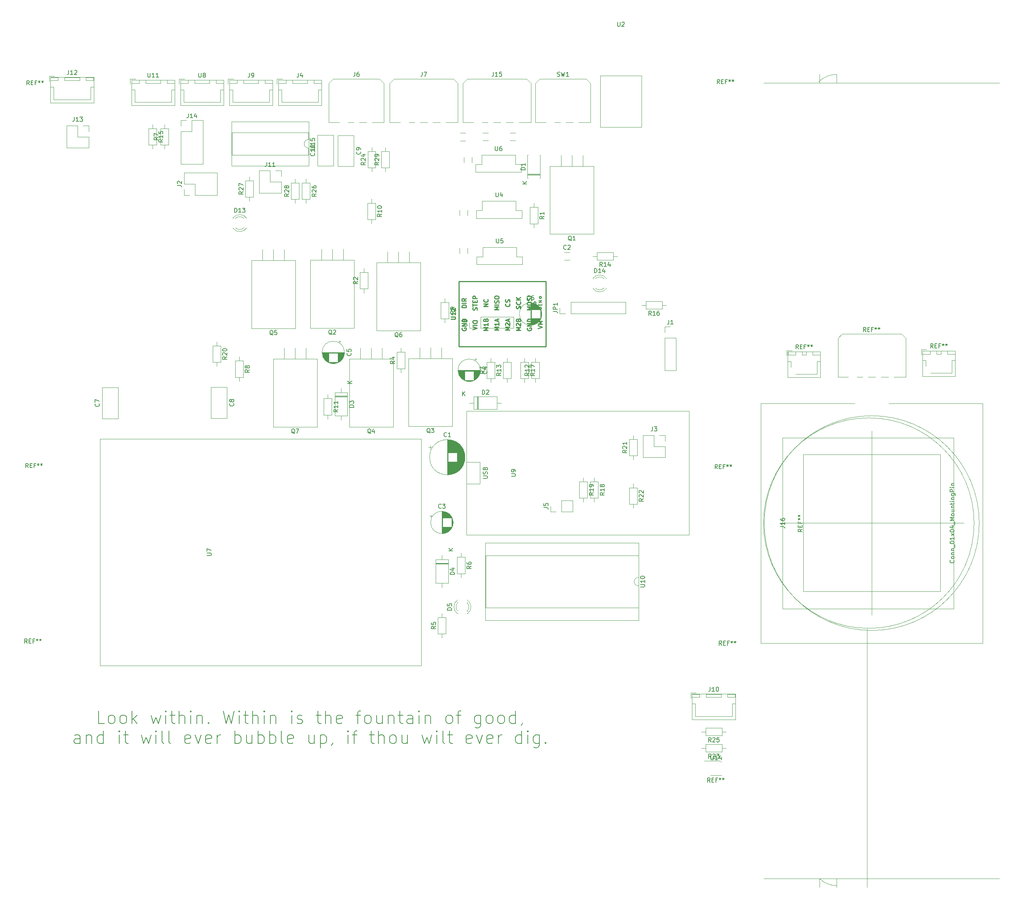
<source format=gbr>
%TF.GenerationSoftware,KiCad,Pcbnew,5.1.7-a382d34a8~88~ubuntu20.04.1*%
%TF.CreationDate,2021-05-08T15:19:39+02:00*%
%TF.ProjectId,OpenCelluloid,4f70656e-4365-46c6-9c75-6c6f69642e6b,rev?*%
%TF.SameCoordinates,Original*%
%TF.FileFunction,Legend,Top*%
%TF.FilePolarity,Positive*%
%FSLAX46Y46*%
G04 Gerber Fmt 4.6, Leading zero omitted, Abs format (unit mm)*
G04 Created by KiCad (PCBNEW 5.1.7-a382d34a8~88~ubuntu20.04.1) date 2021-05-08 15:19:39*
%MOMM*%
%LPD*%
G01*
G04 APERTURE LIST*
%ADD10C,0.150000*%
%ADD11C,0.120000*%
%ADD12C,0.050000*%
%ADD13C,0.228600*%
%ADD14C,0.254000*%
%ADD15C,0.190500*%
G04 APERTURE END LIST*
D10*
X210749999Y-252782142D02*
X209321428Y-252782142D01*
X209321428Y-249782142D01*
X212178571Y-252782142D02*
X211892857Y-252639285D01*
X211749999Y-252496428D01*
X211607142Y-252210714D01*
X211607142Y-251353571D01*
X211749999Y-251067857D01*
X211892857Y-250925000D01*
X212178571Y-250782142D01*
X212607142Y-250782142D01*
X212892857Y-250925000D01*
X213035714Y-251067857D01*
X213178571Y-251353571D01*
X213178571Y-252210714D01*
X213035714Y-252496428D01*
X212892857Y-252639285D01*
X212607142Y-252782142D01*
X212178571Y-252782142D01*
X214892857Y-252782142D02*
X214607142Y-252639285D01*
X214464285Y-252496428D01*
X214321428Y-252210714D01*
X214321428Y-251353571D01*
X214464285Y-251067857D01*
X214607142Y-250925000D01*
X214892857Y-250782142D01*
X215321428Y-250782142D01*
X215607142Y-250925000D01*
X215749999Y-251067857D01*
X215892857Y-251353571D01*
X215892857Y-252210714D01*
X215749999Y-252496428D01*
X215607142Y-252639285D01*
X215321428Y-252782142D01*
X214892857Y-252782142D01*
X217178571Y-252782142D02*
X217178571Y-249782142D01*
X217464285Y-251639285D02*
X218321428Y-252782142D01*
X218321428Y-250782142D02*
X217178571Y-251925000D01*
X221607142Y-250782142D02*
X222178571Y-252782142D01*
X222749999Y-251353571D01*
X223321428Y-252782142D01*
X223892857Y-250782142D01*
X225035714Y-252782142D02*
X225035714Y-250782142D01*
X225035714Y-249782142D02*
X224892857Y-249925000D01*
X225035714Y-250067857D01*
X225178571Y-249925000D01*
X225035714Y-249782142D01*
X225035714Y-250067857D01*
X226035714Y-250782142D02*
X227178571Y-250782142D01*
X226464285Y-249782142D02*
X226464285Y-252353571D01*
X226607142Y-252639285D01*
X226892857Y-252782142D01*
X227178571Y-252782142D01*
X228178571Y-252782142D02*
X228178571Y-249782142D01*
X229464285Y-252782142D02*
X229464285Y-251210714D01*
X229321428Y-250925000D01*
X229035714Y-250782142D01*
X228607142Y-250782142D01*
X228321428Y-250925000D01*
X228178571Y-251067857D01*
X230892857Y-252782142D02*
X230892857Y-250782142D01*
X230892857Y-249782142D02*
X230749999Y-249925000D01*
X230892857Y-250067857D01*
X231035714Y-249925000D01*
X230892857Y-249782142D01*
X230892857Y-250067857D01*
X232321428Y-250782142D02*
X232321428Y-252782142D01*
X232321428Y-251067857D02*
X232464285Y-250925000D01*
X232749999Y-250782142D01*
X233178571Y-250782142D01*
X233464285Y-250925000D01*
X233607142Y-251210714D01*
X233607142Y-252782142D01*
X235035714Y-252496428D02*
X235178571Y-252639285D01*
X235035714Y-252782142D01*
X234892857Y-252639285D01*
X235035714Y-252496428D01*
X235035714Y-252782142D01*
X238464285Y-249782142D02*
X239178571Y-252782142D01*
X239749999Y-250639285D01*
X240321428Y-252782142D01*
X241035714Y-249782142D01*
X242178571Y-252782142D02*
X242178571Y-250782142D01*
X242178571Y-249782142D02*
X242035714Y-249925000D01*
X242178571Y-250067857D01*
X242321428Y-249925000D01*
X242178571Y-249782142D01*
X242178571Y-250067857D01*
X243178571Y-250782142D02*
X244321428Y-250782142D01*
X243607142Y-249782142D02*
X243607142Y-252353571D01*
X243749999Y-252639285D01*
X244035714Y-252782142D01*
X244321428Y-252782142D01*
X245321428Y-252782142D02*
X245321428Y-249782142D01*
X246607142Y-252782142D02*
X246607142Y-251210714D01*
X246464285Y-250925000D01*
X246178571Y-250782142D01*
X245749999Y-250782142D01*
X245464285Y-250925000D01*
X245321428Y-251067857D01*
X248035714Y-252782142D02*
X248035714Y-250782142D01*
X248035714Y-249782142D02*
X247892857Y-249925000D01*
X248035714Y-250067857D01*
X248178571Y-249925000D01*
X248035714Y-249782142D01*
X248035714Y-250067857D01*
X249464285Y-250782142D02*
X249464285Y-252782142D01*
X249464285Y-251067857D02*
X249607142Y-250925000D01*
X249892857Y-250782142D01*
X250321428Y-250782142D01*
X250607142Y-250925000D01*
X250749999Y-251210714D01*
X250749999Y-252782142D01*
X254464285Y-252782142D02*
X254464285Y-250782142D01*
X254464285Y-249782142D02*
X254321428Y-249925000D01*
X254464285Y-250067857D01*
X254607142Y-249925000D01*
X254464285Y-249782142D01*
X254464285Y-250067857D01*
X255749999Y-252639285D02*
X256035714Y-252782142D01*
X256607142Y-252782142D01*
X256892857Y-252639285D01*
X257035714Y-252353571D01*
X257035714Y-252210714D01*
X256892857Y-251925000D01*
X256607142Y-251782142D01*
X256178571Y-251782142D01*
X255892857Y-251639285D01*
X255749999Y-251353571D01*
X255749999Y-251210714D01*
X255892857Y-250925000D01*
X256178571Y-250782142D01*
X256607142Y-250782142D01*
X256892857Y-250925000D01*
X260178571Y-250782142D02*
X261321428Y-250782142D01*
X260607142Y-249782142D02*
X260607142Y-252353571D01*
X260749999Y-252639285D01*
X261035714Y-252782142D01*
X261321428Y-252782142D01*
X262321428Y-252782142D02*
X262321428Y-249782142D01*
X263607142Y-252782142D02*
X263607142Y-251210714D01*
X263464285Y-250925000D01*
X263178571Y-250782142D01*
X262749999Y-250782142D01*
X262464285Y-250925000D01*
X262321428Y-251067857D01*
X266178571Y-252639285D02*
X265892857Y-252782142D01*
X265321428Y-252782142D01*
X265035714Y-252639285D01*
X264892857Y-252353571D01*
X264892857Y-251210714D01*
X265035714Y-250925000D01*
X265321428Y-250782142D01*
X265892857Y-250782142D01*
X266178571Y-250925000D01*
X266321428Y-251210714D01*
X266321428Y-251496428D01*
X264892857Y-251782142D01*
X269464285Y-250782142D02*
X270607142Y-250782142D01*
X269892857Y-252782142D02*
X269892857Y-250210714D01*
X270035714Y-249925000D01*
X270321428Y-249782142D01*
X270607142Y-249782142D01*
X272035714Y-252782142D02*
X271750000Y-252639285D01*
X271607142Y-252496428D01*
X271464285Y-252210714D01*
X271464285Y-251353571D01*
X271607142Y-251067857D01*
X271750000Y-250925000D01*
X272035714Y-250782142D01*
X272464285Y-250782142D01*
X272750000Y-250925000D01*
X272892857Y-251067857D01*
X273035714Y-251353571D01*
X273035714Y-252210714D01*
X272892857Y-252496428D01*
X272750000Y-252639285D01*
X272464285Y-252782142D01*
X272035714Y-252782142D01*
X275607142Y-250782142D02*
X275607142Y-252782142D01*
X274321428Y-250782142D02*
X274321428Y-252353571D01*
X274464285Y-252639285D01*
X274750000Y-252782142D01*
X275178571Y-252782142D01*
X275464285Y-252639285D01*
X275607142Y-252496428D01*
X277035714Y-250782142D02*
X277035714Y-252782142D01*
X277035714Y-251067857D02*
X277178571Y-250925000D01*
X277464285Y-250782142D01*
X277892857Y-250782142D01*
X278178571Y-250925000D01*
X278321428Y-251210714D01*
X278321428Y-252782142D01*
X279321428Y-250782142D02*
X280464285Y-250782142D01*
X279750000Y-249782142D02*
X279750000Y-252353571D01*
X279892857Y-252639285D01*
X280178571Y-252782142D01*
X280464285Y-252782142D01*
X282750000Y-252782142D02*
X282750000Y-251210714D01*
X282607142Y-250925000D01*
X282321428Y-250782142D01*
X281750000Y-250782142D01*
X281464285Y-250925000D01*
X282750000Y-252639285D02*
X282464285Y-252782142D01*
X281750000Y-252782142D01*
X281464285Y-252639285D01*
X281321428Y-252353571D01*
X281321428Y-252067857D01*
X281464285Y-251782142D01*
X281750000Y-251639285D01*
X282464285Y-251639285D01*
X282750000Y-251496428D01*
X284178571Y-252782142D02*
X284178571Y-250782142D01*
X284178571Y-249782142D02*
X284035714Y-249925000D01*
X284178571Y-250067857D01*
X284321428Y-249925000D01*
X284178571Y-249782142D01*
X284178571Y-250067857D01*
X285607142Y-250782142D02*
X285607142Y-252782142D01*
X285607142Y-251067857D02*
X285750000Y-250925000D01*
X286035714Y-250782142D01*
X286464285Y-250782142D01*
X286750000Y-250925000D01*
X286892857Y-251210714D01*
X286892857Y-252782142D01*
X291035714Y-252782142D02*
X290750000Y-252639285D01*
X290607142Y-252496428D01*
X290464285Y-252210714D01*
X290464285Y-251353571D01*
X290607142Y-251067857D01*
X290750000Y-250925000D01*
X291035714Y-250782142D01*
X291464285Y-250782142D01*
X291750000Y-250925000D01*
X291892857Y-251067857D01*
X292035714Y-251353571D01*
X292035714Y-252210714D01*
X291892857Y-252496428D01*
X291750000Y-252639285D01*
X291464285Y-252782142D01*
X291035714Y-252782142D01*
X292892857Y-250782142D02*
X294035714Y-250782142D01*
X293321428Y-252782142D02*
X293321428Y-250210714D01*
X293464285Y-249925000D01*
X293750000Y-249782142D01*
X294035714Y-249782142D01*
X298607142Y-250782142D02*
X298607142Y-253210714D01*
X298464285Y-253496428D01*
X298321428Y-253639285D01*
X298035714Y-253782142D01*
X297607142Y-253782142D01*
X297321428Y-253639285D01*
X298607142Y-252639285D02*
X298321428Y-252782142D01*
X297750000Y-252782142D01*
X297464285Y-252639285D01*
X297321428Y-252496428D01*
X297178571Y-252210714D01*
X297178571Y-251353571D01*
X297321428Y-251067857D01*
X297464285Y-250925000D01*
X297750000Y-250782142D01*
X298321428Y-250782142D01*
X298607142Y-250925000D01*
X300464285Y-252782142D02*
X300178571Y-252639285D01*
X300035714Y-252496428D01*
X299892857Y-252210714D01*
X299892857Y-251353571D01*
X300035714Y-251067857D01*
X300178571Y-250925000D01*
X300464285Y-250782142D01*
X300892857Y-250782142D01*
X301178571Y-250925000D01*
X301321428Y-251067857D01*
X301464285Y-251353571D01*
X301464285Y-252210714D01*
X301321428Y-252496428D01*
X301178571Y-252639285D01*
X300892857Y-252782142D01*
X300464285Y-252782142D01*
X303178571Y-252782142D02*
X302892857Y-252639285D01*
X302750000Y-252496428D01*
X302607142Y-252210714D01*
X302607142Y-251353571D01*
X302750000Y-251067857D01*
X302892857Y-250925000D01*
X303178571Y-250782142D01*
X303607142Y-250782142D01*
X303892857Y-250925000D01*
X304035714Y-251067857D01*
X304178571Y-251353571D01*
X304178571Y-252210714D01*
X304035714Y-252496428D01*
X303892857Y-252639285D01*
X303607142Y-252782142D01*
X303178571Y-252782142D01*
X306750000Y-252782142D02*
X306750000Y-249782142D01*
X306750000Y-252639285D02*
X306464285Y-252782142D01*
X305892857Y-252782142D01*
X305607142Y-252639285D01*
X305464285Y-252496428D01*
X305321428Y-252210714D01*
X305321428Y-251353571D01*
X305464285Y-251067857D01*
X305607142Y-250925000D01*
X305892857Y-250782142D01*
X306464285Y-250782142D01*
X306750000Y-250925000D01*
X308321428Y-252639285D02*
X308321428Y-252782142D01*
X308178571Y-253067857D01*
X308035714Y-253210714D01*
X205035714Y-257432142D02*
X205035714Y-255860714D01*
X204892857Y-255575000D01*
X204607142Y-255432142D01*
X204035714Y-255432142D01*
X203750000Y-255575000D01*
X205035714Y-257289285D02*
X204750000Y-257432142D01*
X204035714Y-257432142D01*
X203750000Y-257289285D01*
X203607142Y-257003571D01*
X203607142Y-256717857D01*
X203750000Y-256432142D01*
X204035714Y-256289285D01*
X204750000Y-256289285D01*
X205035714Y-256146428D01*
X206464285Y-255432142D02*
X206464285Y-257432142D01*
X206464285Y-255717857D02*
X206607142Y-255575000D01*
X206892857Y-255432142D01*
X207321428Y-255432142D01*
X207607142Y-255575000D01*
X207750000Y-255860714D01*
X207750000Y-257432142D01*
X210464285Y-257432142D02*
X210464285Y-254432142D01*
X210464285Y-257289285D02*
X210178571Y-257432142D01*
X209607142Y-257432142D01*
X209321428Y-257289285D01*
X209178571Y-257146428D01*
X209035714Y-256860714D01*
X209035714Y-256003571D01*
X209178571Y-255717857D01*
X209321428Y-255575000D01*
X209607142Y-255432142D01*
X210178571Y-255432142D01*
X210464285Y-255575000D01*
X214178571Y-257432142D02*
X214178571Y-255432142D01*
X214178571Y-254432142D02*
X214035714Y-254575000D01*
X214178571Y-254717857D01*
X214321428Y-254575000D01*
X214178571Y-254432142D01*
X214178571Y-254717857D01*
X215178571Y-255432142D02*
X216321428Y-255432142D01*
X215607142Y-254432142D02*
X215607142Y-257003571D01*
X215750000Y-257289285D01*
X216035714Y-257432142D01*
X216321428Y-257432142D01*
X219321428Y-255432142D02*
X219892857Y-257432142D01*
X220464285Y-256003571D01*
X221035714Y-257432142D01*
X221607142Y-255432142D01*
X222750000Y-257432142D02*
X222750000Y-255432142D01*
X222750000Y-254432142D02*
X222607142Y-254575000D01*
X222750000Y-254717857D01*
X222892857Y-254575000D01*
X222750000Y-254432142D01*
X222750000Y-254717857D01*
X224607142Y-257432142D02*
X224321428Y-257289285D01*
X224178571Y-257003571D01*
X224178571Y-254432142D01*
X226178571Y-257432142D02*
X225892857Y-257289285D01*
X225750000Y-257003571D01*
X225750000Y-254432142D01*
X230750000Y-257289285D02*
X230464285Y-257432142D01*
X229892857Y-257432142D01*
X229607142Y-257289285D01*
X229464285Y-257003571D01*
X229464285Y-255860714D01*
X229607142Y-255575000D01*
X229892857Y-255432142D01*
X230464285Y-255432142D01*
X230750000Y-255575000D01*
X230892857Y-255860714D01*
X230892857Y-256146428D01*
X229464285Y-256432142D01*
X231892857Y-255432142D02*
X232607142Y-257432142D01*
X233321428Y-255432142D01*
X235607142Y-257289285D02*
X235321428Y-257432142D01*
X234750000Y-257432142D01*
X234464285Y-257289285D01*
X234321428Y-257003571D01*
X234321428Y-255860714D01*
X234464285Y-255575000D01*
X234750000Y-255432142D01*
X235321428Y-255432142D01*
X235607142Y-255575000D01*
X235750000Y-255860714D01*
X235750000Y-256146428D01*
X234321428Y-256432142D01*
X237035714Y-257432142D02*
X237035714Y-255432142D01*
X237035714Y-256003571D02*
X237178571Y-255717857D01*
X237321428Y-255575000D01*
X237607142Y-255432142D01*
X237892857Y-255432142D01*
X241178571Y-257432142D02*
X241178571Y-254432142D01*
X241178571Y-255575000D02*
X241464285Y-255432142D01*
X242035714Y-255432142D01*
X242321428Y-255575000D01*
X242464285Y-255717857D01*
X242607142Y-256003571D01*
X242607142Y-256860714D01*
X242464285Y-257146428D01*
X242321428Y-257289285D01*
X242035714Y-257432142D01*
X241464285Y-257432142D01*
X241178571Y-257289285D01*
X245178571Y-255432142D02*
X245178571Y-257432142D01*
X243892857Y-255432142D02*
X243892857Y-257003571D01*
X244035714Y-257289285D01*
X244321428Y-257432142D01*
X244750000Y-257432142D01*
X245035714Y-257289285D01*
X245178571Y-257146428D01*
X246607142Y-257432142D02*
X246607142Y-254432142D01*
X246607142Y-255575000D02*
X246892857Y-255432142D01*
X247464285Y-255432142D01*
X247750000Y-255575000D01*
X247892857Y-255717857D01*
X248035714Y-256003571D01*
X248035714Y-256860714D01*
X247892857Y-257146428D01*
X247750000Y-257289285D01*
X247464285Y-257432142D01*
X246892857Y-257432142D01*
X246607142Y-257289285D01*
X249321428Y-257432142D02*
X249321428Y-254432142D01*
X249321428Y-255575000D02*
X249607142Y-255432142D01*
X250178571Y-255432142D01*
X250464285Y-255575000D01*
X250607142Y-255717857D01*
X250750000Y-256003571D01*
X250750000Y-256860714D01*
X250607142Y-257146428D01*
X250464285Y-257289285D01*
X250178571Y-257432142D01*
X249607142Y-257432142D01*
X249321428Y-257289285D01*
X252464285Y-257432142D02*
X252178571Y-257289285D01*
X252035714Y-257003571D01*
X252035714Y-254432142D01*
X254750000Y-257289285D02*
X254464285Y-257432142D01*
X253892857Y-257432142D01*
X253607142Y-257289285D01*
X253464285Y-257003571D01*
X253464285Y-255860714D01*
X253607142Y-255575000D01*
X253892857Y-255432142D01*
X254464285Y-255432142D01*
X254750000Y-255575000D01*
X254892857Y-255860714D01*
X254892857Y-256146428D01*
X253464285Y-256432142D01*
X259750000Y-255432142D02*
X259750000Y-257432142D01*
X258464285Y-255432142D02*
X258464285Y-257003571D01*
X258607142Y-257289285D01*
X258892857Y-257432142D01*
X259321428Y-257432142D01*
X259607142Y-257289285D01*
X259750000Y-257146428D01*
X261178571Y-255432142D02*
X261178571Y-258432142D01*
X261178571Y-255575000D02*
X261464285Y-255432142D01*
X262035714Y-255432142D01*
X262321428Y-255575000D01*
X262464285Y-255717857D01*
X262607142Y-256003571D01*
X262607142Y-256860714D01*
X262464285Y-257146428D01*
X262321428Y-257289285D01*
X262035714Y-257432142D01*
X261464285Y-257432142D01*
X261178571Y-257289285D01*
X264035714Y-257289285D02*
X264035714Y-257432142D01*
X263892857Y-257717857D01*
X263750000Y-257860714D01*
X267607142Y-257432142D02*
X267607142Y-255432142D01*
X267607142Y-254432142D02*
X267464285Y-254575000D01*
X267607142Y-254717857D01*
X267750000Y-254575000D01*
X267607142Y-254432142D01*
X267607142Y-254717857D01*
X268607142Y-255432142D02*
X269750000Y-255432142D01*
X269035714Y-257432142D02*
X269035714Y-254860714D01*
X269178571Y-254575000D01*
X269464285Y-254432142D01*
X269750000Y-254432142D01*
X272607142Y-255432142D02*
X273750000Y-255432142D01*
X273035714Y-254432142D02*
X273035714Y-257003571D01*
X273178571Y-257289285D01*
X273464285Y-257432142D01*
X273750000Y-257432142D01*
X274750000Y-257432142D02*
X274750000Y-254432142D01*
X276035714Y-257432142D02*
X276035714Y-255860714D01*
X275892857Y-255575000D01*
X275607142Y-255432142D01*
X275178571Y-255432142D01*
X274892857Y-255575000D01*
X274750000Y-255717857D01*
X277892857Y-257432142D02*
X277607142Y-257289285D01*
X277464285Y-257146428D01*
X277321428Y-256860714D01*
X277321428Y-256003571D01*
X277464285Y-255717857D01*
X277607142Y-255575000D01*
X277892857Y-255432142D01*
X278321428Y-255432142D01*
X278607142Y-255575000D01*
X278750000Y-255717857D01*
X278892857Y-256003571D01*
X278892857Y-256860714D01*
X278750000Y-257146428D01*
X278607142Y-257289285D01*
X278321428Y-257432142D01*
X277892857Y-257432142D01*
X281464285Y-255432142D02*
X281464285Y-257432142D01*
X280178571Y-255432142D02*
X280178571Y-257003571D01*
X280321428Y-257289285D01*
X280607142Y-257432142D01*
X281035714Y-257432142D01*
X281321428Y-257289285D01*
X281464285Y-257146428D01*
X284892857Y-255432142D02*
X285464285Y-257432142D01*
X286035714Y-256003571D01*
X286607142Y-257432142D01*
X287178571Y-255432142D01*
X288321428Y-257432142D02*
X288321428Y-255432142D01*
X288321428Y-254432142D02*
X288178571Y-254575000D01*
X288321428Y-254717857D01*
X288464285Y-254575000D01*
X288321428Y-254432142D01*
X288321428Y-254717857D01*
X290178571Y-257432142D02*
X289892857Y-257289285D01*
X289750000Y-257003571D01*
X289750000Y-254432142D01*
X290892857Y-255432142D02*
X292035714Y-255432142D01*
X291321428Y-254432142D02*
X291321428Y-257003571D01*
X291464285Y-257289285D01*
X291750000Y-257432142D01*
X292035714Y-257432142D01*
X296464285Y-257289285D02*
X296178571Y-257432142D01*
X295607142Y-257432142D01*
X295321428Y-257289285D01*
X295178571Y-257003571D01*
X295178571Y-255860714D01*
X295321428Y-255575000D01*
X295607142Y-255432142D01*
X296178571Y-255432142D01*
X296464285Y-255575000D01*
X296607142Y-255860714D01*
X296607142Y-256146428D01*
X295178571Y-256432142D01*
X297607142Y-255432142D02*
X298321428Y-257432142D01*
X299035714Y-255432142D01*
X301321428Y-257289285D02*
X301035714Y-257432142D01*
X300464285Y-257432142D01*
X300178571Y-257289285D01*
X300035714Y-257003571D01*
X300035714Y-255860714D01*
X300178571Y-255575000D01*
X300464285Y-255432142D01*
X301035714Y-255432142D01*
X301321428Y-255575000D01*
X301464285Y-255860714D01*
X301464285Y-256146428D01*
X300035714Y-256432142D01*
X302750000Y-257432142D02*
X302750000Y-255432142D01*
X302750000Y-256003571D02*
X302892857Y-255717857D01*
X303035714Y-255575000D01*
X303321428Y-255432142D01*
X303607142Y-255432142D01*
X308178571Y-257432142D02*
X308178571Y-254432142D01*
X308178571Y-257289285D02*
X307892857Y-257432142D01*
X307321428Y-257432142D01*
X307035714Y-257289285D01*
X306892857Y-257146428D01*
X306750000Y-256860714D01*
X306750000Y-256003571D01*
X306892857Y-255717857D01*
X307035714Y-255575000D01*
X307321428Y-255432142D01*
X307892857Y-255432142D01*
X308178571Y-255575000D01*
X309607142Y-257432142D02*
X309607142Y-255432142D01*
X309607142Y-254432142D02*
X309464285Y-254575000D01*
X309607142Y-254717857D01*
X309750000Y-254575000D01*
X309607142Y-254432142D01*
X309607142Y-254717857D01*
X312321428Y-255432142D02*
X312321428Y-257860714D01*
X312178571Y-258146428D01*
X312035714Y-258289285D01*
X311750000Y-258432142D01*
X311321428Y-258432142D01*
X311035714Y-258289285D01*
X312321428Y-257289285D02*
X312035714Y-257432142D01*
X311464285Y-257432142D01*
X311178571Y-257289285D01*
X311035714Y-257146428D01*
X310892857Y-256860714D01*
X310892857Y-256003571D01*
X311035714Y-255717857D01*
X311178571Y-255575000D01*
X311464285Y-255432142D01*
X312035714Y-255432142D01*
X312321428Y-255575000D01*
X313750000Y-257146428D02*
X313892857Y-257289285D01*
X313750000Y-257432142D01*
X313607142Y-257289285D01*
X313750000Y-257146428D01*
X313750000Y-257432142D01*
D11*
X388850000Y-291000000D02*
X388850000Y-230600000D01*
D12*
X413850000Y-205900000D02*
G75*
G03*
X413850000Y-205900000I-24600000J0D01*
G01*
D11*
X377507359Y-102757359D02*
G75*
G02*
X381750000Y-101000000I4242641J-4242641D01*
G01*
X381750000Y-103000000D02*
X381750000Y-101000000D01*
X377750000Y-103000000D02*
X377750000Y-101000000D01*
X381750000Y-290656853D02*
G75*
G02*
X377750001Y-288999999I0J5656853D01*
G01*
X381750000Y-289000000D02*
X381750000Y-291000000D01*
X377750000Y-289000000D02*
X377750000Y-291000000D01*
X364750000Y-289000000D02*
X419750000Y-289000000D01*
X364750000Y-103000000D02*
X419750000Y-103000000D01*
%TO.C,J16*%
X409120000Y-225950000D02*
X369120000Y-225950000D01*
X379120000Y-225950000D02*
X409120000Y-225950000D01*
X409120000Y-185950000D02*
X369120000Y-185950000D01*
X369120000Y-185950000D02*
X369120000Y-225950000D01*
X409120000Y-185950000D02*
X409120000Y-225950000D01*
X397915000Y-162650000D02*
X397915000Y-171770000D01*
X397915000Y-171770000D02*
X395131767Y-171770000D01*
X396915000Y-161650000D02*
X397915000Y-162650000D01*
X382045000Y-162650000D02*
X383045000Y-161650000D01*
X382045000Y-171770000D02*
X382045000Y-162650000D01*
X382045000Y-171770000D02*
X384470000Y-171770000D01*
X386490000Y-171770000D02*
X387828233Y-171770000D01*
X383045000Y-161650000D02*
X396915000Y-161650000D01*
X389131767Y-171770000D02*
X390828233Y-171770000D01*
X392131767Y-171770000D02*
X393828233Y-171770000D01*
X415050000Y-205900000D02*
G75*
G03*
X415050000Y-205900000I-25100000J0D01*
G01*
X405950000Y-189900000D02*
X405950000Y-221900000D01*
X405950000Y-189900000D02*
X373950000Y-189900000D01*
X373950000Y-189900000D02*
X373950000Y-221900000D01*
X373950000Y-221900000D02*
X405950000Y-221900000D01*
X368450000Y-205900000D02*
X411450000Y-205900000D01*
X389950000Y-184400000D02*
X389950000Y-227400000D01*
X393950000Y-177900000D02*
X415850000Y-177900000D01*
X415850000Y-177900000D02*
X415850000Y-234000000D01*
X415850000Y-234000000D02*
X364050000Y-234000000D01*
X364050000Y-234000000D02*
X364050000Y-177900000D01*
X364050000Y-177900000D02*
X385950000Y-177900000D01*
X376150000Y-165830000D02*
X376150000Y-166580000D01*
X372150000Y-165830000D02*
X370350000Y-165830000D01*
X372150000Y-166580000D02*
X372150000Y-165830000D01*
X370350000Y-166580000D02*
X372150000Y-166580000D01*
X377200000Y-171030000D02*
X374150000Y-171030000D01*
X370050000Y-165530000D02*
X370050000Y-166780000D01*
X377950000Y-168080000D02*
X377200000Y-168080000D01*
X371100000Y-168080000D02*
X371100000Y-169420000D01*
X374150000Y-171030000D02*
X372160000Y-171030000D01*
X377950000Y-165830000D02*
X376150000Y-165830000D01*
X377950000Y-166580000D02*
X377950000Y-165830000D01*
X376150000Y-166580000D02*
X377950000Y-166580000D01*
X370350000Y-168080000D02*
X371100000Y-168080000D01*
X371300000Y-165530000D02*
X370050000Y-165530000D01*
X370350000Y-165830000D02*
X370350000Y-166580000D01*
X374650000Y-165830000D02*
X373650000Y-165830000D01*
X374650000Y-166580000D02*
X374650000Y-165830000D01*
X373650000Y-166580000D02*
X374650000Y-166580000D01*
X373650000Y-165830000D02*
X373650000Y-166580000D01*
X377200000Y-168080000D02*
X377200000Y-171030000D01*
X377960000Y-165820000D02*
X370340000Y-165820000D01*
X377960000Y-171790000D02*
X377960000Y-165820000D01*
X370340000Y-171790000D02*
X377960000Y-171790000D01*
X370340000Y-165820000D02*
X370340000Y-171790000D01*
X407620000Y-165620000D02*
X407620000Y-166370000D01*
X403620000Y-165620000D02*
X401820000Y-165620000D01*
X403620000Y-166370000D02*
X403620000Y-165620000D01*
X401820000Y-166370000D02*
X403620000Y-166370000D01*
X408670000Y-170820000D02*
X405620000Y-170820000D01*
X401520000Y-165320000D02*
X401520000Y-166570000D01*
X409420000Y-167870000D02*
X408670000Y-167870000D01*
X402570000Y-167870000D02*
X402570000Y-169210000D01*
X405620000Y-170820000D02*
X403630000Y-170820000D01*
X409420000Y-165620000D02*
X407620000Y-165620000D01*
X409420000Y-166370000D02*
X409420000Y-165620000D01*
X407620000Y-166370000D02*
X409420000Y-166370000D01*
X401820000Y-167870000D02*
X402570000Y-167870000D01*
X402770000Y-165320000D02*
X401520000Y-165320000D01*
X401820000Y-165620000D02*
X401820000Y-166370000D01*
X406120000Y-165620000D02*
X405120000Y-165620000D01*
X406120000Y-166370000D02*
X406120000Y-165620000D01*
X405120000Y-166370000D02*
X406120000Y-166370000D01*
X405120000Y-165620000D02*
X405120000Y-166370000D01*
X408670000Y-167870000D02*
X408670000Y-170820000D01*
X409430000Y-165610000D02*
X401810000Y-165610000D01*
X409430000Y-171580000D02*
X409430000Y-165610000D01*
X401810000Y-171580000D02*
X409430000Y-171580000D01*
X401810000Y-165610000D02*
X401810000Y-171580000D01*
%TO.C,J15*%
X304551767Y-112190000D02*
X306248233Y-112190000D01*
X301551767Y-112190000D02*
X303248233Y-112190000D01*
X298910000Y-112190000D02*
X300248233Y-112190000D01*
X310335000Y-112190000D02*
X307551767Y-112190000D01*
X294465000Y-112190000D02*
X296890000Y-112190000D01*
X310335000Y-103070000D02*
X310335000Y-112190000D01*
X309335000Y-102070000D02*
X310335000Y-103070000D01*
X295465000Y-102070000D02*
X309335000Y-102070000D01*
X294465000Y-103070000D02*
X295465000Y-102070000D01*
X294465000Y-112190000D02*
X294465000Y-103070000D01*
%TO.C,Murata-Ceramic-Capacitor-50v1-22uF1*%
X306719000Y-114650000D02*
X305461000Y-114650000D01*
X306719000Y-116490000D02*
X305461000Y-116490000D01*
%TO.C,Murata-Ceramic-Capacitor-50v1-22uF6*%
X296576000Y-121603800D02*
X296576000Y-120345800D01*
X294736000Y-121603800D02*
X294736000Y-120345800D01*
%TO.C,U7*%
X284696000Y-186198800D02*
X284696000Y-239198800D01*
X209696000Y-186198800D02*
X209696000Y-239198800D01*
X209696000Y-239198800D02*
X284696000Y-239198800D01*
X209696000Y-186198800D02*
X284696000Y-186198800D01*
%TO.C,U15*%
X258438000Y-122361000D02*
X258438000Y-112081000D01*
X240418000Y-122361000D02*
X258438000Y-122361000D01*
X240418000Y-112081000D02*
X240418000Y-122361000D01*
X258438000Y-112081000D02*
X240418000Y-112081000D01*
X258378000Y-119871000D02*
X258378000Y-118221000D01*
X240478000Y-119871000D02*
X258378000Y-119871000D01*
X240478000Y-114571000D02*
X240478000Y-119871000D01*
X258378000Y-114571000D02*
X240478000Y-114571000D01*
X258378000Y-116221000D02*
X258378000Y-114571000D01*
X258378000Y-118221000D02*
G75*
G02*
X258378000Y-116221000I0J1000000D01*
G01*
%TO.C,U14*%
X352300000Y-264920000D02*
X354900000Y-264920000D01*
X354450000Y-261480000D02*
X350870000Y-261480000D01*
X354780000Y-261810000D02*
X354450000Y-261480000D01*
D13*
%TO.C,U12*%
X311531000Y-154432000D02*
G75*
G03*
X311531000Y-154432000I-254000J0D01*
G01*
X312801000Y-155702000D02*
G75*
G03*
X312801000Y-155702000I-254000J0D01*
G01*
X312801000Y-153162000D02*
G75*
G03*
X312801000Y-153162000I-254000J0D01*
G01*
X293497000Y-164592000D02*
X313817000Y-164592000D01*
X313817000Y-164592000D02*
X313817000Y-149352000D01*
X313817000Y-149352000D02*
X293497000Y-149352000D01*
X293497000Y-149352000D02*
X293497000Y-164592000D01*
D11*
%TO.C,U11*%
X216733000Y-102025000D02*
X216733000Y-103275000D01*
X217983000Y-102025000D02*
X216733000Y-102025000D01*
X226383000Y-107525000D02*
X222083000Y-107525000D01*
X226383000Y-104575000D02*
X226383000Y-107525000D01*
X227133000Y-104575000D02*
X226383000Y-104575000D01*
X217783000Y-107525000D02*
X222083000Y-107525000D01*
X217783000Y-104575000D02*
X217783000Y-107525000D01*
X217033000Y-104575000D02*
X217783000Y-104575000D01*
X227133000Y-102325000D02*
X225333000Y-102325000D01*
X227133000Y-103075000D02*
X227133000Y-102325000D01*
X225333000Y-103075000D02*
X227133000Y-103075000D01*
X225333000Y-102325000D02*
X225333000Y-103075000D01*
X218833000Y-102325000D02*
X217033000Y-102325000D01*
X218833000Y-103075000D02*
X218833000Y-102325000D01*
X217033000Y-103075000D02*
X218833000Y-103075000D01*
X217033000Y-102325000D02*
X217033000Y-103075000D01*
X223833000Y-102325000D02*
X220333000Y-102325000D01*
X223833000Y-103075000D02*
X223833000Y-102325000D01*
X220333000Y-103075000D02*
X223833000Y-103075000D01*
X220333000Y-102325000D02*
X220333000Y-103075000D01*
X227143000Y-102315000D02*
X217023000Y-102315000D01*
X227143000Y-108285000D02*
X227143000Y-102315000D01*
X217023000Y-108285000D02*
X227143000Y-108285000D01*
X217023000Y-102315000D02*
X217023000Y-108285000D01*
%TO.C,U10*%
X335527000Y-228643000D02*
X335527000Y-210523000D01*
X299727000Y-228643000D02*
X335527000Y-228643000D01*
X299727000Y-210523000D02*
X299727000Y-228643000D01*
X335527000Y-210523000D02*
X299727000Y-210523000D01*
X335467000Y-225643000D02*
X335467000Y-220583000D01*
X299787000Y-225643000D02*
X335467000Y-225643000D01*
X299787000Y-213523000D02*
X299787000Y-225643000D01*
X335467000Y-213523000D02*
X299787000Y-213523000D01*
X335467000Y-218583000D02*
X335467000Y-213523000D01*
X335467000Y-220583000D02*
G75*
G02*
X335467000Y-218583000I0J1000000D01*
G01*
%TO.C,U9*%
X347310000Y-179683000D02*
X295310000Y-179683000D01*
X347310000Y-208683000D02*
X295310000Y-208683000D01*
X347310000Y-179683000D02*
X347310000Y-208683000D01*
X295310000Y-179683000D02*
X295310000Y-208683000D01*
X295402000Y-191643000D02*
X298450000Y-191643000D01*
X298450000Y-191643000D02*
X298450000Y-196723000D01*
X298450000Y-196723000D02*
X295402000Y-196723000D01*
%TO.C,U8*%
X228163000Y-102025000D02*
X228163000Y-103275000D01*
X229413000Y-102025000D02*
X228163000Y-102025000D01*
X237813000Y-107525000D02*
X233513000Y-107525000D01*
X237813000Y-104575000D02*
X237813000Y-107525000D01*
X238563000Y-104575000D02*
X237813000Y-104575000D01*
X229213000Y-107525000D02*
X233513000Y-107525000D01*
X229213000Y-104575000D02*
X229213000Y-107525000D01*
X228463000Y-104575000D02*
X229213000Y-104575000D01*
X238563000Y-102325000D02*
X236763000Y-102325000D01*
X238563000Y-103075000D02*
X238563000Y-102325000D01*
X236763000Y-103075000D02*
X238563000Y-103075000D01*
X236763000Y-102325000D02*
X236763000Y-103075000D01*
X230263000Y-102325000D02*
X228463000Y-102325000D01*
X230263000Y-103075000D02*
X230263000Y-102325000D01*
X228463000Y-103075000D02*
X230263000Y-103075000D01*
X228463000Y-102325000D02*
X228463000Y-103075000D01*
X235263000Y-102325000D02*
X231763000Y-102325000D01*
X235263000Y-103075000D02*
X235263000Y-102325000D01*
X231763000Y-103075000D02*
X235263000Y-103075000D01*
X231763000Y-102325000D02*
X231763000Y-103075000D01*
X238573000Y-102315000D02*
X228453000Y-102315000D01*
X238573000Y-108285000D02*
X238573000Y-102315000D01*
X228453000Y-108285000D02*
X238573000Y-108285000D01*
X228453000Y-102315000D02*
X228453000Y-108285000D01*
%TO.C,U6*%
X306708000Y-122044000D02*
X308098000Y-122044000D01*
X306708000Y-119804000D02*
X306708000Y-122044000D01*
X298828000Y-119804000D02*
X306708000Y-119804000D01*
X298828000Y-122044000D02*
X298828000Y-119804000D01*
X297428000Y-122044000D02*
X298828000Y-122044000D01*
X297428000Y-122054000D02*
X297428000Y-123824000D01*
X297428000Y-123824000D02*
X308098000Y-123824000D01*
X308098000Y-123824000D02*
X308098000Y-122044000D01*
%TO.C,U5*%
X306962000Y-143634000D02*
X308352000Y-143634000D01*
X306962000Y-141394000D02*
X306962000Y-143634000D01*
X299082000Y-141394000D02*
X306962000Y-141394000D01*
X299082000Y-143634000D02*
X299082000Y-141394000D01*
X297682000Y-143634000D02*
X299082000Y-143634000D01*
X297682000Y-143644000D02*
X297682000Y-145414000D01*
X297682000Y-145414000D02*
X308352000Y-145414000D01*
X308352000Y-145414000D02*
X308352000Y-143634000D01*
%TO.C,U4*%
X306835000Y-132839000D02*
X308225000Y-132839000D01*
X306835000Y-130599000D02*
X306835000Y-132839000D01*
X298955000Y-130599000D02*
X306835000Y-130599000D01*
X298955000Y-132839000D02*
X298955000Y-130599000D01*
X297555000Y-132839000D02*
X298955000Y-132839000D01*
X297555000Y-132849000D02*
X297555000Y-134619000D01*
X297555000Y-134619000D02*
X308225000Y-134619000D01*
X308225000Y-134619000D02*
X308225000Y-132839000D01*
%TO.C,U2*%
X326543000Y-113315000D02*
X336143000Y-113315000D01*
X326543000Y-101315000D02*
X336143000Y-101315000D01*
X326543000Y-101315000D02*
X326543000Y-113315000D01*
X336143000Y-101315000D02*
X336143000Y-113315000D01*
%TO.C,SW1*%
X318484767Y-112215000D02*
X320181233Y-112215000D01*
X315843000Y-112215000D02*
X317181233Y-112215000D01*
X324268000Y-112215000D02*
X321484767Y-112215000D01*
X311398000Y-112215000D02*
X313823000Y-112215000D01*
X324268000Y-103095000D02*
X324268000Y-112215000D01*
X323268000Y-102095000D02*
X324268000Y-103095000D01*
X312398000Y-102095000D02*
X323268000Y-102095000D01*
X311398000Y-103095000D02*
X312398000Y-102095000D01*
X311398000Y-112215000D02*
X311398000Y-103095000D01*
%TO.C,R29*%
X276309000Y-118033698D02*
X276309000Y-118983698D01*
X276309000Y-123773698D02*
X276309000Y-122823698D01*
X275389000Y-118983698D02*
X275389000Y-122823698D01*
X277229000Y-118983698D02*
X275389000Y-118983698D01*
X277229000Y-122823698D02*
X277229000Y-118983698D01*
X275389000Y-122823698D02*
X277229000Y-122823698D01*
%TO.C,R28*%
X255270000Y-125400000D02*
X255270000Y-126350000D01*
X255270000Y-131140000D02*
X255270000Y-130190000D01*
X254350000Y-126350000D02*
X254350000Y-130190000D01*
X256190000Y-126350000D02*
X254350000Y-126350000D01*
X256190000Y-130190000D02*
X256190000Y-126350000D01*
X254350000Y-130190000D02*
X256190000Y-130190000D01*
%TO.C,R27*%
X244602000Y-124892000D02*
X244602000Y-125842000D01*
X244602000Y-130632000D02*
X244602000Y-129682000D01*
X243682000Y-125842000D02*
X243682000Y-129682000D01*
X245522000Y-125842000D02*
X243682000Y-125842000D01*
X245522000Y-129682000D02*
X245522000Y-125842000D01*
X243682000Y-129682000D02*
X245522000Y-129682000D01*
%TO.C,R26*%
X257810000Y-131140000D02*
X257810000Y-130190000D01*
X257810000Y-125400000D02*
X257810000Y-126350000D01*
X258730000Y-130190000D02*
X258730000Y-126350000D01*
X256890000Y-130190000D02*
X258730000Y-130190000D01*
X256890000Y-126350000D02*
X256890000Y-130190000D01*
X258730000Y-126350000D02*
X256890000Y-126350000D01*
%TO.C,R25*%
X350190000Y-254680000D02*
X351140000Y-254680000D01*
X355930000Y-254680000D02*
X354980000Y-254680000D01*
X351140000Y-255600000D02*
X354980000Y-255600000D01*
X351140000Y-253760000D02*
X351140000Y-255600000D01*
X354980000Y-253760000D02*
X351140000Y-253760000D01*
X354980000Y-255600000D02*
X354980000Y-253760000D01*
%TO.C,R24*%
X273159000Y-118033698D02*
X273159000Y-118983698D01*
X273159000Y-123773698D02*
X273159000Y-122823698D01*
X272239000Y-118983698D02*
X272239000Y-122823698D01*
X274079000Y-118983698D02*
X272239000Y-118983698D01*
X274079000Y-122823698D02*
X274079000Y-118983698D01*
X272239000Y-122823698D02*
X274079000Y-122823698D01*
%TO.C,R23*%
X350190000Y-258490000D02*
X351140000Y-258490000D01*
X355930000Y-258490000D02*
X354980000Y-258490000D01*
X351140000Y-259410000D02*
X354980000Y-259410000D01*
X351140000Y-257570000D02*
X351140000Y-259410000D01*
X354980000Y-257570000D02*
X351140000Y-257570000D01*
X354980000Y-259410000D02*
X354980000Y-257570000D01*
%TO.C,R22*%
X334213200Y-202412400D02*
X334213200Y-201462400D01*
X334213200Y-196672400D02*
X334213200Y-197622400D01*
X335133200Y-201462400D02*
X335133200Y-197622400D01*
X333293200Y-201462400D02*
X335133200Y-201462400D01*
X333293200Y-197622400D02*
X333293200Y-201462400D01*
X335133200Y-197622400D02*
X333293200Y-197622400D01*
%TO.C,R21*%
X334213200Y-185344000D02*
X334213200Y-186294000D01*
X334213200Y-191084000D02*
X334213200Y-190134000D01*
X333293200Y-186294000D02*
X333293200Y-190134000D01*
X335133200Y-186294000D02*
X333293200Y-186294000D01*
X335133200Y-190134000D02*
X335133200Y-186294000D01*
X333293200Y-190134000D02*
X335133200Y-190134000D01*
%TO.C,R20*%
X236931200Y-169240000D02*
X236931200Y-168290000D01*
X236931200Y-163500000D02*
X236931200Y-164450000D01*
X237851200Y-168290000D02*
X237851200Y-164450000D01*
X236011200Y-168290000D02*
X237851200Y-168290000D01*
X236011200Y-164450000D02*
X236011200Y-168290000D01*
X237851200Y-164450000D02*
X236011200Y-164450000D01*
%TO.C,R19*%
X322580000Y-200990000D02*
X322580000Y-200040000D01*
X322580000Y-195250000D02*
X322580000Y-196200000D01*
X323500000Y-200040000D02*
X323500000Y-196200000D01*
X321660000Y-200040000D02*
X323500000Y-200040000D01*
X321660000Y-196200000D02*
X321660000Y-200040000D01*
X323500000Y-196200000D02*
X321660000Y-196200000D01*
%TO.C,R18*%
X325120000Y-200990000D02*
X325120000Y-200040000D01*
X325120000Y-195250000D02*
X325120000Y-196200000D01*
X326040000Y-200040000D02*
X326040000Y-196200000D01*
X324200000Y-200040000D02*
X326040000Y-200040000D01*
X324200000Y-196200000D02*
X324200000Y-200040000D01*
X326040000Y-196200000D02*
X324200000Y-196200000D01*
%TO.C,R17*%
X308864000Y-173050000D02*
X308864000Y-172100000D01*
X308864000Y-167310000D02*
X308864000Y-168260000D01*
X309784000Y-172100000D02*
X309784000Y-168260000D01*
X307944000Y-172100000D02*
X309784000Y-172100000D01*
X307944000Y-168260000D02*
X307944000Y-172100000D01*
X309784000Y-168260000D02*
X307944000Y-168260000D01*
%TO.C,R16*%
X336220000Y-154940000D02*
X337170000Y-154940000D01*
X341960000Y-154940000D02*
X341010000Y-154940000D01*
X337170000Y-155860000D02*
X341010000Y-155860000D01*
X337170000Y-154020000D02*
X337170000Y-155860000D01*
X341010000Y-154020000D02*
X337170000Y-154020000D01*
X341010000Y-155860000D02*
X341010000Y-154020000D01*
%TO.C,R15*%
X221996000Y-118440000D02*
X221996000Y-117490000D01*
X221996000Y-112700000D02*
X221996000Y-113650000D01*
X222916000Y-117490000D02*
X222916000Y-113650000D01*
X221076000Y-117490000D02*
X222916000Y-117490000D01*
X221076000Y-113650000D02*
X221076000Y-117490000D01*
X222916000Y-113650000D02*
X221076000Y-113650000D01*
%TO.C,R14*%
X324790000Y-143510000D02*
X325740000Y-143510000D01*
X330530000Y-143510000D02*
X329580000Y-143510000D01*
X325740000Y-144430000D02*
X329580000Y-144430000D01*
X325740000Y-142590000D02*
X325740000Y-144430000D01*
X329580000Y-142590000D02*
X325740000Y-142590000D01*
X329580000Y-144430000D02*
X329580000Y-142590000D01*
%TO.C,R13*%
X304800000Y-167310000D02*
X304800000Y-168260000D01*
X304800000Y-173050000D02*
X304800000Y-172100000D01*
X303880000Y-168260000D02*
X303880000Y-172100000D01*
X305720000Y-168260000D02*
X303880000Y-168260000D01*
X305720000Y-172100000D02*
X305720000Y-168260000D01*
X303880000Y-172100000D02*
X305720000Y-172100000D01*
%TO.C,R12*%
X311404000Y-167310000D02*
X311404000Y-168260000D01*
X311404000Y-173050000D02*
X311404000Y-172100000D01*
X310484000Y-168260000D02*
X310484000Y-172100000D01*
X312324000Y-168260000D02*
X310484000Y-168260000D01*
X312324000Y-172100000D02*
X312324000Y-168260000D01*
X310484000Y-172100000D02*
X312324000Y-172100000D01*
%TO.C,R11*%
X262890000Y-181559000D02*
X262890000Y-180609000D01*
X262890000Y-175819000D02*
X262890000Y-176769000D01*
X263810000Y-180609000D02*
X263810000Y-176769000D01*
X261970000Y-180609000D02*
X263810000Y-180609000D01*
X261970000Y-176769000D02*
X261970000Y-180609000D01*
X263810000Y-176769000D02*
X261970000Y-176769000D01*
%TO.C,R10*%
X273100800Y-135864400D02*
X273100800Y-134914400D01*
X273100800Y-130124400D02*
X273100800Y-131074400D01*
X274020800Y-134914400D02*
X274020800Y-131074400D01*
X272180800Y-134914400D02*
X274020800Y-134914400D01*
X272180800Y-131074400D02*
X272180800Y-134914400D01*
X274020800Y-131074400D02*
X272180800Y-131074400D01*
%TO.C,R9*%
X290195000Y-159080000D02*
X290195000Y-158130000D01*
X290195000Y-153340000D02*
X290195000Y-154290000D01*
X291115000Y-158130000D02*
X291115000Y-154290000D01*
X289275000Y-158130000D02*
X291115000Y-158130000D01*
X289275000Y-154290000D02*
X289275000Y-158130000D01*
X291115000Y-154290000D02*
X289275000Y-154290000D01*
%TO.C,R8*%
X242214400Y-172745200D02*
X242214400Y-171795200D01*
X242214400Y-167005200D02*
X242214400Y-167955200D01*
X243134400Y-171795200D02*
X243134400Y-167955200D01*
X241294400Y-171795200D02*
X243134400Y-171795200D01*
X241294400Y-167955200D02*
X241294400Y-171795200D01*
X243134400Y-167955200D02*
X241294400Y-167955200D01*
%TO.C,R7*%
X224739200Y-112700000D02*
X224739200Y-113650000D01*
X224739200Y-118440000D02*
X224739200Y-117490000D01*
X223819200Y-113650000D02*
X223819200Y-117490000D01*
X225659200Y-113650000D02*
X223819200Y-113650000D01*
X225659200Y-117490000D02*
X225659200Y-113650000D01*
X223819200Y-117490000D02*
X225659200Y-117490000D01*
%TO.C,R6*%
X294005000Y-218643000D02*
X294005000Y-217693000D01*
X294005000Y-212903000D02*
X294005000Y-213853000D01*
X294925000Y-217693000D02*
X294925000Y-213853000D01*
X293085000Y-217693000D02*
X294925000Y-217693000D01*
X293085000Y-213853000D02*
X293085000Y-217693000D01*
X294925000Y-213853000D02*
X293085000Y-213853000D01*
%TO.C,R5*%
X289560000Y-227000000D02*
X289560000Y-227950000D01*
X289560000Y-232740000D02*
X289560000Y-231790000D01*
X288640000Y-227950000D02*
X288640000Y-231790000D01*
X290480000Y-227950000D02*
X288640000Y-227950000D01*
X290480000Y-231790000D02*
X290480000Y-227950000D01*
X288640000Y-231790000D02*
X290480000Y-231790000D01*
%TO.C,R4*%
X279958800Y-164973200D02*
X279958800Y-165923200D01*
X279958800Y-170713200D02*
X279958800Y-169763200D01*
X279038800Y-165923200D02*
X279038800Y-169763200D01*
X280878800Y-165923200D02*
X279038800Y-165923200D01*
X280878800Y-169763200D02*
X280878800Y-165923200D01*
X279038800Y-169763200D02*
X280878800Y-169763200D01*
%TO.C,R3*%
X300990000Y-167310000D02*
X300990000Y-168260000D01*
X300990000Y-173050000D02*
X300990000Y-172100000D01*
X300070000Y-168260000D02*
X300070000Y-172100000D01*
X301910000Y-168260000D02*
X300070000Y-168260000D01*
X301910000Y-172100000D02*
X301910000Y-168260000D01*
X300070000Y-172100000D02*
X301910000Y-172100000D01*
%TO.C,R2*%
X271322800Y-146329600D02*
X271322800Y-147279600D01*
X271322800Y-152069600D02*
X271322800Y-151119600D01*
X270402800Y-147279600D02*
X270402800Y-151119600D01*
X272242800Y-147279600D02*
X270402800Y-147279600D01*
X272242800Y-151119600D02*
X272242800Y-147279600D01*
X270402800Y-151119600D02*
X272242800Y-151119600D01*
%TO.C,R1*%
X311023000Y-136855000D02*
X311023000Y-135905000D01*
X311023000Y-131115000D02*
X311023000Y-132065000D01*
X311943000Y-135905000D02*
X311943000Y-132065000D01*
X310103000Y-135905000D02*
X311943000Y-135905000D01*
X310103000Y-132065000D02*
X310103000Y-135905000D01*
X311943000Y-132065000D02*
X310103000Y-132065000D01*
%TO.C,Q7*%
X252730000Y-167520000D02*
X252730000Y-164980000D01*
X255270000Y-167520000D02*
X255270000Y-164980000D01*
X257810000Y-167520000D02*
X257810000Y-164980000D01*
X250150000Y-183410000D02*
X250150000Y-167520000D01*
X260390000Y-183410000D02*
X260390000Y-167520000D01*
X260390000Y-183410000D02*
X250150000Y-183410000D01*
X260390000Y-167520000D02*
X250150000Y-167520000D01*
%TO.C,Q6*%
X276860000Y-144995280D02*
X276860000Y-142455280D01*
X279400000Y-144995280D02*
X279400000Y-142455280D01*
X281940000Y-144995280D02*
X281940000Y-142455280D01*
X274280000Y-160885280D02*
X274280000Y-144995280D01*
X284520000Y-160885280D02*
X284520000Y-144995280D01*
X284520000Y-160885280D02*
X274280000Y-160885280D01*
X284520000Y-144995280D02*
X274280000Y-144995280D01*
%TO.C,Q5*%
X247650000Y-144507600D02*
X247650000Y-141967600D01*
X250190000Y-144507600D02*
X250190000Y-141967600D01*
X252730000Y-144507600D02*
X252730000Y-141967600D01*
X245070000Y-160397600D02*
X245070000Y-144507600D01*
X255310000Y-160397600D02*
X255310000Y-144507600D01*
X255310000Y-160397600D02*
X245070000Y-160397600D01*
X255310000Y-144507600D02*
X245070000Y-144507600D01*
%TO.C,Q4*%
X270510000Y-167520000D02*
X270510000Y-164980000D01*
X273050000Y-167520000D02*
X273050000Y-164980000D01*
X275590000Y-167520000D02*
X275590000Y-164980000D01*
X267930000Y-183410000D02*
X267930000Y-167520000D01*
X278170000Y-183410000D02*
X278170000Y-167520000D01*
X278170000Y-183410000D02*
X267930000Y-183410000D01*
X278170000Y-167520000D02*
X267930000Y-167520000D01*
%TO.C,Q3*%
X284353000Y-167393000D02*
X284353000Y-164853000D01*
X286893000Y-167393000D02*
X286893000Y-164853000D01*
X289433000Y-167393000D02*
X289433000Y-164853000D01*
X281773000Y-183283000D02*
X281773000Y-167393000D01*
X292013000Y-183283000D02*
X292013000Y-167393000D01*
X292013000Y-183283000D02*
X281773000Y-183283000D01*
X292013000Y-167393000D02*
X281773000Y-167393000D01*
%TO.C,Q2*%
X261416800Y-144406000D02*
X261416800Y-141866000D01*
X263956800Y-144406000D02*
X263956800Y-141866000D01*
X266496800Y-144406000D02*
X266496800Y-141866000D01*
X258836800Y-160296000D02*
X258836800Y-144406000D01*
X269076800Y-160296000D02*
X269076800Y-144406000D01*
X269076800Y-160296000D02*
X258836800Y-160296000D01*
X269076800Y-144406000D02*
X258836800Y-144406000D01*
%TO.C,Q1*%
X317373000Y-122435000D02*
X317373000Y-119895000D01*
X319913000Y-122435000D02*
X319913000Y-119895000D01*
X322453000Y-122435000D02*
X322453000Y-119895000D01*
X314793000Y-138325000D02*
X314793000Y-122435000D01*
X325033000Y-138325000D02*
X325033000Y-122435000D01*
X325033000Y-138325000D02*
X314793000Y-138325000D01*
X325033000Y-122435000D02*
X314793000Y-122435000D01*
%TO.C,Murata-Ceramic-Capacitor-50v1-22uF5*%
X295560000Y-142889000D02*
X295560000Y-141631000D01*
X293720000Y-142889000D02*
X293720000Y-141631000D01*
%TO.C,Murata-Ceramic-Capacitor-50v1-22uF4*%
X293720000Y-132701000D02*
X293720000Y-133959000D01*
X295560000Y-132701000D02*
X295560000Y-133959000D01*
%TO.C,50V-10uF1*%
X295079000Y-114680000D02*
X293821000Y-114680000D01*
X295079000Y-116520000D02*
X293821000Y-116520000D01*
%TO.C,Murata-Ceramic-Capacitor-50v1-22uF2*%
X300369000Y-114650000D02*
X299111000Y-114650000D01*
X300369000Y-116490000D02*
X299111000Y-116490000D01*
%TO.C,JP1*%
X317059000Y-156905000D02*
X317059000Y-155575000D01*
X318389000Y-156905000D02*
X317059000Y-156905000D01*
X319659000Y-156905000D02*
X319659000Y-154245000D01*
X319659000Y-154245000D02*
X332419000Y-154245000D01*
X319659000Y-156905000D02*
X332419000Y-156905000D01*
X332419000Y-156905000D02*
X332419000Y-154245000D01*
%TO.C,J10*%
X347670000Y-245580000D02*
X347670000Y-246830000D01*
X348920000Y-245580000D02*
X347670000Y-245580000D01*
X357320000Y-251080000D02*
X353020000Y-251080000D01*
X357320000Y-248130000D02*
X357320000Y-251080000D01*
X358070000Y-248130000D02*
X357320000Y-248130000D01*
X348720000Y-251080000D02*
X353020000Y-251080000D01*
X348720000Y-248130000D02*
X348720000Y-251080000D01*
X347970000Y-248130000D02*
X348720000Y-248130000D01*
X358070000Y-245880000D02*
X356270000Y-245880000D01*
X358070000Y-246630000D02*
X358070000Y-245880000D01*
X356270000Y-246630000D02*
X358070000Y-246630000D01*
X356270000Y-245880000D02*
X356270000Y-246630000D01*
X349770000Y-245880000D02*
X347970000Y-245880000D01*
X349770000Y-246630000D02*
X349770000Y-245880000D01*
X347970000Y-246630000D02*
X349770000Y-246630000D01*
X347970000Y-245880000D02*
X347970000Y-246630000D01*
X354770000Y-245880000D02*
X351270000Y-245880000D01*
X354770000Y-246630000D02*
X354770000Y-245880000D01*
X351270000Y-246630000D02*
X354770000Y-246630000D01*
X351270000Y-245880000D02*
X351270000Y-246630000D01*
X358080000Y-245870000D02*
X347960000Y-245870000D01*
X358080000Y-251840000D02*
X358080000Y-245870000D01*
X347960000Y-251840000D02*
X358080000Y-251840000D01*
X347960000Y-245870000D02*
X347960000Y-251840000D01*
%TO.C,J9*%
X239593000Y-102025000D02*
X239593000Y-103275000D01*
X240843000Y-102025000D02*
X239593000Y-102025000D01*
X249243000Y-107525000D02*
X244943000Y-107525000D01*
X249243000Y-104575000D02*
X249243000Y-107525000D01*
X249993000Y-104575000D02*
X249243000Y-104575000D01*
X240643000Y-107525000D02*
X244943000Y-107525000D01*
X240643000Y-104575000D02*
X240643000Y-107525000D01*
X239893000Y-104575000D02*
X240643000Y-104575000D01*
X249993000Y-102325000D02*
X248193000Y-102325000D01*
X249993000Y-103075000D02*
X249993000Y-102325000D01*
X248193000Y-103075000D02*
X249993000Y-103075000D01*
X248193000Y-102325000D02*
X248193000Y-103075000D01*
X241693000Y-102325000D02*
X239893000Y-102325000D01*
X241693000Y-103075000D02*
X241693000Y-102325000D01*
X239893000Y-103075000D02*
X241693000Y-103075000D01*
X239893000Y-102325000D02*
X239893000Y-103075000D01*
X246693000Y-102325000D02*
X243193000Y-102325000D01*
X246693000Y-103075000D02*
X246693000Y-102325000D01*
X243193000Y-103075000D02*
X246693000Y-103075000D01*
X243193000Y-102325000D02*
X243193000Y-103075000D01*
X250003000Y-102315000D02*
X239883000Y-102315000D01*
X250003000Y-108285000D02*
X250003000Y-102315000D01*
X239883000Y-108285000D02*
X250003000Y-108285000D01*
X239883000Y-102315000D02*
X239883000Y-108285000D01*
%TO.C,J8*%
X295977000Y-160334000D02*
X295977000Y-159004000D01*
X297307000Y-160334000D02*
X295977000Y-160334000D01*
X298577000Y-160334000D02*
X298577000Y-157674000D01*
X298577000Y-157674000D02*
X306257000Y-157674000D01*
X298577000Y-160334000D02*
X306257000Y-160334000D01*
X306257000Y-160334000D02*
X306257000Y-157674000D01*
%TO.C,J7*%
X287448767Y-112215000D02*
X289145233Y-112215000D01*
X284448767Y-112215000D02*
X286145233Y-112215000D01*
X281807000Y-112215000D02*
X283145233Y-112215000D01*
X293232000Y-112215000D02*
X290448767Y-112215000D01*
X277362000Y-112215000D02*
X279787000Y-112215000D01*
X293232000Y-103095000D02*
X293232000Y-112215000D01*
X292232000Y-102095000D02*
X293232000Y-103095000D01*
X278362000Y-102095000D02*
X292232000Y-102095000D01*
X277362000Y-103095000D02*
X278362000Y-102095000D01*
X277362000Y-112215000D02*
X277362000Y-103095000D01*
%TO.C,J6*%
X270224767Y-112215000D02*
X271921233Y-112215000D01*
X267583000Y-112215000D02*
X268921233Y-112215000D01*
X276008000Y-112215000D02*
X273224767Y-112215000D01*
X263138000Y-112215000D02*
X265563000Y-112215000D01*
X276008000Y-103095000D02*
X276008000Y-112215000D01*
X275008000Y-102095000D02*
X276008000Y-103095000D01*
X264138000Y-102095000D02*
X275008000Y-102095000D01*
X263138000Y-103095000D02*
X264138000Y-102095000D01*
X263138000Y-112215000D02*
X263138000Y-103095000D01*
%TO.C,J5*%
X314900000Y-203260000D02*
X314900000Y-201930000D01*
X316230000Y-203260000D02*
X314900000Y-203260000D01*
X317500000Y-203260000D02*
X317500000Y-200600000D01*
X317500000Y-200600000D02*
X320100000Y-200600000D01*
X317500000Y-203260000D02*
X320100000Y-203260000D01*
X320100000Y-203260000D02*
X320100000Y-200600000D01*
%TO.C,J4*%
X251023000Y-102025000D02*
X251023000Y-103275000D01*
X252273000Y-102025000D02*
X251023000Y-102025000D01*
X260673000Y-107525000D02*
X256373000Y-107525000D01*
X260673000Y-104575000D02*
X260673000Y-107525000D01*
X261423000Y-104575000D02*
X260673000Y-104575000D01*
X252073000Y-107525000D02*
X256373000Y-107525000D01*
X252073000Y-104575000D02*
X252073000Y-107525000D01*
X251323000Y-104575000D02*
X252073000Y-104575000D01*
X261423000Y-102325000D02*
X259623000Y-102325000D01*
X261423000Y-103075000D02*
X261423000Y-102325000D01*
X259623000Y-103075000D02*
X261423000Y-103075000D01*
X259623000Y-102325000D02*
X259623000Y-103075000D01*
X253123000Y-102325000D02*
X251323000Y-102325000D01*
X253123000Y-103075000D02*
X253123000Y-102325000D01*
X251323000Y-103075000D02*
X253123000Y-103075000D01*
X251323000Y-102325000D02*
X251323000Y-103075000D01*
X258123000Y-102325000D02*
X254623000Y-102325000D01*
X258123000Y-103075000D02*
X258123000Y-102325000D01*
X254623000Y-103075000D02*
X258123000Y-103075000D01*
X254623000Y-102325000D02*
X254623000Y-103075000D01*
X261433000Y-102315000D02*
X251313000Y-102315000D01*
X261433000Y-108285000D02*
X261433000Y-102315000D01*
X251313000Y-108285000D02*
X261433000Y-108285000D01*
X251313000Y-102315000D02*
X251313000Y-108285000D01*
%TO.C,J3*%
X340360000Y-185360000D02*
X341690000Y-185360000D01*
X341690000Y-185360000D02*
X341690000Y-186690000D01*
X339090000Y-185360000D02*
X339090000Y-187960000D01*
X339090000Y-187960000D02*
X341690000Y-187960000D01*
X341690000Y-187960000D02*
X341690000Y-190560000D01*
X336490000Y-190560000D02*
X341690000Y-190560000D01*
X336490000Y-185360000D02*
X336490000Y-190560000D01*
X336490000Y-185360000D02*
X339090000Y-185360000D01*
%TO.C,J2*%
X229302000Y-129219000D02*
X229302000Y-127889000D01*
X230632000Y-129219000D02*
X229302000Y-129219000D01*
X229302000Y-126619000D02*
X229302000Y-124019000D01*
X231902000Y-126619000D02*
X229302000Y-126619000D01*
X231902000Y-129219000D02*
X231902000Y-126619000D01*
X229302000Y-124019000D02*
X237042000Y-124019000D01*
X231902000Y-129219000D02*
X237042000Y-129219000D01*
X237042000Y-129219000D02*
X237042000Y-124019000D01*
%TO.C,J1*%
X341570000Y-159960000D02*
X342900000Y-159960000D01*
X341570000Y-161290000D02*
X341570000Y-159960000D01*
X341570000Y-162560000D02*
X344230000Y-162560000D01*
X344230000Y-162560000D02*
X344230000Y-170240000D01*
X341570000Y-162560000D02*
X341570000Y-170240000D01*
X341570000Y-170240000D02*
X344230000Y-170240000D01*
%TO.C,D14*%
X324830000Y-150940000D02*
X324830000Y-151096000D01*
X324830000Y-148624000D02*
X324830000Y-148780000D01*
X327431130Y-150939837D02*
G75*
G02*
X325349039Y-150940000I-1041130J1079837D01*
G01*
X327431130Y-148780163D02*
G75*
G03*
X325349039Y-148780000I-1041130J-1079837D01*
G01*
X328062335Y-150938608D02*
G75*
G02*
X324830000Y-151095516I-1672335J1078608D01*
G01*
X328062335Y-148781392D02*
G75*
G03*
X324830000Y-148624484I-1672335J-1078608D01*
G01*
%TO.C,D13*%
X240756000Y-136843000D02*
X240756000Y-136999000D01*
X240756000Y-134527000D02*
X240756000Y-134683000D01*
X243357130Y-136842837D02*
G75*
G02*
X241275039Y-136843000I-1041130J1079837D01*
G01*
X243357130Y-134683163D02*
G75*
G03*
X241275039Y-134683000I-1041130J-1079837D01*
G01*
X243988335Y-136841608D02*
G75*
G02*
X240756000Y-136998516I-1672335J1078608D01*
G01*
X243988335Y-134684392D02*
G75*
G03*
X240756000Y-134527484I-1672335J-1078608D01*
G01*
%TO.C,D5*%
X295415200Y-227061200D02*
X295571200Y-227061200D01*
X293099200Y-227061200D02*
X293255200Y-227061200D01*
X295415037Y-224460070D02*
G75*
G02*
X295415200Y-226542161I-1079837J-1041130D01*
G01*
X293255363Y-224460070D02*
G75*
G03*
X293255200Y-226542161I1079837J-1041130D01*
G01*
X295413808Y-223828865D02*
G75*
G02*
X295570716Y-227061200I-1078608J-1672335D01*
G01*
X293256592Y-223828865D02*
G75*
G03*
X293099684Y-227061200I1078608J-1672335D01*
G01*
%TO.C,D4*%
X291030000Y-215230000D02*
X288090000Y-215230000D01*
X291030000Y-215470000D02*
X288090000Y-215470000D01*
X291030000Y-215350000D02*
X288090000Y-215350000D01*
X289560000Y-220910000D02*
X289560000Y-219890000D01*
X289560000Y-213430000D02*
X289560000Y-214450000D01*
X291030000Y-219890000D02*
X291030000Y-214450000D01*
X288090000Y-219890000D02*
X291030000Y-219890000D01*
X288090000Y-214450000D02*
X288090000Y-219890000D01*
X291030000Y-214450000D02*
X288090000Y-214450000D01*
%TO.C,D3*%
X267470000Y-176140000D02*
X264530000Y-176140000D01*
X267470000Y-176380000D02*
X264530000Y-176380000D01*
X267470000Y-176260000D02*
X264530000Y-176260000D01*
X266000000Y-181820000D02*
X266000000Y-180800000D01*
X266000000Y-174340000D02*
X266000000Y-175360000D01*
X267470000Y-180800000D02*
X267470000Y-175360000D01*
X264530000Y-180800000D02*
X267470000Y-180800000D01*
X264530000Y-175360000D02*
X264530000Y-180800000D01*
X267470000Y-175360000D02*
X264530000Y-175360000D01*
%TO.C,D2*%
X297780000Y-176330000D02*
X297780000Y-179270000D01*
X298020000Y-176330000D02*
X298020000Y-179270000D01*
X297900000Y-176330000D02*
X297900000Y-179270000D01*
X303460000Y-177800000D02*
X302440000Y-177800000D01*
X295980000Y-177800000D02*
X297000000Y-177800000D01*
X302440000Y-176330000D02*
X297000000Y-176330000D01*
X302440000Y-179270000D02*
X302440000Y-176330000D01*
X297000000Y-179270000D02*
X302440000Y-179270000D01*
X297000000Y-176330000D02*
X297000000Y-179270000D01*
%TO.C,D1*%
X309553000Y-124495000D02*
X312493000Y-124495000D01*
X309553000Y-124255000D02*
X312493000Y-124255000D01*
X309553000Y-124375000D02*
X312493000Y-124375000D01*
X312493000Y-119835000D02*
X312363000Y-119835000D01*
X312493000Y-125275000D02*
X312493000Y-119835000D01*
X312363000Y-125275000D02*
X312493000Y-125275000D01*
X309553000Y-119835000D02*
X309683000Y-119835000D01*
X309553000Y-125275000D02*
X309553000Y-119835000D01*
X309683000Y-125275000D02*
X309553000Y-125275000D01*
%TO.C,C10*%
X260512000Y-115165000D02*
X264252000Y-115165000D01*
X260512000Y-122405000D02*
X264252000Y-122405000D01*
X264252000Y-122405000D02*
X264252000Y-115165000D01*
X260512000Y-122405000D02*
X260512000Y-115165000D01*
%TO.C,C9*%
X268976400Y-122502800D02*
X265236400Y-122502800D01*
X268976400Y-115262800D02*
X265236400Y-115262800D01*
X265236400Y-115262800D02*
X265236400Y-122502800D01*
X268976400Y-115262800D02*
X268976400Y-122502800D01*
%TO.C,C8*%
X239360000Y-181380000D02*
X235620000Y-181380000D01*
X239360000Y-174140000D02*
X235620000Y-174140000D01*
X235620000Y-174140000D02*
X235620000Y-181380000D01*
X239360000Y-174140000D02*
X239360000Y-181380000D01*
%TO.C,C7*%
X210220000Y-174220000D02*
X213960000Y-174220000D01*
X210220000Y-181460000D02*
X213960000Y-181460000D01*
X213960000Y-181460000D02*
X213960000Y-174220000D01*
X210220000Y-181460000D02*
X210220000Y-174220000D01*
%TO.C,C6*%
X307695225Y-155275000D02*
X307695225Y-155775000D01*
X307445225Y-155525000D02*
X307945225Y-155525000D01*
X312851000Y-156716000D02*
X312851000Y-157284000D01*
X312811000Y-156482000D02*
X312811000Y-157518000D01*
X312771000Y-156323000D02*
X312771000Y-157677000D01*
X312731000Y-156195000D02*
X312731000Y-157805000D01*
X312691000Y-156085000D02*
X312691000Y-157915000D01*
X312651000Y-155989000D02*
X312651000Y-158011000D01*
X312611000Y-155902000D02*
X312611000Y-158098000D01*
X312571000Y-155822000D02*
X312571000Y-158178000D01*
X312531000Y-158040000D02*
X312531000Y-158251000D01*
X312531000Y-155749000D02*
X312531000Y-155960000D01*
X312491000Y-158040000D02*
X312491000Y-158319000D01*
X312491000Y-155681000D02*
X312491000Y-155960000D01*
X312451000Y-158040000D02*
X312451000Y-158383000D01*
X312451000Y-155617000D02*
X312451000Y-155960000D01*
X312411000Y-158040000D02*
X312411000Y-158443000D01*
X312411000Y-155557000D02*
X312411000Y-155960000D01*
X312371000Y-158040000D02*
X312371000Y-158500000D01*
X312371000Y-155500000D02*
X312371000Y-155960000D01*
X312331000Y-158040000D02*
X312331000Y-158554000D01*
X312331000Y-155446000D02*
X312331000Y-155960000D01*
X312291000Y-158040000D02*
X312291000Y-158605000D01*
X312291000Y-155395000D02*
X312291000Y-155960000D01*
X312251000Y-158040000D02*
X312251000Y-158653000D01*
X312251000Y-155347000D02*
X312251000Y-155960000D01*
X312211000Y-158040000D02*
X312211000Y-158699000D01*
X312211000Y-155301000D02*
X312211000Y-155960000D01*
X312171000Y-158040000D02*
X312171000Y-158743000D01*
X312171000Y-155257000D02*
X312171000Y-155960000D01*
X312131000Y-158040000D02*
X312131000Y-158785000D01*
X312131000Y-155215000D02*
X312131000Y-155960000D01*
X312091000Y-158040000D02*
X312091000Y-158826000D01*
X312091000Y-155174000D02*
X312091000Y-155960000D01*
X312051000Y-158040000D02*
X312051000Y-158864000D01*
X312051000Y-155136000D02*
X312051000Y-155960000D01*
X312011000Y-158040000D02*
X312011000Y-158901000D01*
X312011000Y-155099000D02*
X312011000Y-155960000D01*
X311971000Y-158040000D02*
X311971000Y-158937000D01*
X311971000Y-155063000D02*
X311971000Y-155960000D01*
X311931000Y-158040000D02*
X311931000Y-158971000D01*
X311931000Y-155029000D02*
X311931000Y-155960000D01*
X311891000Y-158040000D02*
X311891000Y-159004000D01*
X311891000Y-154996000D02*
X311891000Y-155960000D01*
X311851000Y-158040000D02*
X311851000Y-159035000D01*
X311851000Y-154965000D02*
X311851000Y-155960000D01*
X311811000Y-158040000D02*
X311811000Y-159065000D01*
X311811000Y-154935000D02*
X311811000Y-155960000D01*
X311771000Y-158040000D02*
X311771000Y-159095000D01*
X311771000Y-154905000D02*
X311771000Y-155960000D01*
X311731000Y-158040000D02*
X311731000Y-159122000D01*
X311731000Y-154878000D02*
X311731000Y-155960000D01*
X311691000Y-158040000D02*
X311691000Y-159149000D01*
X311691000Y-154851000D02*
X311691000Y-155960000D01*
X311651000Y-158040000D02*
X311651000Y-159175000D01*
X311651000Y-154825000D02*
X311651000Y-155960000D01*
X311611000Y-158040000D02*
X311611000Y-159200000D01*
X311611000Y-154800000D02*
X311611000Y-155960000D01*
X311571000Y-158040000D02*
X311571000Y-159224000D01*
X311571000Y-154776000D02*
X311571000Y-155960000D01*
X311531000Y-158040000D02*
X311531000Y-159247000D01*
X311531000Y-154753000D02*
X311531000Y-155960000D01*
X311491000Y-158040000D02*
X311491000Y-159268000D01*
X311491000Y-154732000D02*
X311491000Y-155960000D01*
X311451000Y-158040000D02*
X311451000Y-159290000D01*
X311451000Y-154710000D02*
X311451000Y-155960000D01*
X311411000Y-158040000D02*
X311411000Y-159310000D01*
X311411000Y-154690000D02*
X311411000Y-155960000D01*
X311371000Y-158040000D02*
X311371000Y-159329000D01*
X311371000Y-154671000D02*
X311371000Y-155960000D01*
X311331000Y-158040000D02*
X311331000Y-159348000D01*
X311331000Y-154652000D02*
X311331000Y-155960000D01*
X311291000Y-158040000D02*
X311291000Y-159365000D01*
X311291000Y-154635000D02*
X311291000Y-155960000D01*
X311251000Y-158040000D02*
X311251000Y-159382000D01*
X311251000Y-154618000D02*
X311251000Y-155960000D01*
X311211000Y-158040000D02*
X311211000Y-159398000D01*
X311211000Y-154602000D02*
X311211000Y-155960000D01*
X311171000Y-158040000D02*
X311171000Y-159414000D01*
X311171000Y-154586000D02*
X311171000Y-155960000D01*
X311131000Y-158040000D02*
X311131000Y-159428000D01*
X311131000Y-154572000D02*
X311131000Y-155960000D01*
X311091000Y-158040000D02*
X311091000Y-159442000D01*
X311091000Y-154558000D02*
X311091000Y-155960000D01*
X311051000Y-158040000D02*
X311051000Y-159455000D01*
X311051000Y-154545000D02*
X311051000Y-155960000D01*
X311011000Y-158040000D02*
X311011000Y-159468000D01*
X311011000Y-154532000D02*
X311011000Y-155960000D01*
X310971000Y-158040000D02*
X310971000Y-159480000D01*
X310971000Y-154520000D02*
X310971000Y-155960000D01*
X310930000Y-158040000D02*
X310930000Y-159491000D01*
X310930000Y-154509000D02*
X310930000Y-155960000D01*
X310890000Y-158040000D02*
X310890000Y-159501000D01*
X310890000Y-154499000D02*
X310890000Y-155960000D01*
X310850000Y-158040000D02*
X310850000Y-159511000D01*
X310850000Y-154489000D02*
X310850000Y-155960000D01*
X310810000Y-158040000D02*
X310810000Y-159520000D01*
X310810000Y-154480000D02*
X310810000Y-155960000D01*
X310770000Y-158040000D02*
X310770000Y-159528000D01*
X310770000Y-154472000D02*
X310770000Y-155960000D01*
X310730000Y-158040000D02*
X310730000Y-159536000D01*
X310730000Y-154464000D02*
X310730000Y-155960000D01*
X310690000Y-158040000D02*
X310690000Y-159543000D01*
X310690000Y-154457000D02*
X310690000Y-155960000D01*
X310650000Y-158040000D02*
X310650000Y-159550000D01*
X310650000Y-154450000D02*
X310650000Y-155960000D01*
X310610000Y-158040000D02*
X310610000Y-159556000D01*
X310610000Y-154444000D02*
X310610000Y-155960000D01*
X310570000Y-158040000D02*
X310570000Y-159561000D01*
X310570000Y-154439000D02*
X310570000Y-155960000D01*
X310530000Y-158040000D02*
X310530000Y-159565000D01*
X310530000Y-154435000D02*
X310530000Y-155960000D01*
X310490000Y-158040000D02*
X310490000Y-159569000D01*
X310490000Y-154431000D02*
X310490000Y-155960000D01*
X310450000Y-154427000D02*
X310450000Y-159573000D01*
X310410000Y-154424000D02*
X310410000Y-159576000D01*
X310370000Y-154422000D02*
X310370000Y-159578000D01*
X310330000Y-154421000D02*
X310330000Y-159579000D01*
X310290000Y-154420000D02*
X310290000Y-159580000D01*
X310250000Y-154420000D02*
X310250000Y-159580000D01*
X312870000Y-157000000D02*
G75*
G03*
X312870000Y-157000000I-2620000J0D01*
G01*
%TO.C,C5*%
X265885000Y-163439625D02*
X265385000Y-163439625D01*
X265635000Y-163189625D02*
X265635000Y-163689625D01*
X264444000Y-168595400D02*
X263876000Y-168595400D01*
X264678000Y-168555400D02*
X263642000Y-168555400D01*
X264837000Y-168515400D02*
X263483000Y-168515400D01*
X264965000Y-168475400D02*
X263355000Y-168475400D01*
X265075000Y-168435400D02*
X263245000Y-168435400D01*
X265171000Y-168395400D02*
X263149000Y-168395400D01*
X265258000Y-168355400D02*
X263062000Y-168355400D01*
X265338000Y-168315400D02*
X262982000Y-168315400D01*
X263120000Y-168275400D02*
X262909000Y-168275400D01*
X265411000Y-168275400D02*
X265200000Y-168275400D01*
X263120000Y-168235400D02*
X262841000Y-168235400D01*
X265479000Y-168235400D02*
X265200000Y-168235400D01*
X263120000Y-168195400D02*
X262777000Y-168195400D01*
X265543000Y-168195400D02*
X265200000Y-168195400D01*
X263120000Y-168155400D02*
X262717000Y-168155400D01*
X265603000Y-168155400D02*
X265200000Y-168155400D01*
X263120000Y-168115400D02*
X262660000Y-168115400D01*
X265660000Y-168115400D02*
X265200000Y-168115400D01*
X263120000Y-168075400D02*
X262606000Y-168075400D01*
X265714000Y-168075400D02*
X265200000Y-168075400D01*
X263120000Y-168035400D02*
X262555000Y-168035400D01*
X265765000Y-168035400D02*
X265200000Y-168035400D01*
X263120000Y-167995400D02*
X262507000Y-167995400D01*
X265813000Y-167995400D02*
X265200000Y-167995400D01*
X263120000Y-167955400D02*
X262461000Y-167955400D01*
X265859000Y-167955400D02*
X265200000Y-167955400D01*
X263120000Y-167915400D02*
X262417000Y-167915400D01*
X265903000Y-167915400D02*
X265200000Y-167915400D01*
X263120000Y-167875400D02*
X262375000Y-167875400D01*
X265945000Y-167875400D02*
X265200000Y-167875400D01*
X263120000Y-167835400D02*
X262334000Y-167835400D01*
X265986000Y-167835400D02*
X265200000Y-167835400D01*
X263120000Y-167795400D02*
X262296000Y-167795400D01*
X266024000Y-167795400D02*
X265200000Y-167795400D01*
X263120000Y-167755400D02*
X262259000Y-167755400D01*
X266061000Y-167755400D02*
X265200000Y-167755400D01*
X263120000Y-167715400D02*
X262223000Y-167715400D01*
X266097000Y-167715400D02*
X265200000Y-167715400D01*
X263120000Y-167675400D02*
X262189000Y-167675400D01*
X266131000Y-167675400D02*
X265200000Y-167675400D01*
X263120000Y-167635400D02*
X262156000Y-167635400D01*
X266164000Y-167635400D02*
X265200000Y-167635400D01*
X263120000Y-167595400D02*
X262125000Y-167595400D01*
X266195000Y-167595400D02*
X265200000Y-167595400D01*
X263120000Y-167555400D02*
X262095000Y-167555400D01*
X266225000Y-167555400D02*
X265200000Y-167555400D01*
X263120000Y-167515400D02*
X262065000Y-167515400D01*
X266255000Y-167515400D02*
X265200000Y-167515400D01*
X263120000Y-167475400D02*
X262038000Y-167475400D01*
X266282000Y-167475400D02*
X265200000Y-167475400D01*
X263120000Y-167435400D02*
X262011000Y-167435400D01*
X266309000Y-167435400D02*
X265200000Y-167435400D01*
X263120000Y-167395400D02*
X261985000Y-167395400D01*
X266335000Y-167395400D02*
X265200000Y-167395400D01*
X263120000Y-167355400D02*
X261960000Y-167355400D01*
X266360000Y-167355400D02*
X265200000Y-167355400D01*
X263120000Y-167315400D02*
X261936000Y-167315400D01*
X266384000Y-167315400D02*
X265200000Y-167315400D01*
X263120000Y-167275400D02*
X261913000Y-167275400D01*
X266407000Y-167275400D02*
X265200000Y-167275400D01*
X263120000Y-167235400D02*
X261892000Y-167235400D01*
X266428000Y-167235400D02*
X265200000Y-167235400D01*
X263120000Y-167195400D02*
X261870000Y-167195400D01*
X266450000Y-167195400D02*
X265200000Y-167195400D01*
X263120000Y-167155400D02*
X261850000Y-167155400D01*
X266470000Y-167155400D02*
X265200000Y-167155400D01*
X263120000Y-167115400D02*
X261831000Y-167115400D01*
X266489000Y-167115400D02*
X265200000Y-167115400D01*
X263120000Y-167075400D02*
X261812000Y-167075400D01*
X266508000Y-167075400D02*
X265200000Y-167075400D01*
X263120000Y-167035400D02*
X261795000Y-167035400D01*
X266525000Y-167035400D02*
X265200000Y-167035400D01*
X263120000Y-166995400D02*
X261778000Y-166995400D01*
X266542000Y-166995400D02*
X265200000Y-166995400D01*
X263120000Y-166955400D02*
X261762000Y-166955400D01*
X266558000Y-166955400D02*
X265200000Y-166955400D01*
X263120000Y-166915400D02*
X261746000Y-166915400D01*
X266574000Y-166915400D02*
X265200000Y-166915400D01*
X263120000Y-166875400D02*
X261732000Y-166875400D01*
X266588000Y-166875400D02*
X265200000Y-166875400D01*
X263120000Y-166835400D02*
X261718000Y-166835400D01*
X266602000Y-166835400D02*
X265200000Y-166835400D01*
X263120000Y-166795400D02*
X261705000Y-166795400D01*
X266615000Y-166795400D02*
X265200000Y-166795400D01*
X263120000Y-166755400D02*
X261692000Y-166755400D01*
X266628000Y-166755400D02*
X265200000Y-166755400D01*
X263120000Y-166715400D02*
X261680000Y-166715400D01*
X266640000Y-166715400D02*
X265200000Y-166715400D01*
X263120000Y-166674400D02*
X261669000Y-166674400D01*
X266651000Y-166674400D02*
X265200000Y-166674400D01*
X263120000Y-166634400D02*
X261659000Y-166634400D01*
X266661000Y-166634400D02*
X265200000Y-166634400D01*
X263120000Y-166594400D02*
X261649000Y-166594400D01*
X266671000Y-166594400D02*
X265200000Y-166594400D01*
X263120000Y-166554400D02*
X261640000Y-166554400D01*
X266680000Y-166554400D02*
X265200000Y-166554400D01*
X263120000Y-166514400D02*
X261632000Y-166514400D01*
X266688000Y-166514400D02*
X265200000Y-166514400D01*
X263120000Y-166474400D02*
X261624000Y-166474400D01*
X266696000Y-166474400D02*
X265200000Y-166474400D01*
X263120000Y-166434400D02*
X261617000Y-166434400D01*
X266703000Y-166434400D02*
X265200000Y-166434400D01*
X263120000Y-166394400D02*
X261610000Y-166394400D01*
X266710000Y-166394400D02*
X265200000Y-166394400D01*
X263120000Y-166354400D02*
X261604000Y-166354400D01*
X266716000Y-166354400D02*
X265200000Y-166354400D01*
X263120000Y-166314400D02*
X261599000Y-166314400D01*
X266721000Y-166314400D02*
X265200000Y-166314400D01*
X263120000Y-166274400D02*
X261595000Y-166274400D01*
X266725000Y-166274400D02*
X265200000Y-166274400D01*
X263120000Y-166234400D02*
X261591000Y-166234400D01*
X266729000Y-166234400D02*
X265200000Y-166234400D01*
X266733000Y-166194400D02*
X261587000Y-166194400D01*
X266736000Y-166154400D02*
X261584000Y-166154400D01*
X266738000Y-166114400D02*
X261582000Y-166114400D01*
X266739000Y-166074400D02*
X261581000Y-166074400D01*
X266740000Y-166034400D02*
X261580000Y-166034400D01*
X266740000Y-165994400D02*
X261580000Y-165994400D01*
X266780000Y-165994400D02*
G75*
G03*
X266780000Y-165994400I-2620000J0D01*
G01*
%TO.C,C4*%
X297635000Y-167605225D02*
X297135000Y-167605225D01*
X297385000Y-167355225D02*
X297385000Y-167855225D01*
X296194000Y-172761000D02*
X295626000Y-172761000D01*
X296428000Y-172721000D02*
X295392000Y-172721000D01*
X296587000Y-172681000D02*
X295233000Y-172681000D01*
X296715000Y-172641000D02*
X295105000Y-172641000D01*
X296825000Y-172601000D02*
X294995000Y-172601000D01*
X296921000Y-172561000D02*
X294899000Y-172561000D01*
X297008000Y-172521000D02*
X294812000Y-172521000D01*
X297088000Y-172481000D02*
X294732000Y-172481000D01*
X294870000Y-172441000D02*
X294659000Y-172441000D01*
X297161000Y-172441000D02*
X296950000Y-172441000D01*
X294870000Y-172401000D02*
X294591000Y-172401000D01*
X297229000Y-172401000D02*
X296950000Y-172401000D01*
X294870000Y-172361000D02*
X294527000Y-172361000D01*
X297293000Y-172361000D02*
X296950000Y-172361000D01*
X294870000Y-172321000D02*
X294467000Y-172321000D01*
X297353000Y-172321000D02*
X296950000Y-172321000D01*
X294870000Y-172281000D02*
X294410000Y-172281000D01*
X297410000Y-172281000D02*
X296950000Y-172281000D01*
X294870000Y-172241000D02*
X294356000Y-172241000D01*
X297464000Y-172241000D02*
X296950000Y-172241000D01*
X294870000Y-172201000D02*
X294305000Y-172201000D01*
X297515000Y-172201000D02*
X296950000Y-172201000D01*
X294870000Y-172161000D02*
X294257000Y-172161000D01*
X297563000Y-172161000D02*
X296950000Y-172161000D01*
X294870000Y-172121000D02*
X294211000Y-172121000D01*
X297609000Y-172121000D02*
X296950000Y-172121000D01*
X294870000Y-172081000D02*
X294167000Y-172081000D01*
X297653000Y-172081000D02*
X296950000Y-172081000D01*
X294870000Y-172041000D02*
X294125000Y-172041000D01*
X297695000Y-172041000D02*
X296950000Y-172041000D01*
X294870000Y-172001000D02*
X294084000Y-172001000D01*
X297736000Y-172001000D02*
X296950000Y-172001000D01*
X294870000Y-171961000D02*
X294046000Y-171961000D01*
X297774000Y-171961000D02*
X296950000Y-171961000D01*
X294870000Y-171921000D02*
X294009000Y-171921000D01*
X297811000Y-171921000D02*
X296950000Y-171921000D01*
X294870000Y-171881000D02*
X293973000Y-171881000D01*
X297847000Y-171881000D02*
X296950000Y-171881000D01*
X294870000Y-171841000D02*
X293939000Y-171841000D01*
X297881000Y-171841000D02*
X296950000Y-171841000D01*
X294870000Y-171801000D02*
X293906000Y-171801000D01*
X297914000Y-171801000D02*
X296950000Y-171801000D01*
X294870000Y-171761000D02*
X293875000Y-171761000D01*
X297945000Y-171761000D02*
X296950000Y-171761000D01*
X294870000Y-171721000D02*
X293845000Y-171721000D01*
X297975000Y-171721000D02*
X296950000Y-171721000D01*
X294870000Y-171681000D02*
X293815000Y-171681000D01*
X298005000Y-171681000D02*
X296950000Y-171681000D01*
X294870000Y-171641000D02*
X293788000Y-171641000D01*
X298032000Y-171641000D02*
X296950000Y-171641000D01*
X294870000Y-171601000D02*
X293761000Y-171601000D01*
X298059000Y-171601000D02*
X296950000Y-171601000D01*
X294870000Y-171561000D02*
X293735000Y-171561000D01*
X298085000Y-171561000D02*
X296950000Y-171561000D01*
X294870000Y-171521000D02*
X293710000Y-171521000D01*
X298110000Y-171521000D02*
X296950000Y-171521000D01*
X294870000Y-171481000D02*
X293686000Y-171481000D01*
X298134000Y-171481000D02*
X296950000Y-171481000D01*
X294870000Y-171441000D02*
X293663000Y-171441000D01*
X298157000Y-171441000D02*
X296950000Y-171441000D01*
X294870000Y-171401000D02*
X293642000Y-171401000D01*
X298178000Y-171401000D02*
X296950000Y-171401000D01*
X294870000Y-171361000D02*
X293620000Y-171361000D01*
X298200000Y-171361000D02*
X296950000Y-171361000D01*
X294870000Y-171321000D02*
X293600000Y-171321000D01*
X298220000Y-171321000D02*
X296950000Y-171321000D01*
X294870000Y-171281000D02*
X293581000Y-171281000D01*
X298239000Y-171281000D02*
X296950000Y-171281000D01*
X294870000Y-171241000D02*
X293562000Y-171241000D01*
X298258000Y-171241000D02*
X296950000Y-171241000D01*
X294870000Y-171201000D02*
X293545000Y-171201000D01*
X298275000Y-171201000D02*
X296950000Y-171201000D01*
X294870000Y-171161000D02*
X293528000Y-171161000D01*
X298292000Y-171161000D02*
X296950000Y-171161000D01*
X294870000Y-171121000D02*
X293512000Y-171121000D01*
X298308000Y-171121000D02*
X296950000Y-171121000D01*
X294870000Y-171081000D02*
X293496000Y-171081000D01*
X298324000Y-171081000D02*
X296950000Y-171081000D01*
X294870000Y-171041000D02*
X293482000Y-171041000D01*
X298338000Y-171041000D02*
X296950000Y-171041000D01*
X294870000Y-171001000D02*
X293468000Y-171001000D01*
X298352000Y-171001000D02*
X296950000Y-171001000D01*
X294870000Y-170961000D02*
X293455000Y-170961000D01*
X298365000Y-170961000D02*
X296950000Y-170961000D01*
X294870000Y-170921000D02*
X293442000Y-170921000D01*
X298378000Y-170921000D02*
X296950000Y-170921000D01*
X294870000Y-170881000D02*
X293430000Y-170881000D01*
X298390000Y-170881000D02*
X296950000Y-170881000D01*
X294870000Y-170840000D02*
X293419000Y-170840000D01*
X298401000Y-170840000D02*
X296950000Y-170840000D01*
X294870000Y-170800000D02*
X293409000Y-170800000D01*
X298411000Y-170800000D02*
X296950000Y-170800000D01*
X294870000Y-170760000D02*
X293399000Y-170760000D01*
X298421000Y-170760000D02*
X296950000Y-170760000D01*
X294870000Y-170720000D02*
X293390000Y-170720000D01*
X298430000Y-170720000D02*
X296950000Y-170720000D01*
X294870000Y-170680000D02*
X293382000Y-170680000D01*
X298438000Y-170680000D02*
X296950000Y-170680000D01*
X294870000Y-170640000D02*
X293374000Y-170640000D01*
X298446000Y-170640000D02*
X296950000Y-170640000D01*
X294870000Y-170600000D02*
X293367000Y-170600000D01*
X298453000Y-170600000D02*
X296950000Y-170600000D01*
X294870000Y-170560000D02*
X293360000Y-170560000D01*
X298460000Y-170560000D02*
X296950000Y-170560000D01*
X294870000Y-170520000D02*
X293354000Y-170520000D01*
X298466000Y-170520000D02*
X296950000Y-170520000D01*
X294870000Y-170480000D02*
X293349000Y-170480000D01*
X298471000Y-170480000D02*
X296950000Y-170480000D01*
X294870000Y-170440000D02*
X293345000Y-170440000D01*
X298475000Y-170440000D02*
X296950000Y-170440000D01*
X294870000Y-170400000D02*
X293341000Y-170400000D01*
X298479000Y-170400000D02*
X296950000Y-170400000D01*
X298483000Y-170360000D02*
X293337000Y-170360000D01*
X298486000Y-170320000D02*
X293334000Y-170320000D01*
X298488000Y-170280000D02*
X293332000Y-170280000D01*
X298489000Y-170240000D02*
X293331000Y-170240000D01*
X298490000Y-170200000D02*
X293330000Y-170200000D01*
X298490000Y-170160000D02*
X293330000Y-170160000D01*
X298530000Y-170160000D02*
G75*
G03*
X298530000Y-170160000I-2620000J0D01*
G01*
%TO.C,C3*%
X286985225Y-204015000D02*
X286985225Y-204515000D01*
X286735225Y-204265000D02*
X287235225Y-204265000D01*
X292141000Y-205456000D02*
X292141000Y-206024000D01*
X292101000Y-205222000D02*
X292101000Y-206258000D01*
X292061000Y-205063000D02*
X292061000Y-206417000D01*
X292021000Y-204935000D02*
X292021000Y-206545000D01*
X291981000Y-204825000D02*
X291981000Y-206655000D01*
X291941000Y-204729000D02*
X291941000Y-206751000D01*
X291901000Y-204642000D02*
X291901000Y-206838000D01*
X291861000Y-204562000D02*
X291861000Y-206918000D01*
X291821000Y-206780000D02*
X291821000Y-206991000D01*
X291821000Y-204489000D02*
X291821000Y-204700000D01*
X291781000Y-206780000D02*
X291781000Y-207059000D01*
X291781000Y-204421000D02*
X291781000Y-204700000D01*
X291741000Y-206780000D02*
X291741000Y-207123000D01*
X291741000Y-204357000D02*
X291741000Y-204700000D01*
X291701000Y-206780000D02*
X291701000Y-207183000D01*
X291701000Y-204297000D02*
X291701000Y-204700000D01*
X291661000Y-206780000D02*
X291661000Y-207240000D01*
X291661000Y-204240000D02*
X291661000Y-204700000D01*
X291621000Y-206780000D02*
X291621000Y-207294000D01*
X291621000Y-204186000D02*
X291621000Y-204700000D01*
X291581000Y-206780000D02*
X291581000Y-207345000D01*
X291581000Y-204135000D02*
X291581000Y-204700000D01*
X291541000Y-206780000D02*
X291541000Y-207393000D01*
X291541000Y-204087000D02*
X291541000Y-204700000D01*
X291501000Y-206780000D02*
X291501000Y-207439000D01*
X291501000Y-204041000D02*
X291501000Y-204700000D01*
X291461000Y-206780000D02*
X291461000Y-207483000D01*
X291461000Y-203997000D02*
X291461000Y-204700000D01*
X291421000Y-206780000D02*
X291421000Y-207525000D01*
X291421000Y-203955000D02*
X291421000Y-204700000D01*
X291381000Y-206780000D02*
X291381000Y-207566000D01*
X291381000Y-203914000D02*
X291381000Y-204700000D01*
X291341000Y-206780000D02*
X291341000Y-207604000D01*
X291341000Y-203876000D02*
X291341000Y-204700000D01*
X291301000Y-206780000D02*
X291301000Y-207641000D01*
X291301000Y-203839000D02*
X291301000Y-204700000D01*
X291261000Y-206780000D02*
X291261000Y-207677000D01*
X291261000Y-203803000D02*
X291261000Y-204700000D01*
X291221000Y-206780000D02*
X291221000Y-207711000D01*
X291221000Y-203769000D02*
X291221000Y-204700000D01*
X291181000Y-206780000D02*
X291181000Y-207744000D01*
X291181000Y-203736000D02*
X291181000Y-204700000D01*
X291141000Y-206780000D02*
X291141000Y-207775000D01*
X291141000Y-203705000D02*
X291141000Y-204700000D01*
X291101000Y-206780000D02*
X291101000Y-207805000D01*
X291101000Y-203675000D02*
X291101000Y-204700000D01*
X291061000Y-206780000D02*
X291061000Y-207835000D01*
X291061000Y-203645000D02*
X291061000Y-204700000D01*
X291021000Y-206780000D02*
X291021000Y-207862000D01*
X291021000Y-203618000D02*
X291021000Y-204700000D01*
X290981000Y-206780000D02*
X290981000Y-207889000D01*
X290981000Y-203591000D02*
X290981000Y-204700000D01*
X290941000Y-206780000D02*
X290941000Y-207915000D01*
X290941000Y-203565000D02*
X290941000Y-204700000D01*
X290901000Y-206780000D02*
X290901000Y-207940000D01*
X290901000Y-203540000D02*
X290901000Y-204700000D01*
X290861000Y-206780000D02*
X290861000Y-207964000D01*
X290861000Y-203516000D02*
X290861000Y-204700000D01*
X290821000Y-206780000D02*
X290821000Y-207987000D01*
X290821000Y-203493000D02*
X290821000Y-204700000D01*
X290781000Y-206780000D02*
X290781000Y-208008000D01*
X290781000Y-203472000D02*
X290781000Y-204700000D01*
X290741000Y-206780000D02*
X290741000Y-208030000D01*
X290741000Y-203450000D02*
X290741000Y-204700000D01*
X290701000Y-206780000D02*
X290701000Y-208050000D01*
X290701000Y-203430000D02*
X290701000Y-204700000D01*
X290661000Y-206780000D02*
X290661000Y-208069000D01*
X290661000Y-203411000D02*
X290661000Y-204700000D01*
X290621000Y-206780000D02*
X290621000Y-208088000D01*
X290621000Y-203392000D02*
X290621000Y-204700000D01*
X290581000Y-206780000D02*
X290581000Y-208105000D01*
X290581000Y-203375000D02*
X290581000Y-204700000D01*
X290541000Y-206780000D02*
X290541000Y-208122000D01*
X290541000Y-203358000D02*
X290541000Y-204700000D01*
X290501000Y-206780000D02*
X290501000Y-208138000D01*
X290501000Y-203342000D02*
X290501000Y-204700000D01*
X290461000Y-206780000D02*
X290461000Y-208154000D01*
X290461000Y-203326000D02*
X290461000Y-204700000D01*
X290421000Y-206780000D02*
X290421000Y-208168000D01*
X290421000Y-203312000D02*
X290421000Y-204700000D01*
X290381000Y-206780000D02*
X290381000Y-208182000D01*
X290381000Y-203298000D02*
X290381000Y-204700000D01*
X290341000Y-206780000D02*
X290341000Y-208195000D01*
X290341000Y-203285000D02*
X290341000Y-204700000D01*
X290301000Y-206780000D02*
X290301000Y-208208000D01*
X290301000Y-203272000D02*
X290301000Y-204700000D01*
X290261000Y-206780000D02*
X290261000Y-208220000D01*
X290261000Y-203260000D02*
X290261000Y-204700000D01*
X290220000Y-206780000D02*
X290220000Y-208231000D01*
X290220000Y-203249000D02*
X290220000Y-204700000D01*
X290180000Y-206780000D02*
X290180000Y-208241000D01*
X290180000Y-203239000D02*
X290180000Y-204700000D01*
X290140000Y-206780000D02*
X290140000Y-208251000D01*
X290140000Y-203229000D02*
X290140000Y-204700000D01*
X290100000Y-206780000D02*
X290100000Y-208260000D01*
X290100000Y-203220000D02*
X290100000Y-204700000D01*
X290060000Y-206780000D02*
X290060000Y-208268000D01*
X290060000Y-203212000D02*
X290060000Y-204700000D01*
X290020000Y-206780000D02*
X290020000Y-208276000D01*
X290020000Y-203204000D02*
X290020000Y-204700000D01*
X289980000Y-206780000D02*
X289980000Y-208283000D01*
X289980000Y-203197000D02*
X289980000Y-204700000D01*
X289940000Y-206780000D02*
X289940000Y-208290000D01*
X289940000Y-203190000D02*
X289940000Y-204700000D01*
X289900000Y-206780000D02*
X289900000Y-208296000D01*
X289900000Y-203184000D02*
X289900000Y-204700000D01*
X289860000Y-206780000D02*
X289860000Y-208301000D01*
X289860000Y-203179000D02*
X289860000Y-204700000D01*
X289820000Y-206780000D02*
X289820000Y-208305000D01*
X289820000Y-203175000D02*
X289820000Y-204700000D01*
X289780000Y-206780000D02*
X289780000Y-208309000D01*
X289780000Y-203171000D02*
X289780000Y-204700000D01*
X289740000Y-203167000D02*
X289740000Y-208313000D01*
X289700000Y-203164000D02*
X289700000Y-208316000D01*
X289660000Y-203162000D02*
X289660000Y-208318000D01*
X289620000Y-203161000D02*
X289620000Y-208319000D01*
X289580000Y-203160000D02*
X289580000Y-208320000D01*
X289540000Y-203160000D02*
X289540000Y-208320000D01*
X292160000Y-205740000D02*
G75*
G03*
X292160000Y-205740000I-2620000J0D01*
G01*
%TO.C,C2*%
X318121000Y-144430000D02*
X319379000Y-144430000D01*
X318121000Y-142590000D02*
X319379000Y-142590000D01*
%TO.C,C1*%
X286800302Y-187785000D02*
X286800302Y-188585000D01*
X286400302Y-188185000D02*
X287200302Y-188185000D01*
X294891000Y-189967000D02*
X294891000Y-191033000D01*
X294851000Y-189732000D02*
X294851000Y-191268000D01*
X294811000Y-189552000D02*
X294811000Y-191448000D01*
X294771000Y-189402000D02*
X294771000Y-191598000D01*
X294731000Y-189271000D02*
X294731000Y-191729000D01*
X294691000Y-189154000D02*
X294691000Y-191846000D01*
X294651000Y-189047000D02*
X294651000Y-191953000D01*
X294611000Y-188948000D02*
X294611000Y-192052000D01*
X294571000Y-188855000D02*
X294571000Y-192145000D01*
X294531000Y-188769000D02*
X294531000Y-192231000D01*
X294491000Y-188687000D02*
X294491000Y-192313000D01*
X294451000Y-188610000D02*
X294451000Y-192390000D01*
X294411000Y-188536000D02*
X294411000Y-192464000D01*
X294371000Y-188466000D02*
X294371000Y-192534000D01*
X294331000Y-188398000D02*
X294331000Y-192602000D01*
X294291000Y-188334000D02*
X294291000Y-192666000D01*
X294251000Y-188272000D02*
X294251000Y-192728000D01*
X294211000Y-188213000D02*
X294211000Y-192787000D01*
X294171000Y-188155000D02*
X294171000Y-192845000D01*
X294131000Y-188100000D02*
X294131000Y-192900000D01*
X294091000Y-188046000D02*
X294091000Y-192954000D01*
X294051000Y-187995000D02*
X294051000Y-193005000D01*
X294011000Y-187944000D02*
X294011000Y-193056000D01*
X293971000Y-187896000D02*
X293971000Y-193104000D01*
X293931000Y-187849000D02*
X293931000Y-193151000D01*
X293891000Y-187803000D02*
X293891000Y-193197000D01*
X293851000Y-187759000D02*
X293851000Y-193241000D01*
X293811000Y-187716000D02*
X293811000Y-193284000D01*
X293771000Y-187674000D02*
X293771000Y-193326000D01*
X293731000Y-187633000D02*
X293731000Y-193367000D01*
X293691000Y-187593000D02*
X293691000Y-193407000D01*
X293651000Y-187555000D02*
X293651000Y-193445000D01*
X293611000Y-187517000D02*
X293611000Y-193483000D01*
X293571000Y-187481000D02*
X293571000Y-193519000D01*
X293531000Y-187445000D02*
X293531000Y-193555000D01*
X293491000Y-187410000D02*
X293491000Y-193590000D01*
X293451000Y-187376000D02*
X293451000Y-193624000D01*
X293411000Y-187344000D02*
X293411000Y-193656000D01*
X293371000Y-187311000D02*
X293371000Y-193689000D01*
X293331000Y-187280000D02*
X293331000Y-193720000D01*
X293291000Y-187250000D02*
X293291000Y-193750000D01*
X293251000Y-187220000D02*
X293251000Y-193780000D01*
X293211000Y-187191000D02*
X293211000Y-193809000D01*
X293171000Y-187162000D02*
X293171000Y-193838000D01*
X293131000Y-187135000D02*
X293131000Y-193865000D01*
X293091000Y-191540000D02*
X293091000Y-193892000D01*
X293091000Y-187108000D02*
X293091000Y-189460000D01*
X293051000Y-191540000D02*
X293051000Y-193918000D01*
X293051000Y-187082000D02*
X293051000Y-189460000D01*
X293011000Y-191540000D02*
X293011000Y-193944000D01*
X293011000Y-187056000D02*
X293011000Y-189460000D01*
X292971000Y-191540000D02*
X292971000Y-193969000D01*
X292971000Y-187031000D02*
X292971000Y-189460000D01*
X292931000Y-191540000D02*
X292931000Y-193993000D01*
X292931000Y-187007000D02*
X292931000Y-189460000D01*
X292891000Y-191540000D02*
X292891000Y-194017000D01*
X292891000Y-186983000D02*
X292891000Y-189460000D01*
X292851000Y-191540000D02*
X292851000Y-194040000D01*
X292851000Y-186960000D02*
X292851000Y-189460000D01*
X292811000Y-191540000D02*
X292811000Y-194062000D01*
X292811000Y-186938000D02*
X292811000Y-189460000D01*
X292771000Y-191540000D02*
X292771000Y-194084000D01*
X292771000Y-186916000D02*
X292771000Y-189460000D01*
X292731000Y-191540000D02*
X292731000Y-194106000D01*
X292731000Y-186894000D02*
X292731000Y-189460000D01*
X292691000Y-191540000D02*
X292691000Y-194127000D01*
X292691000Y-186873000D02*
X292691000Y-189460000D01*
X292651000Y-191540000D02*
X292651000Y-194147000D01*
X292651000Y-186853000D02*
X292651000Y-189460000D01*
X292611000Y-191540000D02*
X292611000Y-194166000D01*
X292611000Y-186834000D02*
X292611000Y-189460000D01*
X292571000Y-191540000D02*
X292571000Y-194186000D01*
X292571000Y-186814000D02*
X292571000Y-189460000D01*
X292531000Y-191540000D02*
X292531000Y-194204000D01*
X292531000Y-186796000D02*
X292531000Y-189460000D01*
X292491000Y-191540000D02*
X292491000Y-194222000D01*
X292491000Y-186778000D02*
X292491000Y-189460000D01*
X292451000Y-191540000D02*
X292451000Y-194240000D01*
X292451000Y-186760000D02*
X292451000Y-189460000D01*
X292411000Y-191540000D02*
X292411000Y-194257000D01*
X292411000Y-186743000D02*
X292411000Y-189460000D01*
X292371000Y-191540000D02*
X292371000Y-194274000D01*
X292371000Y-186726000D02*
X292371000Y-189460000D01*
X292331000Y-191540000D02*
X292331000Y-194290000D01*
X292331000Y-186710000D02*
X292331000Y-189460000D01*
X292291000Y-191540000D02*
X292291000Y-194305000D01*
X292291000Y-186695000D02*
X292291000Y-189460000D01*
X292251000Y-191540000D02*
X292251000Y-194321000D01*
X292251000Y-186679000D02*
X292251000Y-189460000D01*
X292211000Y-191540000D02*
X292211000Y-194335000D01*
X292211000Y-186665000D02*
X292211000Y-189460000D01*
X292171000Y-191540000D02*
X292171000Y-194350000D01*
X292171000Y-186650000D02*
X292171000Y-189460000D01*
X292131000Y-191540000D02*
X292131000Y-194363000D01*
X292131000Y-186637000D02*
X292131000Y-189460000D01*
X292091000Y-191540000D02*
X292091000Y-194377000D01*
X292091000Y-186623000D02*
X292091000Y-189460000D01*
X292051000Y-191540000D02*
X292051000Y-194389000D01*
X292051000Y-186611000D02*
X292051000Y-189460000D01*
X292011000Y-191540000D02*
X292011000Y-194402000D01*
X292011000Y-186598000D02*
X292011000Y-189460000D01*
X291971000Y-191540000D02*
X291971000Y-194414000D01*
X291971000Y-186586000D02*
X291971000Y-189460000D01*
X291931000Y-191540000D02*
X291931000Y-194425000D01*
X291931000Y-186575000D02*
X291931000Y-189460000D01*
X291891000Y-191540000D02*
X291891000Y-194436000D01*
X291891000Y-186564000D02*
X291891000Y-189460000D01*
X291851000Y-191540000D02*
X291851000Y-194447000D01*
X291851000Y-186553000D02*
X291851000Y-189460000D01*
X291811000Y-191540000D02*
X291811000Y-194457000D01*
X291811000Y-186543000D02*
X291811000Y-189460000D01*
X291771000Y-191540000D02*
X291771000Y-194467000D01*
X291771000Y-186533000D02*
X291771000Y-189460000D01*
X291731000Y-191540000D02*
X291731000Y-194476000D01*
X291731000Y-186524000D02*
X291731000Y-189460000D01*
X291691000Y-191540000D02*
X291691000Y-194485000D01*
X291691000Y-186515000D02*
X291691000Y-189460000D01*
X291651000Y-191540000D02*
X291651000Y-194494000D01*
X291651000Y-186506000D02*
X291651000Y-189460000D01*
X291611000Y-191540000D02*
X291611000Y-194502000D01*
X291611000Y-186498000D02*
X291611000Y-189460000D01*
X291571000Y-191540000D02*
X291571000Y-194510000D01*
X291571000Y-186490000D02*
X291571000Y-189460000D01*
X291531000Y-191540000D02*
X291531000Y-194517000D01*
X291531000Y-186483000D02*
X291531000Y-189460000D01*
X291490000Y-191540000D02*
X291490000Y-194524000D01*
X291490000Y-186476000D02*
X291490000Y-189460000D01*
X291450000Y-191540000D02*
X291450000Y-194530000D01*
X291450000Y-186470000D02*
X291450000Y-189460000D01*
X291410000Y-191540000D02*
X291410000Y-194537000D01*
X291410000Y-186463000D02*
X291410000Y-189460000D01*
X291370000Y-191540000D02*
X291370000Y-194542000D01*
X291370000Y-186458000D02*
X291370000Y-189460000D01*
X291330000Y-191540000D02*
X291330000Y-194548000D01*
X291330000Y-186452000D02*
X291330000Y-189460000D01*
X291290000Y-191540000D02*
X291290000Y-194552000D01*
X291290000Y-186448000D02*
X291290000Y-189460000D01*
X291250000Y-191540000D02*
X291250000Y-194557000D01*
X291250000Y-186443000D02*
X291250000Y-189460000D01*
X291210000Y-191540000D02*
X291210000Y-194561000D01*
X291210000Y-186439000D02*
X291210000Y-189460000D01*
X291170000Y-191540000D02*
X291170000Y-194565000D01*
X291170000Y-186435000D02*
X291170000Y-189460000D01*
X291130000Y-191540000D02*
X291130000Y-194568000D01*
X291130000Y-186432000D02*
X291130000Y-189460000D01*
X291090000Y-191540000D02*
X291090000Y-194571000D01*
X291090000Y-186429000D02*
X291090000Y-189460000D01*
X291050000Y-191540000D02*
X291050000Y-194574000D01*
X291050000Y-186426000D02*
X291050000Y-189460000D01*
X291010000Y-186424000D02*
X291010000Y-194576000D01*
X290970000Y-186423000D02*
X290970000Y-194577000D01*
X290930000Y-186421000D02*
X290930000Y-194579000D01*
X290890000Y-186420000D02*
X290890000Y-194580000D01*
X290850000Y-186420000D02*
X290850000Y-194580000D01*
X290810000Y-186420000D02*
X290810000Y-194580000D01*
X294930000Y-190500000D02*
G75*
G03*
X294930000Y-190500000I-4120000J0D01*
G01*
%TO.C,J11*%
X246828000Y-123511000D02*
X249428000Y-123511000D01*
X246828000Y-123511000D02*
X246828000Y-128711000D01*
X246828000Y-128711000D02*
X252028000Y-128711000D01*
X252028000Y-126111000D02*
X252028000Y-128711000D01*
X249428000Y-126111000D02*
X252028000Y-126111000D01*
X249428000Y-123511000D02*
X249428000Y-126111000D01*
X252028000Y-123511000D02*
X252028000Y-124841000D01*
X250698000Y-123511000D02*
X252028000Y-123511000D01*
%TO.C,J12*%
X198100000Y-101680000D02*
X198100000Y-107650000D01*
X198100000Y-107650000D02*
X208220000Y-107650000D01*
X208220000Y-107650000D02*
X208220000Y-101680000D01*
X208220000Y-101680000D02*
X198100000Y-101680000D01*
X201410000Y-101690000D02*
X201410000Y-102440000D01*
X201410000Y-102440000D02*
X204910000Y-102440000D01*
X204910000Y-102440000D02*
X204910000Y-101690000D01*
X204910000Y-101690000D02*
X201410000Y-101690000D01*
X198110000Y-101690000D02*
X198110000Y-102440000D01*
X198110000Y-102440000D02*
X199910000Y-102440000D01*
X199910000Y-102440000D02*
X199910000Y-101690000D01*
X199910000Y-101690000D02*
X198110000Y-101690000D01*
X206410000Y-101690000D02*
X206410000Y-102440000D01*
X206410000Y-102440000D02*
X208210000Y-102440000D01*
X208210000Y-102440000D02*
X208210000Y-101690000D01*
X208210000Y-101690000D02*
X206410000Y-101690000D01*
X198110000Y-103940000D02*
X198860000Y-103940000D01*
X198860000Y-103940000D02*
X198860000Y-106890000D01*
X198860000Y-106890000D02*
X203160000Y-106890000D01*
X208210000Y-103940000D02*
X207460000Y-103940000D01*
X207460000Y-103940000D02*
X207460000Y-106890000D01*
X207460000Y-106890000D02*
X203160000Y-106890000D01*
X199060000Y-101390000D02*
X197810000Y-101390000D01*
X197810000Y-101390000D02*
X197810000Y-102640000D01*
%TO.C,J13*%
X201870000Y-112970000D02*
X204470000Y-112970000D01*
X201870000Y-112970000D02*
X201870000Y-118170000D01*
X201870000Y-118170000D02*
X207070000Y-118170000D01*
X207070000Y-115570000D02*
X207070000Y-118170000D01*
X204470000Y-115570000D02*
X207070000Y-115570000D01*
X204470000Y-112970000D02*
X204470000Y-115570000D01*
X207070000Y-112970000D02*
X207070000Y-114300000D01*
X205740000Y-112970000D02*
X207070000Y-112970000D01*
%TO.C,J14*%
X228540000Y-121980000D02*
X233740000Y-121980000D01*
X228540000Y-114300000D02*
X228540000Y-121980000D01*
X233740000Y-111700000D02*
X233740000Y-121980000D01*
X228540000Y-114300000D02*
X231140000Y-114300000D01*
X231140000Y-114300000D02*
X231140000Y-111700000D01*
X231140000Y-111700000D02*
X233740000Y-111700000D01*
X228540000Y-113030000D02*
X228540000Y-111700000D01*
X228540000Y-111700000D02*
X229870000Y-111700000D01*
%TO.C,REF\u002A\u002A*%
D10*
X352166666Y-266452380D02*
X351833333Y-265976190D01*
X351595238Y-266452380D02*
X351595238Y-265452380D01*
X351976190Y-265452380D01*
X352071428Y-265500000D01*
X352119047Y-265547619D01*
X352166666Y-265642857D01*
X352166666Y-265785714D01*
X352119047Y-265880952D01*
X352071428Y-265928571D01*
X351976190Y-265976190D01*
X351595238Y-265976190D01*
X352595238Y-265928571D02*
X352928571Y-265928571D01*
X353071428Y-266452380D02*
X352595238Y-266452380D01*
X352595238Y-265452380D01*
X353071428Y-265452380D01*
X353833333Y-265928571D02*
X353500000Y-265928571D01*
X353500000Y-266452380D02*
X353500000Y-265452380D01*
X353976190Y-265452380D01*
X354500000Y-265452380D02*
X354500000Y-265690476D01*
X354261904Y-265595238D02*
X354500000Y-265690476D01*
X354738095Y-265595238D01*
X354357142Y-265880952D02*
X354500000Y-265690476D01*
X354642857Y-265880952D01*
X355261904Y-265452380D02*
X355261904Y-265690476D01*
X355023809Y-265595238D02*
X355261904Y-265690476D01*
X355500000Y-265595238D01*
X355119047Y-265880952D02*
X355261904Y-265690476D01*
X355404761Y-265880952D01*
X354916666Y-234452380D02*
X354583333Y-233976190D01*
X354345238Y-234452380D02*
X354345238Y-233452380D01*
X354726190Y-233452380D01*
X354821428Y-233500000D01*
X354869047Y-233547619D01*
X354916666Y-233642857D01*
X354916666Y-233785714D01*
X354869047Y-233880952D01*
X354821428Y-233928571D01*
X354726190Y-233976190D01*
X354345238Y-233976190D01*
X355345238Y-233928571D02*
X355678571Y-233928571D01*
X355821428Y-234452380D02*
X355345238Y-234452380D01*
X355345238Y-233452380D01*
X355821428Y-233452380D01*
X356583333Y-233928571D02*
X356250000Y-233928571D01*
X356250000Y-234452380D02*
X356250000Y-233452380D01*
X356726190Y-233452380D01*
X357250000Y-233452380D02*
X357250000Y-233690476D01*
X357011904Y-233595238D02*
X357250000Y-233690476D01*
X357488095Y-233595238D01*
X357107142Y-233880952D02*
X357250000Y-233690476D01*
X357392857Y-233880952D01*
X358011904Y-233452380D02*
X358011904Y-233690476D01*
X357773809Y-233595238D02*
X358011904Y-233690476D01*
X358250000Y-233595238D01*
X357869047Y-233880952D02*
X358011904Y-233690476D01*
X358154761Y-233880952D01*
X192666666Y-233952380D02*
X192333333Y-233476190D01*
X192095238Y-233952380D02*
X192095238Y-232952380D01*
X192476190Y-232952380D01*
X192571428Y-233000000D01*
X192619047Y-233047619D01*
X192666666Y-233142857D01*
X192666666Y-233285714D01*
X192619047Y-233380952D01*
X192571428Y-233428571D01*
X192476190Y-233476190D01*
X192095238Y-233476190D01*
X193095238Y-233428571D02*
X193428571Y-233428571D01*
X193571428Y-233952380D02*
X193095238Y-233952380D01*
X193095238Y-232952380D01*
X193571428Y-232952380D01*
X194333333Y-233428571D02*
X194000000Y-233428571D01*
X194000000Y-233952380D02*
X194000000Y-232952380D01*
X194476190Y-232952380D01*
X195000000Y-232952380D02*
X195000000Y-233190476D01*
X194761904Y-233095238D02*
X195000000Y-233190476D01*
X195238095Y-233095238D01*
X194857142Y-233380952D02*
X195000000Y-233190476D01*
X195142857Y-233380952D01*
X195761904Y-232952380D02*
X195761904Y-233190476D01*
X195523809Y-233095238D02*
X195761904Y-233190476D01*
X196000000Y-233095238D01*
X195619047Y-233380952D02*
X195761904Y-233190476D01*
X195904761Y-233380952D01*
X192916666Y-192952380D02*
X192583333Y-192476190D01*
X192345238Y-192952380D02*
X192345238Y-191952380D01*
X192726190Y-191952380D01*
X192821428Y-192000000D01*
X192869047Y-192047619D01*
X192916666Y-192142857D01*
X192916666Y-192285714D01*
X192869047Y-192380952D01*
X192821428Y-192428571D01*
X192726190Y-192476190D01*
X192345238Y-192476190D01*
X193345238Y-192428571D02*
X193678571Y-192428571D01*
X193821428Y-192952380D02*
X193345238Y-192952380D01*
X193345238Y-191952380D01*
X193821428Y-191952380D01*
X194583333Y-192428571D02*
X194250000Y-192428571D01*
X194250000Y-192952380D02*
X194250000Y-191952380D01*
X194726190Y-191952380D01*
X195250000Y-191952380D02*
X195250000Y-192190476D01*
X195011904Y-192095238D02*
X195250000Y-192190476D01*
X195488095Y-192095238D01*
X195107142Y-192380952D02*
X195250000Y-192190476D01*
X195392857Y-192380952D01*
X196011904Y-191952380D02*
X196011904Y-192190476D01*
X195773809Y-192095238D02*
X196011904Y-192190476D01*
X196250000Y-192095238D01*
X195869047Y-192380952D02*
X196011904Y-192190476D01*
X196154761Y-192380952D01*
X353916666Y-193202380D02*
X353583333Y-192726190D01*
X353345238Y-193202380D02*
X353345238Y-192202380D01*
X353726190Y-192202380D01*
X353821428Y-192250000D01*
X353869047Y-192297619D01*
X353916666Y-192392857D01*
X353916666Y-192535714D01*
X353869047Y-192630952D01*
X353821428Y-192678571D01*
X353726190Y-192726190D01*
X353345238Y-192726190D01*
X354345238Y-192678571D02*
X354678571Y-192678571D01*
X354821428Y-193202380D02*
X354345238Y-193202380D01*
X354345238Y-192202380D01*
X354821428Y-192202380D01*
X355583333Y-192678571D02*
X355250000Y-192678571D01*
X355250000Y-193202380D02*
X355250000Y-192202380D01*
X355726190Y-192202380D01*
X356250000Y-192202380D02*
X356250000Y-192440476D01*
X356011904Y-192345238D02*
X356250000Y-192440476D01*
X356488095Y-192345238D01*
X356107142Y-192630952D02*
X356250000Y-192440476D01*
X356392857Y-192630952D01*
X357011904Y-192202380D02*
X357011904Y-192440476D01*
X356773809Y-192345238D02*
X357011904Y-192440476D01*
X357250000Y-192345238D01*
X356869047Y-192630952D02*
X357011904Y-192440476D01*
X357154761Y-192630952D01*
X193166666Y-103452380D02*
X192833333Y-102976190D01*
X192595238Y-103452380D02*
X192595238Y-102452380D01*
X192976190Y-102452380D01*
X193071428Y-102500000D01*
X193119047Y-102547619D01*
X193166666Y-102642857D01*
X193166666Y-102785714D01*
X193119047Y-102880952D01*
X193071428Y-102928571D01*
X192976190Y-102976190D01*
X192595238Y-102976190D01*
X193595238Y-102928571D02*
X193928571Y-102928571D01*
X194071428Y-103452380D02*
X193595238Y-103452380D01*
X193595238Y-102452380D01*
X194071428Y-102452380D01*
X194833333Y-102928571D02*
X194500000Y-102928571D01*
X194500000Y-103452380D02*
X194500000Y-102452380D01*
X194976190Y-102452380D01*
X195500000Y-102452380D02*
X195500000Y-102690476D01*
X195261904Y-102595238D02*
X195500000Y-102690476D01*
X195738095Y-102595238D01*
X195357142Y-102880952D02*
X195500000Y-102690476D01*
X195642857Y-102880952D01*
X196261904Y-102452380D02*
X196261904Y-102690476D01*
X196023809Y-102595238D02*
X196261904Y-102690476D01*
X196500000Y-102595238D01*
X196119047Y-102880952D02*
X196261904Y-102690476D01*
X196404761Y-102880952D01*
X354416666Y-103202380D02*
X354083333Y-102726190D01*
X353845238Y-103202380D02*
X353845238Y-102202380D01*
X354226190Y-102202380D01*
X354321428Y-102250000D01*
X354369047Y-102297619D01*
X354416666Y-102392857D01*
X354416666Y-102535714D01*
X354369047Y-102630952D01*
X354321428Y-102678571D01*
X354226190Y-102726190D01*
X353845238Y-102726190D01*
X354845238Y-102678571D02*
X355178571Y-102678571D01*
X355321428Y-103202380D02*
X354845238Y-103202380D01*
X354845238Y-102202380D01*
X355321428Y-102202380D01*
X356083333Y-102678571D02*
X355750000Y-102678571D01*
X355750000Y-103202380D02*
X355750000Y-102202380D01*
X356226190Y-102202380D01*
X356750000Y-102202380D02*
X356750000Y-102440476D01*
X356511904Y-102345238D02*
X356750000Y-102440476D01*
X356988095Y-102345238D01*
X356607142Y-102630952D02*
X356750000Y-102440476D01*
X356892857Y-102630952D01*
X357511904Y-102202380D02*
X357511904Y-102440476D01*
X357273809Y-102345238D02*
X357511904Y-102440476D01*
X357750000Y-102345238D01*
X357369047Y-102630952D02*
X357511904Y-102440476D01*
X357654761Y-102630952D01*
%TO.C,J16*%
X368602380Y-206709523D02*
X369316666Y-206709523D01*
X369459523Y-206757142D01*
X369554761Y-206852380D01*
X369602380Y-206995238D01*
X369602380Y-207090476D01*
X369602380Y-205709523D02*
X369602380Y-206280952D01*
X369602380Y-205995238D02*
X368602380Y-205995238D01*
X368745238Y-206090476D01*
X368840476Y-206185714D01*
X368888095Y-206280952D01*
X368602380Y-204852380D02*
X368602380Y-205042857D01*
X368650000Y-205138095D01*
X368697619Y-205185714D01*
X368840476Y-205280952D01*
X369030952Y-205328571D01*
X369411904Y-205328571D01*
X369507142Y-205280952D01*
X369554761Y-205233333D01*
X369602380Y-205138095D01*
X369602380Y-204947619D01*
X369554761Y-204852380D01*
X369507142Y-204804761D01*
X369411904Y-204757142D01*
X369173809Y-204757142D01*
X369078571Y-204804761D01*
X369030952Y-204852380D01*
X368983333Y-204947619D01*
X368983333Y-205138095D01*
X369030952Y-205233333D01*
X369078571Y-205280952D01*
X369173809Y-205328571D01*
X409107142Y-214566666D02*
X409154761Y-214614285D01*
X409202380Y-214757142D01*
X409202380Y-214852380D01*
X409154761Y-214995238D01*
X409059523Y-215090476D01*
X408964285Y-215138095D01*
X408773809Y-215185714D01*
X408630952Y-215185714D01*
X408440476Y-215138095D01*
X408345238Y-215090476D01*
X408250000Y-214995238D01*
X408202380Y-214852380D01*
X408202380Y-214757142D01*
X408250000Y-214614285D01*
X408297619Y-214566666D01*
X409202380Y-213995238D02*
X409154761Y-214090476D01*
X409107142Y-214138095D01*
X409011904Y-214185714D01*
X408726190Y-214185714D01*
X408630952Y-214138095D01*
X408583333Y-214090476D01*
X408535714Y-213995238D01*
X408535714Y-213852380D01*
X408583333Y-213757142D01*
X408630952Y-213709523D01*
X408726190Y-213661904D01*
X409011904Y-213661904D01*
X409107142Y-213709523D01*
X409154761Y-213757142D01*
X409202380Y-213852380D01*
X409202380Y-213995238D01*
X408535714Y-213233333D02*
X409202380Y-213233333D01*
X408630952Y-213233333D02*
X408583333Y-213185714D01*
X408535714Y-213090476D01*
X408535714Y-212947619D01*
X408583333Y-212852380D01*
X408678571Y-212804761D01*
X409202380Y-212804761D01*
X408535714Y-212328571D02*
X409202380Y-212328571D01*
X408630952Y-212328571D02*
X408583333Y-212280952D01*
X408535714Y-212185714D01*
X408535714Y-212042857D01*
X408583333Y-211947619D01*
X408678571Y-211900000D01*
X409202380Y-211900000D01*
X409297619Y-211661904D02*
X409297619Y-210900000D01*
X408202380Y-210471428D02*
X408202380Y-210376190D01*
X408250000Y-210280952D01*
X408297619Y-210233333D01*
X408392857Y-210185714D01*
X408583333Y-210138095D01*
X408821428Y-210138095D01*
X409011904Y-210185714D01*
X409107142Y-210233333D01*
X409154761Y-210280952D01*
X409202380Y-210376190D01*
X409202380Y-210471428D01*
X409154761Y-210566666D01*
X409107142Y-210614285D01*
X409011904Y-210661904D01*
X408821428Y-210709523D01*
X408583333Y-210709523D01*
X408392857Y-210661904D01*
X408297619Y-210614285D01*
X408250000Y-210566666D01*
X408202380Y-210471428D01*
X409202380Y-209185714D02*
X409202380Y-209757142D01*
X409202380Y-209471428D02*
X408202380Y-209471428D01*
X408345238Y-209566666D01*
X408440476Y-209661904D01*
X408488095Y-209757142D01*
X409202380Y-208852380D02*
X408535714Y-208328571D01*
X408535714Y-208852380D02*
X409202380Y-208328571D01*
X408202380Y-207757142D02*
X408202380Y-207661904D01*
X408250000Y-207566666D01*
X408297619Y-207519047D01*
X408392857Y-207471428D01*
X408583333Y-207423809D01*
X408821428Y-207423809D01*
X409011904Y-207471428D01*
X409107142Y-207519047D01*
X409154761Y-207566666D01*
X409202380Y-207661904D01*
X409202380Y-207757142D01*
X409154761Y-207852380D01*
X409107142Y-207900000D01*
X409011904Y-207947619D01*
X408821428Y-207995238D01*
X408583333Y-207995238D01*
X408392857Y-207947619D01*
X408297619Y-207900000D01*
X408250000Y-207852380D01*
X408202380Y-207757142D01*
X408535714Y-206566666D02*
X409202380Y-206566666D01*
X408154761Y-206804761D02*
X408869047Y-207042857D01*
X408869047Y-206423809D01*
X409297619Y-206280952D02*
X409297619Y-205519047D01*
X409202380Y-205280952D02*
X408202380Y-205280952D01*
X408916666Y-204947619D01*
X408202380Y-204614285D01*
X409202380Y-204614285D01*
X409202380Y-203995238D02*
X409154761Y-204090476D01*
X409107142Y-204138095D01*
X409011904Y-204185714D01*
X408726190Y-204185714D01*
X408630952Y-204138095D01*
X408583333Y-204090476D01*
X408535714Y-203995238D01*
X408535714Y-203852380D01*
X408583333Y-203757142D01*
X408630952Y-203709523D01*
X408726190Y-203661904D01*
X409011904Y-203661904D01*
X409107142Y-203709523D01*
X409154761Y-203757142D01*
X409202380Y-203852380D01*
X409202380Y-203995238D01*
X408535714Y-202804761D02*
X409202380Y-202804761D01*
X408535714Y-203233333D02*
X409059523Y-203233333D01*
X409154761Y-203185714D01*
X409202380Y-203090476D01*
X409202380Y-202947619D01*
X409154761Y-202852380D01*
X409107142Y-202804761D01*
X408535714Y-202328571D02*
X409202380Y-202328571D01*
X408630952Y-202328571D02*
X408583333Y-202280952D01*
X408535714Y-202185714D01*
X408535714Y-202042857D01*
X408583333Y-201947619D01*
X408678571Y-201900000D01*
X409202380Y-201900000D01*
X408535714Y-201566666D02*
X408535714Y-201185714D01*
X408202380Y-201423809D02*
X409059523Y-201423809D01*
X409154761Y-201376190D01*
X409202380Y-201280952D01*
X409202380Y-201185714D01*
X409202380Y-200852380D02*
X408535714Y-200852380D01*
X408202380Y-200852380D02*
X408250000Y-200900000D01*
X408297619Y-200852380D01*
X408250000Y-200804761D01*
X408202380Y-200852380D01*
X408297619Y-200852380D01*
X408535714Y-200376190D02*
X409202380Y-200376190D01*
X408630952Y-200376190D02*
X408583333Y-200328571D01*
X408535714Y-200233333D01*
X408535714Y-200090476D01*
X408583333Y-199995238D01*
X408678571Y-199947619D01*
X409202380Y-199947619D01*
X408535714Y-199042857D02*
X409345238Y-199042857D01*
X409440476Y-199090476D01*
X409488095Y-199138095D01*
X409535714Y-199233333D01*
X409535714Y-199376190D01*
X409488095Y-199471428D01*
X409154761Y-199042857D02*
X409202380Y-199138095D01*
X409202380Y-199328571D01*
X409154761Y-199423809D01*
X409107142Y-199471428D01*
X409011904Y-199519047D01*
X408726190Y-199519047D01*
X408630952Y-199471428D01*
X408583333Y-199423809D01*
X408535714Y-199328571D01*
X408535714Y-199138095D01*
X408583333Y-199042857D01*
X409202380Y-198566666D02*
X408202380Y-198566666D01*
X408202380Y-198185714D01*
X408250000Y-198090476D01*
X408297619Y-198042857D01*
X408392857Y-197995238D01*
X408535714Y-197995238D01*
X408630952Y-198042857D01*
X408678571Y-198090476D01*
X408726190Y-198185714D01*
X408726190Y-198566666D01*
X409202380Y-197566666D02*
X408535714Y-197566666D01*
X408202380Y-197566666D02*
X408250000Y-197614285D01*
X408297619Y-197566666D01*
X408250000Y-197519047D01*
X408202380Y-197566666D01*
X408297619Y-197566666D01*
X408535714Y-197090476D02*
X409202380Y-197090476D01*
X408630952Y-197090476D02*
X408583333Y-197042857D01*
X408535714Y-196947619D01*
X408535714Y-196804761D01*
X408583333Y-196709523D01*
X408678571Y-196661904D01*
X409202380Y-196661904D01*
X373722780Y-207308733D02*
X373246590Y-207642066D01*
X373722780Y-207880161D02*
X372722780Y-207880161D01*
X372722780Y-207499209D01*
X372770400Y-207403971D01*
X372818019Y-207356352D01*
X372913257Y-207308733D01*
X373056114Y-207308733D01*
X373151352Y-207356352D01*
X373198971Y-207403971D01*
X373246590Y-207499209D01*
X373246590Y-207880161D01*
X373198971Y-206880161D02*
X373198971Y-206546828D01*
X373722780Y-206403971D02*
X373722780Y-206880161D01*
X372722780Y-206880161D01*
X372722780Y-206403971D01*
X373198971Y-205642066D02*
X373198971Y-205975400D01*
X373722780Y-205975400D02*
X372722780Y-205975400D01*
X372722780Y-205499209D01*
X372722780Y-204975400D02*
X372960876Y-204975400D01*
X372865638Y-205213495D02*
X372960876Y-204975400D01*
X372865638Y-204737304D01*
X373151352Y-205118257D02*
X372960876Y-204975400D01*
X373151352Y-204832542D01*
X372722780Y-204213495D02*
X372960876Y-204213495D01*
X372865638Y-204451590D02*
X372960876Y-204213495D01*
X372865638Y-203975400D01*
X373151352Y-204356352D02*
X372960876Y-204213495D01*
X373151352Y-204070638D01*
X404286666Y-164972380D02*
X403953333Y-164496190D01*
X403715238Y-164972380D02*
X403715238Y-163972380D01*
X404096190Y-163972380D01*
X404191428Y-164020000D01*
X404239047Y-164067619D01*
X404286666Y-164162857D01*
X404286666Y-164305714D01*
X404239047Y-164400952D01*
X404191428Y-164448571D01*
X404096190Y-164496190D01*
X403715238Y-164496190D01*
X404715238Y-164448571D02*
X405048571Y-164448571D01*
X405191428Y-164972380D02*
X404715238Y-164972380D01*
X404715238Y-163972380D01*
X405191428Y-163972380D01*
X405953333Y-164448571D02*
X405620000Y-164448571D01*
X405620000Y-164972380D02*
X405620000Y-163972380D01*
X406096190Y-163972380D01*
X406620000Y-163972380D02*
X406620000Y-164210476D01*
X406381904Y-164115238D02*
X406620000Y-164210476D01*
X406858095Y-164115238D01*
X406477142Y-164400952D02*
X406620000Y-164210476D01*
X406762857Y-164400952D01*
X407381904Y-163972380D02*
X407381904Y-164210476D01*
X407143809Y-164115238D02*
X407381904Y-164210476D01*
X407620000Y-164115238D01*
X407239047Y-164400952D02*
X407381904Y-164210476D01*
X407524761Y-164400952D01*
X372816666Y-165182380D02*
X372483333Y-164706190D01*
X372245238Y-165182380D02*
X372245238Y-164182380D01*
X372626190Y-164182380D01*
X372721428Y-164230000D01*
X372769047Y-164277619D01*
X372816666Y-164372857D01*
X372816666Y-164515714D01*
X372769047Y-164610952D01*
X372721428Y-164658571D01*
X372626190Y-164706190D01*
X372245238Y-164706190D01*
X373245238Y-164658571D02*
X373578571Y-164658571D01*
X373721428Y-165182380D02*
X373245238Y-165182380D01*
X373245238Y-164182380D01*
X373721428Y-164182380D01*
X374483333Y-164658571D02*
X374150000Y-164658571D01*
X374150000Y-165182380D02*
X374150000Y-164182380D01*
X374626190Y-164182380D01*
X375150000Y-164182380D02*
X375150000Y-164420476D01*
X374911904Y-164325238D02*
X375150000Y-164420476D01*
X375388095Y-164325238D01*
X375007142Y-164610952D02*
X375150000Y-164420476D01*
X375292857Y-164610952D01*
X375911904Y-164182380D02*
X375911904Y-164420476D01*
X375673809Y-164325238D02*
X375911904Y-164420476D01*
X376150000Y-164325238D01*
X375769047Y-164610952D02*
X375911904Y-164420476D01*
X376054761Y-164610952D01*
X388556666Y-161132380D02*
X388223333Y-160656190D01*
X387985238Y-161132380D02*
X387985238Y-160132380D01*
X388366190Y-160132380D01*
X388461428Y-160180000D01*
X388509047Y-160227619D01*
X388556666Y-160322857D01*
X388556666Y-160465714D01*
X388509047Y-160560952D01*
X388461428Y-160608571D01*
X388366190Y-160656190D01*
X387985238Y-160656190D01*
X388985238Y-160608571D02*
X389318571Y-160608571D01*
X389461428Y-161132380D02*
X388985238Y-161132380D01*
X388985238Y-160132380D01*
X389461428Y-160132380D01*
X390223333Y-160608571D02*
X389890000Y-160608571D01*
X389890000Y-161132380D02*
X389890000Y-160132380D01*
X390366190Y-160132380D01*
X390890000Y-160132380D02*
X390890000Y-160370476D01*
X390651904Y-160275238D02*
X390890000Y-160370476D01*
X391128095Y-160275238D01*
X390747142Y-160560952D02*
X390890000Y-160370476D01*
X391032857Y-160560952D01*
X391651904Y-160132380D02*
X391651904Y-160370476D01*
X391413809Y-160275238D02*
X391651904Y-160370476D01*
X391890000Y-160275238D01*
X391509047Y-160560952D02*
X391651904Y-160370476D01*
X391794761Y-160560952D01*
%TO.C,J15*%
X301590476Y-100432380D02*
X301590476Y-101146666D01*
X301542857Y-101289523D01*
X301447619Y-101384761D01*
X301304761Y-101432380D01*
X301209523Y-101432380D01*
X302590476Y-101432380D02*
X302019047Y-101432380D01*
X302304761Y-101432380D02*
X302304761Y-100432380D01*
X302209523Y-100575238D01*
X302114285Y-100670476D01*
X302019047Y-100718095D01*
X303495238Y-100432380D02*
X303019047Y-100432380D01*
X302971428Y-100908571D01*
X303019047Y-100860952D01*
X303114285Y-100813333D01*
X303352380Y-100813333D01*
X303447619Y-100860952D01*
X303495238Y-100908571D01*
X303542857Y-101003809D01*
X303542857Y-101241904D01*
X303495238Y-101337142D01*
X303447619Y-101384761D01*
X303352380Y-101432380D01*
X303114285Y-101432380D01*
X303019047Y-101384761D01*
X302971428Y-101337142D01*
%TO.C,U7*%
X234710380Y-213460704D02*
X235519904Y-213460704D01*
X235615142Y-213413085D01*
X235662761Y-213365466D01*
X235710380Y-213270228D01*
X235710380Y-213079752D01*
X235662761Y-212984514D01*
X235615142Y-212936895D01*
X235519904Y-212889276D01*
X234710380Y-212889276D01*
X234710380Y-212508323D02*
X234710380Y-211841657D01*
X235710380Y-212270228D01*
%TO.C,U15*%
X258830380Y-118459095D02*
X259639904Y-118459095D01*
X259735142Y-118411476D01*
X259782761Y-118363857D01*
X259830380Y-118268619D01*
X259830380Y-118078142D01*
X259782761Y-117982904D01*
X259735142Y-117935285D01*
X259639904Y-117887666D01*
X258830380Y-117887666D01*
X259830380Y-116887666D02*
X259830380Y-117459095D01*
X259830380Y-117173380D02*
X258830380Y-117173380D01*
X258973238Y-117268619D01*
X259068476Y-117363857D01*
X259116095Y-117459095D01*
X258830380Y-115982904D02*
X258830380Y-116459095D01*
X259306571Y-116506714D01*
X259258952Y-116459095D01*
X259211333Y-116363857D01*
X259211333Y-116125761D01*
X259258952Y-116030523D01*
X259306571Y-115982904D01*
X259401809Y-115935285D01*
X259639904Y-115935285D01*
X259735142Y-115982904D01*
X259782761Y-116030523D01*
X259830380Y-116125761D01*
X259830380Y-116363857D01*
X259782761Y-116459095D01*
X259735142Y-116506714D01*
%TO.C,U14*%
X352361904Y-260252380D02*
X352361904Y-261061904D01*
X352409523Y-261157142D01*
X352457142Y-261204761D01*
X352552380Y-261252380D01*
X352742857Y-261252380D01*
X352838095Y-261204761D01*
X352885714Y-261157142D01*
X352933333Y-261061904D01*
X352933333Y-260252380D01*
X353933333Y-261252380D02*
X353361904Y-261252380D01*
X353647619Y-261252380D02*
X353647619Y-260252380D01*
X353552380Y-260395238D01*
X353457142Y-260490476D01*
X353361904Y-260538095D01*
X354790476Y-260585714D02*
X354790476Y-261252380D01*
X354552380Y-260204761D02*
X354314285Y-260919047D01*
X354933333Y-260919047D01*
%TO.C,U12*%
D14*
X291670619Y-158229904D02*
X292493095Y-158229904D01*
X292589857Y-158181523D01*
X292638238Y-158133142D01*
X292686619Y-158036380D01*
X292686619Y-157842857D01*
X292638238Y-157746095D01*
X292589857Y-157697714D01*
X292493095Y-157649333D01*
X291670619Y-157649333D01*
X292686619Y-156633333D02*
X292686619Y-157213904D01*
X292686619Y-156923619D02*
X291670619Y-156923619D01*
X291815761Y-157020380D01*
X291912523Y-157117142D01*
X291960904Y-157213904D01*
X291767380Y-156246285D02*
X291719000Y-156197904D01*
X291670619Y-156101142D01*
X291670619Y-155859238D01*
X291719000Y-155762476D01*
X291767380Y-155714095D01*
X291864142Y-155665714D01*
X291960904Y-155665714D01*
X292106047Y-155714095D01*
X292686619Y-156294666D01*
X292686619Y-155665714D01*
X294259000Y-160286095D02*
X294210619Y-160382857D01*
X294210619Y-160528000D01*
X294259000Y-160673142D01*
X294355761Y-160769904D01*
X294452523Y-160818285D01*
X294646047Y-160866666D01*
X294791190Y-160866666D01*
X294984714Y-160818285D01*
X295081476Y-160769904D01*
X295178238Y-160673142D01*
X295226619Y-160528000D01*
X295226619Y-160431238D01*
X295178238Y-160286095D01*
X295129857Y-160237714D01*
X294791190Y-160237714D01*
X294791190Y-160431238D01*
X295226619Y-159802285D02*
X294210619Y-159802285D01*
X295226619Y-159221714D01*
X294210619Y-159221714D01*
X295226619Y-158737904D02*
X294210619Y-158737904D01*
X294210619Y-158496000D01*
X294259000Y-158350857D01*
X294355761Y-158254095D01*
X294452523Y-158205714D01*
X294646047Y-158157333D01*
X294791190Y-158157333D01*
X294984714Y-158205714D01*
X295081476Y-158254095D01*
X295178238Y-158350857D01*
X295226619Y-158496000D01*
X295226619Y-158737904D01*
X296750619Y-160624761D02*
X297766619Y-160286095D01*
X296750619Y-159947428D01*
X297766619Y-159608761D02*
X296750619Y-159608761D01*
X296750619Y-158931428D02*
X296750619Y-158737904D01*
X296799000Y-158641142D01*
X296895761Y-158544380D01*
X297089285Y-158496000D01*
X297427952Y-158496000D01*
X297621476Y-158544380D01*
X297718238Y-158641142D01*
X297766619Y-158737904D01*
X297766619Y-158931428D01*
X297718238Y-159028190D01*
X297621476Y-159124952D01*
X297427952Y-159173333D01*
X297089285Y-159173333D01*
X296895761Y-159124952D01*
X296799000Y-159028190D01*
X296750619Y-158931428D01*
X300306619Y-160842476D02*
X299290619Y-160842476D01*
X300016333Y-160503809D01*
X299290619Y-160165142D01*
X300306619Y-160165142D01*
X300306619Y-159149142D02*
X300306619Y-159729714D01*
X300306619Y-159439428D02*
X299290619Y-159439428D01*
X299435761Y-159536190D01*
X299532523Y-159632952D01*
X299580904Y-159729714D01*
X299774428Y-158375047D02*
X299822809Y-158229904D01*
X299871190Y-158181523D01*
X299967952Y-158133142D01*
X300113095Y-158133142D01*
X300209857Y-158181523D01*
X300258238Y-158229904D01*
X300306619Y-158326666D01*
X300306619Y-158713714D01*
X299290619Y-158713714D01*
X299290619Y-158375047D01*
X299339000Y-158278285D01*
X299387380Y-158229904D01*
X299484142Y-158181523D01*
X299580904Y-158181523D01*
X299677666Y-158229904D01*
X299726047Y-158278285D01*
X299774428Y-158375047D01*
X299774428Y-158713714D01*
X302846619Y-160769904D02*
X301830619Y-160769904D01*
X302556333Y-160431238D01*
X301830619Y-160092571D01*
X302846619Y-160092571D01*
X302846619Y-159076571D02*
X302846619Y-159657142D01*
X302846619Y-159366857D02*
X301830619Y-159366857D01*
X301975761Y-159463619D01*
X302072523Y-159560380D01*
X302120904Y-159657142D01*
X302556333Y-158689523D02*
X302556333Y-158205714D01*
X302846619Y-158786285D02*
X301830619Y-158447619D01*
X302846619Y-158108952D01*
X305386619Y-160769904D02*
X304370619Y-160769904D01*
X305096333Y-160431238D01*
X304370619Y-160092571D01*
X305386619Y-160092571D01*
X304467380Y-159657142D02*
X304419000Y-159608761D01*
X304370619Y-159512000D01*
X304370619Y-159270095D01*
X304419000Y-159173333D01*
X304467380Y-159124952D01*
X304564142Y-159076571D01*
X304660904Y-159076571D01*
X304806047Y-159124952D01*
X305386619Y-159705523D01*
X305386619Y-159076571D01*
X305096333Y-158689523D02*
X305096333Y-158205714D01*
X305386619Y-158786285D02*
X304370619Y-158447619D01*
X305386619Y-158108952D01*
X307926619Y-160842476D02*
X306910619Y-160842476D01*
X307636333Y-160503809D01*
X306910619Y-160165142D01*
X307926619Y-160165142D01*
X307007380Y-159729714D02*
X306959000Y-159681333D01*
X306910619Y-159584571D01*
X306910619Y-159342666D01*
X306959000Y-159245904D01*
X307007380Y-159197523D01*
X307104142Y-159149142D01*
X307200904Y-159149142D01*
X307346047Y-159197523D01*
X307926619Y-159778095D01*
X307926619Y-159149142D01*
X307394428Y-158375047D02*
X307442809Y-158229904D01*
X307491190Y-158181523D01*
X307587952Y-158133142D01*
X307733095Y-158133142D01*
X307829857Y-158181523D01*
X307878238Y-158229904D01*
X307926619Y-158326666D01*
X307926619Y-158713714D01*
X306910619Y-158713714D01*
X306910619Y-158375047D01*
X306959000Y-158278285D01*
X307007380Y-158229904D01*
X307104142Y-158181523D01*
X307200904Y-158181523D01*
X307297666Y-158229904D01*
X307346047Y-158278285D01*
X307394428Y-158375047D01*
X307394428Y-158713714D01*
X309499000Y-160286095D02*
X309450619Y-160382857D01*
X309450619Y-160528000D01*
X309499000Y-160673142D01*
X309595761Y-160769904D01*
X309692523Y-160818285D01*
X309886047Y-160866666D01*
X310031190Y-160866666D01*
X310224714Y-160818285D01*
X310321476Y-160769904D01*
X310418238Y-160673142D01*
X310466619Y-160528000D01*
X310466619Y-160431238D01*
X310418238Y-160286095D01*
X310369857Y-160237714D01*
X310031190Y-160237714D01*
X310031190Y-160431238D01*
X310466619Y-159802285D02*
X309450619Y-159802285D01*
X310466619Y-159221714D01*
X309450619Y-159221714D01*
X310466619Y-158737904D02*
X309450619Y-158737904D01*
X309450619Y-158496000D01*
X309499000Y-158350857D01*
X309595761Y-158254095D01*
X309692523Y-158205714D01*
X309886047Y-158157333D01*
X310031190Y-158157333D01*
X310224714Y-158205714D01*
X310321476Y-158254095D01*
X310418238Y-158350857D01*
X310466619Y-158496000D01*
X310466619Y-158737904D01*
X311990619Y-160431238D02*
X313006619Y-160092571D01*
X311990619Y-159753904D01*
X313006619Y-159415238D02*
X311990619Y-159415238D01*
X312716333Y-159076571D01*
X311990619Y-158737904D01*
X313006619Y-158737904D01*
D15*
X312492571Y-154994428D02*
X312492571Y-154740428D01*
X312891714Y-154631571D02*
X312891714Y-154994428D01*
X312129714Y-154994428D01*
X312129714Y-154631571D01*
X312891714Y-154305000D02*
X312129714Y-154305000D01*
X312891714Y-153869571D01*
X312129714Y-153869571D01*
D14*
X310466619Y-156028571D02*
X309450619Y-156028571D01*
X310176333Y-155689904D01*
X309450619Y-155351238D01*
X310466619Y-155351238D01*
X309450619Y-154673904D02*
X309450619Y-154480380D01*
X309499000Y-154383619D01*
X309595761Y-154286857D01*
X309789285Y-154238476D01*
X310127952Y-154238476D01*
X310321476Y-154286857D01*
X310418238Y-154383619D01*
X310466619Y-154480380D01*
X310466619Y-154673904D01*
X310418238Y-154770666D01*
X310321476Y-154867428D01*
X310127952Y-154915809D01*
X309789285Y-154915809D01*
X309595761Y-154867428D01*
X309499000Y-154770666D01*
X309450619Y-154673904D01*
X310418238Y-153851428D02*
X310466619Y-153706285D01*
X310466619Y-153464380D01*
X310418238Y-153367619D01*
X310369857Y-153319238D01*
X310273095Y-153270857D01*
X310176333Y-153270857D01*
X310079571Y-153319238D01*
X310031190Y-153367619D01*
X309982809Y-153464380D01*
X309934428Y-153657904D01*
X309886047Y-153754666D01*
X309837666Y-153803047D01*
X309740904Y-153851428D01*
X309644142Y-153851428D01*
X309547380Y-153803047D01*
X309499000Y-153754666D01*
X309450619Y-153657904D01*
X309450619Y-153416000D01*
X309499000Y-153270857D01*
X310466619Y-152835428D02*
X309450619Y-152835428D01*
X307878238Y-155738285D02*
X307926619Y-155593142D01*
X307926619Y-155351238D01*
X307878238Y-155254476D01*
X307829857Y-155206095D01*
X307733095Y-155157714D01*
X307636333Y-155157714D01*
X307539571Y-155206095D01*
X307491190Y-155254476D01*
X307442809Y-155351238D01*
X307394428Y-155544761D01*
X307346047Y-155641523D01*
X307297666Y-155689904D01*
X307200904Y-155738285D01*
X307104142Y-155738285D01*
X307007380Y-155689904D01*
X306959000Y-155641523D01*
X306910619Y-155544761D01*
X306910619Y-155302857D01*
X306959000Y-155157714D01*
X307829857Y-154141714D02*
X307878238Y-154190095D01*
X307926619Y-154335238D01*
X307926619Y-154432000D01*
X307878238Y-154577142D01*
X307781476Y-154673904D01*
X307684714Y-154722285D01*
X307491190Y-154770666D01*
X307346047Y-154770666D01*
X307152523Y-154722285D01*
X307055761Y-154673904D01*
X306959000Y-154577142D01*
X306910619Y-154432000D01*
X306910619Y-154335238D01*
X306959000Y-154190095D01*
X307007380Y-154141714D01*
X307926619Y-153706285D02*
X306910619Y-153706285D01*
X307926619Y-153125714D02*
X307346047Y-153561142D01*
X306910619Y-153125714D02*
X307491190Y-153706285D01*
X305289857Y-154601333D02*
X305338238Y-154649714D01*
X305386619Y-154794857D01*
X305386619Y-154891619D01*
X305338238Y-155036761D01*
X305241476Y-155133523D01*
X305144714Y-155181904D01*
X304951190Y-155230285D01*
X304806047Y-155230285D01*
X304612523Y-155181904D01*
X304515761Y-155133523D01*
X304419000Y-155036761D01*
X304370619Y-154891619D01*
X304370619Y-154794857D01*
X304419000Y-154649714D01*
X304467380Y-154601333D01*
X305338238Y-154214285D02*
X305386619Y-154069142D01*
X305386619Y-153827238D01*
X305338238Y-153730476D01*
X305289857Y-153682095D01*
X305193095Y-153633714D01*
X305096333Y-153633714D01*
X304999571Y-153682095D01*
X304951190Y-153730476D01*
X304902809Y-153827238D01*
X304854428Y-154020761D01*
X304806047Y-154117523D01*
X304757666Y-154165904D01*
X304660904Y-154214285D01*
X304564142Y-154214285D01*
X304467380Y-154165904D01*
X304419000Y-154117523D01*
X304370619Y-154020761D01*
X304370619Y-153778857D01*
X304419000Y-153633714D01*
X302846619Y-156028571D02*
X301830619Y-156028571D01*
X302556333Y-155689904D01*
X301830619Y-155351238D01*
X302846619Y-155351238D01*
X302846619Y-154867428D02*
X301830619Y-154867428D01*
X302798238Y-154432000D02*
X302846619Y-154286857D01*
X302846619Y-154044952D01*
X302798238Y-153948190D01*
X302749857Y-153899809D01*
X302653095Y-153851428D01*
X302556333Y-153851428D01*
X302459571Y-153899809D01*
X302411190Y-153948190D01*
X302362809Y-154044952D01*
X302314428Y-154238476D01*
X302266047Y-154335238D01*
X302217666Y-154383619D01*
X302120904Y-154432000D01*
X302024142Y-154432000D01*
X301927380Y-154383619D01*
X301879000Y-154335238D01*
X301830619Y-154238476D01*
X301830619Y-153996571D01*
X301879000Y-153851428D01*
X301830619Y-153222476D02*
X301830619Y-153028952D01*
X301879000Y-152932190D01*
X301975761Y-152835428D01*
X302169285Y-152787047D01*
X302507952Y-152787047D01*
X302701476Y-152835428D01*
X302798238Y-152932190D01*
X302846619Y-153028952D01*
X302846619Y-153222476D01*
X302798238Y-153319238D01*
X302701476Y-153416000D01*
X302507952Y-153464380D01*
X302169285Y-153464380D01*
X301975761Y-153416000D01*
X301879000Y-153319238D01*
X301830619Y-153222476D01*
X300306619Y-155230285D02*
X299290619Y-155230285D01*
X300306619Y-154649714D01*
X299290619Y-154649714D01*
X300209857Y-153585333D02*
X300258238Y-153633714D01*
X300306619Y-153778857D01*
X300306619Y-153875619D01*
X300258238Y-154020761D01*
X300161476Y-154117523D01*
X300064714Y-154165904D01*
X299871190Y-154214285D01*
X299726047Y-154214285D01*
X299532523Y-154165904D01*
X299435761Y-154117523D01*
X299339000Y-154020761D01*
X299290619Y-153875619D01*
X299290619Y-153778857D01*
X299339000Y-153633714D01*
X299387380Y-153585333D01*
X297718238Y-156076952D02*
X297766619Y-155931809D01*
X297766619Y-155689904D01*
X297718238Y-155593142D01*
X297669857Y-155544761D01*
X297573095Y-155496380D01*
X297476333Y-155496380D01*
X297379571Y-155544761D01*
X297331190Y-155593142D01*
X297282809Y-155689904D01*
X297234428Y-155883428D01*
X297186047Y-155980190D01*
X297137666Y-156028571D01*
X297040904Y-156076952D01*
X296944142Y-156076952D01*
X296847380Y-156028571D01*
X296799000Y-155980190D01*
X296750619Y-155883428D01*
X296750619Y-155641523D01*
X296799000Y-155496380D01*
X296750619Y-155206095D02*
X296750619Y-154625523D01*
X297766619Y-154915809D02*
X296750619Y-154915809D01*
X297234428Y-154286857D02*
X297234428Y-153948190D01*
X297766619Y-153803047D02*
X297766619Y-154286857D01*
X296750619Y-154286857D01*
X296750619Y-153803047D01*
X297766619Y-153367619D02*
X296750619Y-153367619D01*
X296750619Y-152980571D01*
X296799000Y-152883809D01*
X296847380Y-152835428D01*
X296944142Y-152787047D01*
X297089285Y-152787047D01*
X297186047Y-152835428D01*
X297234428Y-152883809D01*
X297282809Y-152980571D01*
X297282809Y-153367619D01*
X295226619Y-155448000D02*
X294210619Y-155448000D01*
X294210619Y-155206095D01*
X294259000Y-155060952D01*
X294355761Y-154964190D01*
X294452523Y-154915809D01*
X294646047Y-154867428D01*
X294791190Y-154867428D01*
X294984714Y-154915809D01*
X295081476Y-154964190D01*
X295178238Y-155060952D01*
X295226619Y-155206095D01*
X295226619Y-155448000D01*
X295226619Y-154432000D02*
X294210619Y-154432000D01*
X295226619Y-153367619D02*
X294742809Y-153706285D01*
X295226619Y-153948190D02*
X294210619Y-153948190D01*
X294210619Y-153561142D01*
X294259000Y-153464380D01*
X294307380Y-153416000D01*
X294404142Y-153367619D01*
X294549285Y-153367619D01*
X294646047Y-153416000D01*
X294694428Y-153464380D01*
X294742809Y-153561142D01*
X294742809Y-153948190D01*
%TO.C,U11*%
D10*
X220844904Y-100677380D02*
X220844904Y-101486904D01*
X220892523Y-101582142D01*
X220940142Y-101629761D01*
X221035380Y-101677380D01*
X221225857Y-101677380D01*
X221321095Y-101629761D01*
X221368714Y-101582142D01*
X221416333Y-101486904D01*
X221416333Y-100677380D01*
X222416333Y-101677380D02*
X221844904Y-101677380D01*
X222130619Y-101677380D02*
X222130619Y-100677380D01*
X222035380Y-100820238D01*
X221940142Y-100915476D01*
X221844904Y-100963095D01*
X223368714Y-101677380D02*
X222797285Y-101677380D01*
X223083000Y-101677380D02*
X223083000Y-100677380D01*
X222987761Y-100820238D01*
X222892523Y-100915476D01*
X222797285Y-100963095D01*
%TO.C,U10*%
X335919380Y-220821095D02*
X336728904Y-220821095D01*
X336824142Y-220773476D01*
X336871761Y-220725857D01*
X336919380Y-220630619D01*
X336919380Y-220440142D01*
X336871761Y-220344904D01*
X336824142Y-220297285D01*
X336728904Y-220249666D01*
X335919380Y-220249666D01*
X336919380Y-219249666D02*
X336919380Y-219821095D01*
X336919380Y-219535380D02*
X335919380Y-219535380D01*
X336062238Y-219630619D01*
X336157476Y-219725857D01*
X336205095Y-219821095D01*
X335919380Y-218630619D02*
X335919380Y-218535380D01*
X335967000Y-218440142D01*
X336014619Y-218392523D01*
X336109857Y-218344904D01*
X336300333Y-218297285D01*
X336538428Y-218297285D01*
X336728904Y-218344904D01*
X336824142Y-218392523D01*
X336871761Y-218440142D01*
X336919380Y-218535380D01*
X336919380Y-218630619D01*
X336871761Y-218725857D01*
X336824142Y-218773476D01*
X336728904Y-218821095D01*
X336538428Y-218868714D01*
X336300333Y-218868714D01*
X336109857Y-218821095D01*
X336014619Y-218773476D01*
X335967000Y-218725857D01*
X335919380Y-218630619D01*
%TO.C,U9*%
X305762380Y-194944904D02*
X306571904Y-194944904D01*
X306667142Y-194897285D01*
X306714761Y-194849666D01*
X306762380Y-194754428D01*
X306762380Y-194563952D01*
X306714761Y-194468714D01*
X306667142Y-194421095D01*
X306571904Y-194373476D01*
X305762380Y-194373476D01*
X306762380Y-193849666D02*
X306762380Y-193659190D01*
X306714761Y-193563952D01*
X306667142Y-193516333D01*
X306524285Y-193421095D01*
X306333809Y-193373476D01*
X305952857Y-193373476D01*
X305857619Y-193421095D01*
X305810000Y-193468714D01*
X305762380Y-193563952D01*
X305762380Y-193754428D01*
X305810000Y-193849666D01*
X305857619Y-193897285D01*
X305952857Y-193944904D01*
X306190952Y-193944904D01*
X306286190Y-193897285D01*
X306333809Y-193849666D01*
X306381428Y-193754428D01*
X306381428Y-193563952D01*
X306333809Y-193468714D01*
X306286190Y-193421095D01*
X306190952Y-193373476D01*
X299172380Y-195444904D02*
X299981904Y-195444904D01*
X300077142Y-195397285D01*
X300124761Y-195349666D01*
X300172380Y-195254428D01*
X300172380Y-195063952D01*
X300124761Y-194968714D01*
X300077142Y-194921095D01*
X299981904Y-194873476D01*
X299172380Y-194873476D01*
X300124761Y-194444904D02*
X300172380Y-194302047D01*
X300172380Y-194063952D01*
X300124761Y-193968714D01*
X300077142Y-193921095D01*
X299981904Y-193873476D01*
X299886666Y-193873476D01*
X299791428Y-193921095D01*
X299743809Y-193968714D01*
X299696190Y-194063952D01*
X299648571Y-194254428D01*
X299600952Y-194349666D01*
X299553333Y-194397285D01*
X299458095Y-194444904D01*
X299362857Y-194444904D01*
X299267619Y-194397285D01*
X299220000Y-194349666D01*
X299172380Y-194254428D01*
X299172380Y-194016333D01*
X299220000Y-193873476D01*
X299648571Y-193111571D02*
X299696190Y-192968714D01*
X299743809Y-192921095D01*
X299839047Y-192873476D01*
X299981904Y-192873476D01*
X300077142Y-192921095D01*
X300124761Y-192968714D01*
X300172380Y-193063952D01*
X300172380Y-193444904D01*
X299172380Y-193444904D01*
X299172380Y-193111571D01*
X299220000Y-193016333D01*
X299267619Y-192968714D01*
X299362857Y-192921095D01*
X299458095Y-192921095D01*
X299553333Y-192968714D01*
X299600952Y-193016333D01*
X299648571Y-193111571D01*
X299648571Y-193444904D01*
%TO.C,U8*%
X232751095Y-100677380D02*
X232751095Y-101486904D01*
X232798714Y-101582142D01*
X232846333Y-101629761D01*
X232941571Y-101677380D01*
X233132047Y-101677380D01*
X233227285Y-101629761D01*
X233274904Y-101582142D01*
X233322523Y-101486904D01*
X233322523Y-100677380D01*
X233941571Y-101105952D02*
X233846333Y-101058333D01*
X233798714Y-101010714D01*
X233751095Y-100915476D01*
X233751095Y-100867857D01*
X233798714Y-100772619D01*
X233846333Y-100725000D01*
X233941571Y-100677380D01*
X234132047Y-100677380D01*
X234227285Y-100725000D01*
X234274904Y-100772619D01*
X234322523Y-100867857D01*
X234322523Y-100915476D01*
X234274904Y-101010714D01*
X234227285Y-101058333D01*
X234132047Y-101105952D01*
X233941571Y-101105952D01*
X233846333Y-101153571D01*
X233798714Y-101201190D01*
X233751095Y-101296428D01*
X233751095Y-101486904D01*
X233798714Y-101582142D01*
X233846333Y-101629761D01*
X233941571Y-101677380D01*
X234132047Y-101677380D01*
X234227285Y-101629761D01*
X234274904Y-101582142D01*
X234322523Y-101486904D01*
X234322523Y-101296428D01*
X234274904Y-101201190D01*
X234227285Y-101153571D01*
X234132047Y-101105952D01*
%TO.C,U6*%
X302006095Y-117816380D02*
X302006095Y-118625904D01*
X302053714Y-118721142D01*
X302101333Y-118768761D01*
X302196571Y-118816380D01*
X302387047Y-118816380D01*
X302482285Y-118768761D01*
X302529904Y-118721142D01*
X302577523Y-118625904D01*
X302577523Y-117816380D01*
X303482285Y-117816380D02*
X303291809Y-117816380D01*
X303196571Y-117864000D01*
X303148952Y-117911619D01*
X303053714Y-118054476D01*
X303006095Y-118244952D01*
X303006095Y-118625904D01*
X303053714Y-118721142D01*
X303101333Y-118768761D01*
X303196571Y-118816380D01*
X303387047Y-118816380D01*
X303482285Y-118768761D01*
X303529904Y-118721142D01*
X303577523Y-118625904D01*
X303577523Y-118387809D01*
X303529904Y-118292571D01*
X303482285Y-118244952D01*
X303387047Y-118197333D01*
X303196571Y-118197333D01*
X303101333Y-118244952D01*
X303053714Y-118292571D01*
X303006095Y-118387809D01*
%TO.C,U5*%
X302260095Y-139406380D02*
X302260095Y-140215904D01*
X302307714Y-140311142D01*
X302355333Y-140358761D01*
X302450571Y-140406380D01*
X302641047Y-140406380D01*
X302736285Y-140358761D01*
X302783904Y-140311142D01*
X302831523Y-140215904D01*
X302831523Y-139406380D01*
X303783904Y-139406380D02*
X303307714Y-139406380D01*
X303260095Y-139882571D01*
X303307714Y-139834952D01*
X303402952Y-139787333D01*
X303641047Y-139787333D01*
X303736285Y-139834952D01*
X303783904Y-139882571D01*
X303831523Y-139977809D01*
X303831523Y-140215904D01*
X303783904Y-140311142D01*
X303736285Y-140358761D01*
X303641047Y-140406380D01*
X303402952Y-140406380D01*
X303307714Y-140358761D01*
X303260095Y-140311142D01*
%TO.C,U4*%
X302133095Y-128611380D02*
X302133095Y-129420904D01*
X302180714Y-129516142D01*
X302228333Y-129563761D01*
X302323571Y-129611380D01*
X302514047Y-129611380D01*
X302609285Y-129563761D01*
X302656904Y-129516142D01*
X302704523Y-129420904D01*
X302704523Y-128611380D01*
X303609285Y-128944714D02*
X303609285Y-129611380D01*
X303371190Y-128563761D02*
X303133095Y-129278047D01*
X303752142Y-129278047D01*
%TO.C,U2*%
X330591095Y-88757380D02*
X330591095Y-89566904D01*
X330638714Y-89662142D01*
X330686333Y-89709761D01*
X330781571Y-89757380D01*
X330972047Y-89757380D01*
X331067285Y-89709761D01*
X331114904Y-89662142D01*
X331162523Y-89566904D01*
X331162523Y-88757380D01*
X331591095Y-88852619D02*
X331638714Y-88805000D01*
X331733952Y-88757380D01*
X331972047Y-88757380D01*
X332067285Y-88805000D01*
X332114904Y-88852619D01*
X332162523Y-88947857D01*
X332162523Y-89043095D01*
X332114904Y-89185952D01*
X331543476Y-89757380D01*
X332162523Y-89757380D01*
%TO.C,SW1*%
X316499666Y-101409761D02*
X316642523Y-101457380D01*
X316880619Y-101457380D01*
X316975857Y-101409761D01*
X317023476Y-101362142D01*
X317071095Y-101266904D01*
X317071095Y-101171666D01*
X317023476Y-101076428D01*
X316975857Y-101028809D01*
X316880619Y-100981190D01*
X316690142Y-100933571D01*
X316594904Y-100885952D01*
X316547285Y-100838333D01*
X316499666Y-100743095D01*
X316499666Y-100647857D01*
X316547285Y-100552619D01*
X316594904Y-100505000D01*
X316690142Y-100457380D01*
X316928238Y-100457380D01*
X317071095Y-100505000D01*
X317404428Y-100457380D02*
X317642523Y-101457380D01*
X317833000Y-100743095D01*
X318023476Y-101457380D01*
X318261571Y-100457380D01*
X319166333Y-101457380D02*
X318594904Y-101457380D01*
X318880619Y-101457380D02*
X318880619Y-100457380D01*
X318785380Y-100600238D01*
X318690142Y-100695476D01*
X318594904Y-100743095D01*
%TO.C,R29*%
X274841380Y-121546555D02*
X274365190Y-121879888D01*
X274841380Y-122117983D02*
X273841380Y-122117983D01*
X273841380Y-121737031D01*
X273889000Y-121641793D01*
X273936619Y-121594174D01*
X274031857Y-121546555D01*
X274174714Y-121546555D01*
X274269952Y-121594174D01*
X274317571Y-121641793D01*
X274365190Y-121737031D01*
X274365190Y-122117983D01*
X273936619Y-121165602D02*
X273889000Y-121117983D01*
X273841380Y-121022745D01*
X273841380Y-120784650D01*
X273889000Y-120689412D01*
X273936619Y-120641793D01*
X274031857Y-120594174D01*
X274127095Y-120594174D01*
X274269952Y-120641793D01*
X274841380Y-121213221D01*
X274841380Y-120594174D01*
X274841380Y-120117983D02*
X274841380Y-119927507D01*
X274793761Y-119832269D01*
X274746142Y-119784650D01*
X274603285Y-119689412D01*
X274412809Y-119641793D01*
X274031857Y-119641793D01*
X273936619Y-119689412D01*
X273889000Y-119737031D01*
X273841380Y-119832269D01*
X273841380Y-120022745D01*
X273889000Y-120117983D01*
X273936619Y-120165602D01*
X274031857Y-120213221D01*
X274269952Y-120213221D01*
X274365190Y-120165602D01*
X274412809Y-120117983D01*
X274460428Y-120022745D01*
X274460428Y-119832269D01*
X274412809Y-119737031D01*
X274365190Y-119689412D01*
X274269952Y-119641793D01*
%TO.C,R28*%
X253802380Y-128912857D02*
X253326190Y-129246190D01*
X253802380Y-129484285D02*
X252802380Y-129484285D01*
X252802380Y-129103333D01*
X252850000Y-129008095D01*
X252897619Y-128960476D01*
X252992857Y-128912857D01*
X253135714Y-128912857D01*
X253230952Y-128960476D01*
X253278571Y-129008095D01*
X253326190Y-129103333D01*
X253326190Y-129484285D01*
X252897619Y-128531904D02*
X252850000Y-128484285D01*
X252802380Y-128389047D01*
X252802380Y-128150952D01*
X252850000Y-128055714D01*
X252897619Y-128008095D01*
X252992857Y-127960476D01*
X253088095Y-127960476D01*
X253230952Y-128008095D01*
X253802380Y-128579523D01*
X253802380Y-127960476D01*
X253230952Y-127389047D02*
X253183333Y-127484285D01*
X253135714Y-127531904D01*
X253040476Y-127579523D01*
X252992857Y-127579523D01*
X252897619Y-127531904D01*
X252850000Y-127484285D01*
X252802380Y-127389047D01*
X252802380Y-127198571D01*
X252850000Y-127103333D01*
X252897619Y-127055714D01*
X252992857Y-127008095D01*
X253040476Y-127008095D01*
X253135714Y-127055714D01*
X253183333Y-127103333D01*
X253230952Y-127198571D01*
X253230952Y-127389047D01*
X253278571Y-127484285D01*
X253326190Y-127531904D01*
X253421428Y-127579523D01*
X253611904Y-127579523D01*
X253707142Y-127531904D01*
X253754761Y-127484285D01*
X253802380Y-127389047D01*
X253802380Y-127198571D01*
X253754761Y-127103333D01*
X253707142Y-127055714D01*
X253611904Y-127008095D01*
X253421428Y-127008095D01*
X253326190Y-127055714D01*
X253278571Y-127103333D01*
X253230952Y-127198571D01*
%TO.C,R27*%
X243134380Y-128404857D02*
X242658190Y-128738190D01*
X243134380Y-128976285D02*
X242134380Y-128976285D01*
X242134380Y-128595333D01*
X242182000Y-128500095D01*
X242229619Y-128452476D01*
X242324857Y-128404857D01*
X242467714Y-128404857D01*
X242562952Y-128452476D01*
X242610571Y-128500095D01*
X242658190Y-128595333D01*
X242658190Y-128976285D01*
X242229619Y-128023904D02*
X242182000Y-127976285D01*
X242134380Y-127881047D01*
X242134380Y-127642952D01*
X242182000Y-127547714D01*
X242229619Y-127500095D01*
X242324857Y-127452476D01*
X242420095Y-127452476D01*
X242562952Y-127500095D01*
X243134380Y-128071523D01*
X243134380Y-127452476D01*
X242134380Y-127119142D02*
X242134380Y-126452476D01*
X243134380Y-126881047D01*
%TO.C,R26*%
X260182380Y-128912857D02*
X259706190Y-129246190D01*
X260182380Y-129484285D02*
X259182380Y-129484285D01*
X259182380Y-129103333D01*
X259230000Y-129008095D01*
X259277619Y-128960476D01*
X259372857Y-128912857D01*
X259515714Y-128912857D01*
X259610952Y-128960476D01*
X259658571Y-129008095D01*
X259706190Y-129103333D01*
X259706190Y-129484285D01*
X259277619Y-128531904D02*
X259230000Y-128484285D01*
X259182380Y-128389047D01*
X259182380Y-128150952D01*
X259230000Y-128055714D01*
X259277619Y-128008095D01*
X259372857Y-127960476D01*
X259468095Y-127960476D01*
X259610952Y-128008095D01*
X260182380Y-128579523D01*
X260182380Y-127960476D01*
X259182380Y-127103333D02*
X259182380Y-127293809D01*
X259230000Y-127389047D01*
X259277619Y-127436666D01*
X259420476Y-127531904D01*
X259610952Y-127579523D01*
X259991904Y-127579523D01*
X260087142Y-127531904D01*
X260134761Y-127484285D01*
X260182380Y-127389047D01*
X260182380Y-127198571D01*
X260134761Y-127103333D01*
X260087142Y-127055714D01*
X259991904Y-127008095D01*
X259753809Y-127008095D01*
X259658571Y-127055714D01*
X259610952Y-127103333D01*
X259563333Y-127198571D01*
X259563333Y-127389047D01*
X259610952Y-127484285D01*
X259658571Y-127531904D01*
X259753809Y-127579523D01*
%TO.C,R25*%
X352417142Y-257052380D02*
X352083809Y-256576190D01*
X351845714Y-257052380D02*
X351845714Y-256052380D01*
X352226666Y-256052380D01*
X352321904Y-256100000D01*
X352369523Y-256147619D01*
X352417142Y-256242857D01*
X352417142Y-256385714D01*
X352369523Y-256480952D01*
X352321904Y-256528571D01*
X352226666Y-256576190D01*
X351845714Y-256576190D01*
X352798095Y-256147619D02*
X352845714Y-256100000D01*
X352940952Y-256052380D01*
X353179047Y-256052380D01*
X353274285Y-256100000D01*
X353321904Y-256147619D01*
X353369523Y-256242857D01*
X353369523Y-256338095D01*
X353321904Y-256480952D01*
X352750476Y-257052380D01*
X353369523Y-257052380D01*
X354274285Y-256052380D02*
X353798095Y-256052380D01*
X353750476Y-256528571D01*
X353798095Y-256480952D01*
X353893333Y-256433333D01*
X354131428Y-256433333D01*
X354226666Y-256480952D01*
X354274285Y-256528571D01*
X354321904Y-256623809D01*
X354321904Y-256861904D01*
X354274285Y-256957142D01*
X354226666Y-257004761D01*
X354131428Y-257052380D01*
X353893333Y-257052380D01*
X353798095Y-257004761D01*
X353750476Y-256957142D01*
%TO.C,R24*%
X271691380Y-121546555D02*
X271215190Y-121879888D01*
X271691380Y-122117983D02*
X270691380Y-122117983D01*
X270691380Y-121737031D01*
X270739000Y-121641793D01*
X270786619Y-121594174D01*
X270881857Y-121546555D01*
X271024714Y-121546555D01*
X271119952Y-121594174D01*
X271167571Y-121641793D01*
X271215190Y-121737031D01*
X271215190Y-122117983D01*
X270786619Y-121165602D02*
X270739000Y-121117983D01*
X270691380Y-121022745D01*
X270691380Y-120784650D01*
X270739000Y-120689412D01*
X270786619Y-120641793D01*
X270881857Y-120594174D01*
X270977095Y-120594174D01*
X271119952Y-120641793D01*
X271691380Y-121213221D01*
X271691380Y-120594174D01*
X271024714Y-119737031D02*
X271691380Y-119737031D01*
X270643761Y-119975126D02*
X271358047Y-120213221D01*
X271358047Y-119594174D01*
%TO.C,R23*%
X352417142Y-260862380D02*
X352083809Y-260386190D01*
X351845714Y-260862380D02*
X351845714Y-259862380D01*
X352226666Y-259862380D01*
X352321904Y-259910000D01*
X352369523Y-259957619D01*
X352417142Y-260052857D01*
X352417142Y-260195714D01*
X352369523Y-260290952D01*
X352321904Y-260338571D01*
X352226666Y-260386190D01*
X351845714Y-260386190D01*
X352798095Y-259957619D02*
X352845714Y-259910000D01*
X352940952Y-259862380D01*
X353179047Y-259862380D01*
X353274285Y-259910000D01*
X353321904Y-259957619D01*
X353369523Y-260052857D01*
X353369523Y-260148095D01*
X353321904Y-260290952D01*
X352750476Y-260862380D01*
X353369523Y-260862380D01*
X353702857Y-259862380D02*
X354321904Y-259862380D01*
X353988571Y-260243333D01*
X354131428Y-260243333D01*
X354226666Y-260290952D01*
X354274285Y-260338571D01*
X354321904Y-260433809D01*
X354321904Y-260671904D01*
X354274285Y-260767142D01*
X354226666Y-260814761D01*
X354131428Y-260862380D01*
X353845714Y-260862380D01*
X353750476Y-260814761D01*
X353702857Y-260767142D01*
%TO.C,R22*%
X336585580Y-200185257D02*
X336109390Y-200518590D01*
X336585580Y-200756685D02*
X335585580Y-200756685D01*
X335585580Y-200375733D01*
X335633200Y-200280495D01*
X335680819Y-200232876D01*
X335776057Y-200185257D01*
X335918914Y-200185257D01*
X336014152Y-200232876D01*
X336061771Y-200280495D01*
X336109390Y-200375733D01*
X336109390Y-200756685D01*
X335680819Y-199804304D02*
X335633200Y-199756685D01*
X335585580Y-199661447D01*
X335585580Y-199423352D01*
X335633200Y-199328114D01*
X335680819Y-199280495D01*
X335776057Y-199232876D01*
X335871295Y-199232876D01*
X336014152Y-199280495D01*
X336585580Y-199851923D01*
X336585580Y-199232876D01*
X335680819Y-198851923D02*
X335633200Y-198804304D01*
X335585580Y-198709066D01*
X335585580Y-198470971D01*
X335633200Y-198375733D01*
X335680819Y-198328114D01*
X335776057Y-198280495D01*
X335871295Y-198280495D01*
X336014152Y-198328114D01*
X336585580Y-198899542D01*
X336585580Y-198280495D01*
%TO.C,R21*%
X332745580Y-188856857D02*
X332269390Y-189190190D01*
X332745580Y-189428285D02*
X331745580Y-189428285D01*
X331745580Y-189047333D01*
X331793200Y-188952095D01*
X331840819Y-188904476D01*
X331936057Y-188856857D01*
X332078914Y-188856857D01*
X332174152Y-188904476D01*
X332221771Y-188952095D01*
X332269390Y-189047333D01*
X332269390Y-189428285D01*
X331840819Y-188475904D02*
X331793200Y-188428285D01*
X331745580Y-188333047D01*
X331745580Y-188094952D01*
X331793200Y-187999714D01*
X331840819Y-187952095D01*
X331936057Y-187904476D01*
X332031295Y-187904476D01*
X332174152Y-187952095D01*
X332745580Y-188523523D01*
X332745580Y-187904476D01*
X332745580Y-186952095D02*
X332745580Y-187523523D01*
X332745580Y-187237809D02*
X331745580Y-187237809D01*
X331888438Y-187333047D01*
X331983676Y-187428285D01*
X332031295Y-187523523D01*
%TO.C,R20*%
X239303580Y-167012857D02*
X238827390Y-167346190D01*
X239303580Y-167584285D02*
X238303580Y-167584285D01*
X238303580Y-167203333D01*
X238351200Y-167108095D01*
X238398819Y-167060476D01*
X238494057Y-167012857D01*
X238636914Y-167012857D01*
X238732152Y-167060476D01*
X238779771Y-167108095D01*
X238827390Y-167203333D01*
X238827390Y-167584285D01*
X238398819Y-166631904D02*
X238351200Y-166584285D01*
X238303580Y-166489047D01*
X238303580Y-166250952D01*
X238351200Y-166155714D01*
X238398819Y-166108095D01*
X238494057Y-166060476D01*
X238589295Y-166060476D01*
X238732152Y-166108095D01*
X239303580Y-166679523D01*
X239303580Y-166060476D01*
X238303580Y-165441428D02*
X238303580Y-165346190D01*
X238351200Y-165250952D01*
X238398819Y-165203333D01*
X238494057Y-165155714D01*
X238684533Y-165108095D01*
X238922628Y-165108095D01*
X239113104Y-165155714D01*
X239208342Y-165203333D01*
X239255961Y-165250952D01*
X239303580Y-165346190D01*
X239303580Y-165441428D01*
X239255961Y-165536666D01*
X239208342Y-165584285D01*
X239113104Y-165631904D01*
X238922628Y-165679523D01*
X238684533Y-165679523D01*
X238494057Y-165631904D01*
X238398819Y-165584285D01*
X238351200Y-165536666D01*
X238303580Y-165441428D01*
%TO.C,R19*%
X324952380Y-198762857D02*
X324476190Y-199096190D01*
X324952380Y-199334285D02*
X323952380Y-199334285D01*
X323952380Y-198953333D01*
X324000000Y-198858095D01*
X324047619Y-198810476D01*
X324142857Y-198762857D01*
X324285714Y-198762857D01*
X324380952Y-198810476D01*
X324428571Y-198858095D01*
X324476190Y-198953333D01*
X324476190Y-199334285D01*
X324952380Y-197810476D02*
X324952380Y-198381904D01*
X324952380Y-198096190D02*
X323952380Y-198096190D01*
X324095238Y-198191428D01*
X324190476Y-198286666D01*
X324238095Y-198381904D01*
X324952380Y-197334285D02*
X324952380Y-197143809D01*
X324904761Y-197048571D01*
X324857142Y-197000952D01*
X324714285Y-196905714D01*
X324523809Y-196858095D01*
X324142857Y-196858095D01*
X324047619Y-196905714D01*
X324000000Y-196953333D01*
X323952380Y-197048571D01*
X323952380Y-197239047D01*
X324000000Y-197334285D01*
X324047619Y-197381904D01*
X324142857Y-197429523D01*
X324380952Y-197429523D01*
X324476190Y-197381904D01*
X324523809Y-197334285D01*
X324571428Y-197239047D01*
X324571428Y-197048571D01*
X324523809Y-196953333D01*
X324476190Y-196905714D01*
X324380952Y-196858095D01*
%TO.C,R18*%
X327492380Y-198762857D02*
X327016190Y-199096190D01*
X327492380Y-199334285D02*
X326492380Y-199334285D01*
X326492380Y-198953333D01*
X326540000Y-198858095D01*
X326587619Y-198810476D01*
X326682857Y-198762857D01*
X326825714Y-198762857D01*
X326920952Y-198810476D01*
X326968571Y-198858095D01*
X327016190Y-198953333D01*
X327016190Y-199334285D01*
X327492380Y-197810476D02*
X327492380Y-198381904D01*
X327492380Y-198096190D02*
X326492380Y-198096190D01*
X326635238Y-198191428D01*
X326730476Y-198286666D01*
X326778095Y-198381904D01*
X326920952Y-197239047D02*
X326873333Y-197334285D01*
X326825714Y-197381904D01*
X326730476Y-197429523D01*
X326682857Y-197429523D01*
X326587619Y-197381904D01*
X326540000Y-197334285D01*
X326492380Y-197239047D01*
X326492380Y-197048571D01*
X326540000Y-196953333D01*
X326587619Y-196905714D01*
X326682857Y-196858095D01*
X326730476Y-196858095D01*
X326825714Y-196905714D01*
X326873333Y-196953333D01*
X326920952Y-197048571D01*
X326920952Y-197239047D01*
X326968571Y-197334285D01*
X327016190Y-197381904D01*
X327111428Y-197429523D01*
X327301904Y-197429523D01*
X327397142Y-197381904D01*
X327444761Y-197334285D01*
X327492380Y-197239047D01*
X327492380Y-197048571D01*
X327444761Y-196953333D01*
X327397142Y-196905714D01*
X327301904Y-196858095D01*
X327111428Y-196858095D01*
X327016190Y-196905714D01*
X326968571Y-196953333D01*
X326920952Y-197048571D01*
%TO.C,R17*%
X311236380Y-170822857D02*
X310760190Y-171156190D01*
X311236380Y-171394285D02*
X310236380Y-171394285D01*
X310236380Y-171013333D01*
X310284000Y-170918095D01*
X310331619Y-170870476D01*
X310426857Y-170822857D01*
X310569714Y-170822857D01*
X310664952Y-170870476D01*
X310712571Y-170918095D01*
X310760190Y-171013333D01*
X310760190Y-171394285D01*
X311236380Y-169870476D02*
X311236380Y-170441904D01*
X311236380Y-170156190D02*
X310236380Y-170156190D01*
X310379238Y-170251428D01*
X310474476Y-170346666D01*
X310522095Y-170441904D01*
X310236380Y-169537142D02*
X310236380Y-168870476D01*
X311236380Y-169299047D01*
%TO.C,R16*%
X338447142Y-157312380D02*
X338113809Y-156836190D01*
X337875714Y-157312380D02*
X337875714Y-156312380D01*
X338256666Y-156312380D01*
X338351904Y-156360000D01*
X338399523Y-156407619D01*
X338447142Y-156502857D01*
X338447142Y-156645714D01*
X338399523Y-156740952D01*
X338351904Y-156788571D01*
X338256666Y-156836190D01*
X337875714Y-156836190D01*
X339399523Y-157312380D02*
X338828095Y-157312380D01*
X339113809Y-157312380D02*
X339113809Y-156312380D01*
X339018571Y-156455238D01*
X338923333Y-156550476D01*
X338828095Y-156598095D01*
X340256666Y-156312380D02*
X340066190Y-156312380D01*
X339970952Y-156360000D01*
X339923333Y-156407619D01*
X339828095Y-156550476D01*
X339780476Y-156740952D01*
X339780476Y-157121904D01*
X339828095Y-157217142D01*
X339875714Y-157264761D01*
X339970952Y-157312380D01*
X340161428Y-157312380D01*
X340256666Y-157264761D01*
X340304285Y-157217142D01*
X340351904Y-157121904D01*
X340351904Y-156883809D01*
X340304285Y-156788571D01*
X340256666Y-156740952D01*
X340161428Y-156693333D01*
X339970952Y-156693333D01*
X339875714Y-156740952D01*
X339828095Y-156788571D01*
X339780476Y-156883809D01*
%TO.C,R15*%
X224368380Y-116212857D02*
X223892190Y-116546190D01*
X224368380Y-116784285D02*
X223368380Y-116784285D01*
X223368380Y-116403333D01*
X223416000Y-116308095D01*
X223463619Y-116260476D01*
X223558857Y-116212857D01*
X223701714Y-116212857D01*
X223796952Y-116260476D01*
X223844571Y-116308095D01*
X223892190Y-116403333D01*
X223892190Y-116784285D01*
X224368380Y-115260476D02*
X224368380Y-115831904D01*
X224368380Y-115546190D02*
X223368380Y-115546190D01*
X223511238Y-115641428D01*
X223606476Y-115736666D01*
X223654095Y-115831904D01*
X223368380Y-114355714D02*
X223368380Y-114831904D01*
X223844571Y-114879523D01*
X223796952Y-114831904D01*
X223749333Y-114736666D01*
X223749333Y-114498571D01*
X223796952Y-114403333D01*
X223844571Y-114355714D01*
X223939809Y-114308095D01*
X224177904Y-114308095D01*
X224273142Y-114355714D01*
X224320761Y-114403333D01*
X224368380Y-114498571D01*
X224368380Y-114736666D01*
X224320761Y-114831904D01*
X224273142Y-114879523D01*
%TO.C,R14*%
X327017142Y-145882380D02*
X326683809Y-145406190D01*
X326445714Y-145882380D02*
X326445714Y-144882380D01*
X326826666Y-144882380D01*
X326921904Y-144930000D01*
X326969523Y-144977619D01*
X327017142Y-145072857D01*
X327017142Y-145215714D01*
X326969523Y-145310952D01*
X326921904Y-145358571D01*
X326826666Y-145406190D01*
X326445714Y-145406190D01*
X327969523Y-145882380D02*
X327398095Y-145882380D01*
X327683809Y-145882380D02*
X327683809Y-144882380D01*
X327588571Y-145025238D01*
X327493333Y-145120476D01*
X327398095Y-145168095D01*
X328826666Y-145215714D02*
X328826666Y-145882380D01*
X328588571Y-144834761D02*
X328350476Y-145549047D01*
X328969523Y-145549047D01*
%TO.C,R13*%
X303332380Y-170822857D02*
X302856190Y-171156190D01*
X303332380Y-171394285D02*
X302332380Y-171394285D01*
X302332380Y-171013333D01*
X302380000Y-170918095D01*
X302427619Y-170870476D01*
X302522857Y-170822857D01*
X302665714Y-170822857D01*
X302760952Y-170870476D01*
X302808571Y-170918095D01*
X302856190Y-171013333D01*
X302856190Y-171394285D01*
X303332380Y-169870476D02*
X303332380Y-170441904D01*
X303332380Y-170156190D02*
X302332380Y-170156190D01*
X302475238Y-170251428D01*
X302570476Y-170346666D01*
X302618095Y-170441904D01*
X302332380Y-169537142D02*
X302332380Y-168918095D01*
X302713333Y-169251428D01*
X302713333Y-169108571D01*
X302760952Y-169013333D01*
X302808571Y-168965714D01*
X302903809Y-168918095D01*
X303141904Y-168918095D01*
X303237142Y-168965714D01*
X303284761Y-169013333D01*
X303332380Y-169108571D01*
X303332380Y-169394285D01*
X303284761Y-169489523D01*
X303237142Y-169537142D01*
%TO.C,R12*%
X309936380Y-170822857D02*
X309460190Y-171156190D01*
X309936380Y-171394285D02*
X308936380Y-171394285D01*
X308936380Y-171013333D01*
X308984000Y-170918095D01*
X309031619Y-170870476D01*
X309126857Y-170822857D01*
X309269714Y-170822857D01*
X309364952Y-170870476D01*
X309412571Y-170918095D01*
X309460190Y-171013333D01*
X309460190Y-171394285D01*
X309936380Y-169870476D02*
X309936380Y-170441904D01*
X309936380Y-170156190D02*
X308936380Y-170156190D01*
X309079238Y-170251428D01*
X309174476Y-170346666D01*
X309222095Y-170441904D01*
X309031619Y-169489523D02*
X308984000Y-169441904D01*
X308936380Y-169346666D01*
X308936380Y-169108571D01*
X308984000Y-169013333D01*
X309031619Y-168965714D01*
X309126857Y-168918095D01*
X309222095Y-168918095D01*
X309364952Y-168965714D01*
X309936380Y-169537142D01*
X309936380Y-168918095D01*
%TO.C,R11*%
X265262380Y-179331857D02*
X264786190Y-179665190D01*
X265262380Y-179903285D02*
X264262380Y-179903285D01*
X264262380Y-179522333D01*
X264310000Y-179427095D01*
X264357619Y-179379476D01*
X264452857Y-179331857D01*
X264595714Y-179331857D01*
X264690952Y-179379476D01*
X264738571Y-179427095D01*
X264786190Y-179522333D01*
X264786190Y-179903285D01*
X265262380Y-178379476D02*
X265262380Y-178950904D01*
X265262380Y-178665190D02*
X264262380Y-178665190D01*
X264405238Y-178760428D01*
X264500476Y-178855666D01*
X264548095Y-178950904D01*
X265262380Y-177427095D02*
X265262380Y-177998523D01*
X265262380Y-177712809D02*
X264262380Y-177712809D01*
X264405238Y-177808047D01*
X264500476Y-177903285D01*
X264548095Y-177998523D01*
%TO.C,R10*%
X275473180Y-133637257D02*
X274996990Y-133970590D01*
X275473180Y-134208685D02*
X274473180Y-134208685D01*
X274473180Y-133827733D01*
X274520800Y-133732495D01*
X274568419Y-133684876D01*
X274663657Y-133637257D01*
X274806514Y-133637257D01*
X274901752Y-133684876D01*
X274949371Y-133732495D01*
X274996990Y-133827733D01*
X274996990Y-134208685D01*
X275473180Y-132684876D02*
X275473180Y-133256304D01*
X275473180Y-132970590D02*
X274473180Y-132970590D01*
X274616038Y-133065828D01*
X274711276Y-133161066D01*
X274758895Y-133256304D01*
X274473180Y-132065828D02*
X274473180Y-131970590D01*
X274520800Y-131875352D01*
X274568419Y-131827733D01*
X274663657Y-131780114D01*
X274854133Y-131732495D01*
X275092228Y-131732495D01*
X275282704Y-131780114D01*
X275377942Y-131827733D01*
X275425561Y-131875352D01*
X275473180Y-131970590D01*
X275473180Y-132065828D01*
X275425561Y-132161066D01*
X275377942Y-132208685D01*
X275282704Y-132256304D01*
X275092228Y-132303923D01*
X274854133Y-132303923D01*
X274663657Y-132256304D01*
X274568419Y-132208685D01*
X274520800Y-132161066D01*
X274473180Y-132065828D01*
%TO.C,R9*%
X292567380Y-156376666D02*
X292091190Y-156710000D01*
X292567380Y-156948095D02*
X291567380Y-156948095D01*
X291567380Y-156567142D01*
X291615000Y-156471904D01*
X291662619Y-156424285D01*
X291757857Y-156376666D01*
X291900714Y-156376666D01*
X291995952Y-156424285D01*
X292043571Y-156471904D01*
X292091190Y-156567142D01*
X292091190Y-156948095D01*
X292567380Y-155900476D02*
X292567380Y-155710000D01*
X292519761Y-155614761D01*
X292472142Y-155567142D01*
X292329285Y-155471904D01*
X292138809Y-155424285D01*
X291757857Y-155424285D01*
X291662619Y-155471904D01*
X291615000Y-155519523D01*
X291567380Y-155614761D01*
X291567380Y-155805238D01*
X291615000Y-155900476D01*
X291662619Y-155948095D01*
X291757857Y-155995714D01*
X291995952Y-155995714D01*
X292091190Y-155948095D01*
X292138809Y-155900476D01*
X292186428Y-155805238D01*
X292186428Y-155614761D01*
X292138809Y-155519523D01*
X292091190Y-155471904D01*
X291995952Y-155424285D01*
%TO.C,R8*%
X244586780Y-170041866D02*
X244110590Y-170375200D01*
X244586780Y-170613295D02*
X243586780Y-170613295D01*
X243586780Y-170232342D01*
X243634400Y-170137104D01*
X243682019Y-170089485D01*
X243777257Y-170041866D01*
X243920114Y-170041866D01*
X244015352Y-170089485D01*
X244062971Y-170137104D01*
X244110590Y-170232342D01*
X244110590Y-170613295D01*
X244015352Y-169470438D02*
X243967733Y-169565676D01*
X243920114Y-169613295D01*
X243824876Y-169660914D01*
X243777257Y-169660914D01*
X243682019Y-169613295D01*
X243634400Y-169565676D01*
X243586780Y-169470438D01*
X243586780Y-169279961D01*
X243634400Y-169184723D01*
X243682019Y-169137104D01*
X243777257Y-169089485D01*
X243824876Y-169089485D01*
X243920114Y-169137104D01*
X243967733Y-169184723D01*
X244015352Y-169279961D01*
X244015352Y-169470438D01*
X244062971Y-169565676D01*
X244110590Y-169613295D01*
X244205828Y-169660914D01*
X244396304Y-169660914D01*
X244491542Y-169613295D01*
X244539161Y-169565676D01*
X244586780Y-169470438D01*
X244586780Y-169279961D01*
X244539161Y-169184723D01*
X244491542Y-169137104D01*
X244396304Y-169089485D01*
X244205828Y-169089485D01*
X244110590Y-169137104D01*
X244062971Y-169184723D01*
X244015352Y-169279961D01*
%TO.C,R7*%
X223271580Y-115736666D02*
X222795390Y-116070000D01*
X223271580Y-116308095D02*
X222271580Y-116308095D01*
X222271580Y-115927142D01*
X222319200Y-115831904D01*
X222366819Y-115784285D01*
X222462057Y-115736666D01*
X222604914Y-115736666D01*
X222700152Y-115784285D01*
X222747771Y-115831904D01*
X222795390Y-115927142D01*
X222795390Y-116308095D01*
X222271580Y-115403333D02*
X222271580Y-114736666D01*
X223271580Y-115165238D01*
%TO.C,R6*%
X296377380Y-215939666D02*
X295901190Y-216273000D01*
X296377380Y-216511095D02*
X295377380Y-216511095D01*
X295377380Y-216130142D01*
X295425000Y-216034904D01*
X295472619Y-215987285D01*
X295567857Y-215939666D01*
X295710714Y-215939666D01*
X295805952Y-215987285D01*
X295853571Y-216034904D01*
X295901190Y-216130142D01*
X295901190Y-216511095D01*
X295377380Y-215082523D02*
X295377380Y-215273000D01*
X295425000Y-215368238D01*
X295472619Y-215415857D01*
X295615476Y-215511095D01*
X295805952Y-215558714D01*
X296186904Y-215558714D01*
X296282142Y-215511095D01*
X296329761Y-215463476D01*
X296377380Y-215368238D01*
X296377380Y-215177761D01*
X296329761Y-215082523D01*
X296282142Y-215034904D01*
X296186904Y-214987285D01*
X295948809Y-214987285D01*
X295853571Y-215034904D01*
X295805952Y-215082523D01*
X295758333Y-215177761D01*
X295758333Y-215368238D01*
X295805952Y-215463476D01*
X295853571Y-215511095D01*
X295948809Y-215558714D01*
%TO.C,R5*%
X288092380Y-230036666D02*
X287616190Y-230370000D01*
X288092380Y-230608095D02*
X287092380Y-230608095D01*
X287092380Y-230227142D01*
X287140000Y-230131904D01*
X287187619Y-230084285D01*
X287282857Y-230036666D01*
X287425714Y-230036666D01*
X287520952Y-230084285D01*
X287568571Y-230131904D01*
X287616190Y-230227142D01*
X287616190Y-230608095D01*
X287092380Y-229131904D02*
X287092380Y-229608095D01*
X287568571Y-229655714D01*
X287520952Y-229608095D01*
X287473333Y-229512857D01*
X287473333Y-229274761D01*
X287520952Y-229179523D01*
X287568571Y-229131904D01*
X287663809Y-229084285D01*
X287901904Y-229084285D01*
X287997142Y-229131904D01*
X288044761Y-229179523D01*
X288092380Y-229274761D01*
X288092380Y-229512857D01*
X288044761Y-229608095D01*
X287997142Y-229655714D01*
%TO.C,R4*%
X278491180Y-168009866D02*
X278014990Y-168343200D01*
X278491180Y-168581295D02*
X277491180Y-168581295D01*
X277491180Y-168200342D01*
X277538800Y-168105104D01*
X277586419Y-168057485D01*
X277681657Y-168009866D01*
X277824514Y-168009866D01*
X277919752Y-168057485D01*
X277967371Y-168105104D01*
X278014990Y-168200342D01*
X278014990Y-168581295D01*
X277824514Y-167152723D02*
X278491180Y-167152723D01*
X277443561Y-167390819D02*
X278157847Y-167628914D01*
X278157847Y-167009866D01*
%TO.C,R3*%
X299522380Y-170346666D02*
X299046190Y-170680000D01*
X299522380Y-170918095D02*
X298522380Y-170918095D01*
X298522380Y-170537142D01*
X298570000Y-170441904D01*
X298617619Y-170394285D01*
X298712857Y-170346666D01*
X298855714Y-170346666D01*
X298950952Y-170394285D01*
X298998571Y-170441904D01*
X299046190Y-170537142D01*
X299046190Y-170918095D01*
X298522380Y-170013333D02*
X298522380Y-169394285D01*
X298903333Y-169727619D01*
X298903333Y-169584761D01*
X298950952Y-169489523D01*
X298998571Y-169441904D01*
X299093809Y-169394285D01*
X299331904Y-169394285D01*
X299427142Y-169441904D01*
X299474761Y-169489523D01*
X299522380Y-169584761D01*
X299522380Y-169870476D01*
X299474761Y-169965714D01*
X299427142Y-170013333D01*
%TO.C,R2*%
X269855180Y-149366266D02*
X269378990Y-149699600D01*
X269855180Y-149937695D02*
X268855180Y-149937695D01*
X268855180Y-149556742D01*
X268902800Y-149461504D01*
X268950419Y-149413885D01*
X269045657Y-149366266D01*
X269188514Y-149366266D01*
X269283752Y-149413885D01*
X269331371Y-149461504D01*
X269378990Y-149556742D01*
X269378990Y-149937695D01*
X268950419Y-148985314D02*
X268902800Y-148937695D01*
X268855180Y-148842457D01*
X268855180Y-148604361D01*
X268902800Y-148509123D01*
X268950419Y-148461504D01*
X269045657Y-148413885D01*
X269140895Y-148413885D01*
X269283752Y-148461504D01*
X269855180Y-149032933D01*
X269855180Y-148413885D01*
%TO.C,R1*%
X313395380Y-134151666D02*
X312919190Y-134485000D01*
X313395380Y-134723095D02*
X312395380Y-134723095D01*
X312395380Y-134342142D01*
X312443000Y-134246904D01*
X312490619Y-134199285D01*
X312585857Y-134151666D01*
X312728714Y-134151666D01*
X312823952Y-134199285D01*
X312871571Y-134246904D01*
X312919190Y-134342142D01*
X312919190Y-134723095D01*
X313395380Y-133199285D02*
X313395380Y-133770714D01*
X313395380Y-133485000D02*
X312395380Y-133485000D01*
X312538238Y-133580238D01*
X312633476Y-133675476D01*
X312681095Y-133770714D01*
%TO.C,Q7*%
X255174761Y-184957619D02*
X255079523Y-184910000D01*
X254984285Y-184814761D01*
X254841428Y-184671904D01*
X254746190Y-184624285D01*
X254650952Y-184624285D01*
X254698571Y-184862380D02*
X254603333Y-184814761D01*
X254508095Y-184719523D01*
X254460476Y-184529047D01*
X254460476Y-184195714D01*
X254508095Y-184005238D01*
X254603333Y-183910000D01*
X254698571Y-183862380D01*
X254889047Y-183862380D01*
X254984285Y-183910000D01*
X255079523Y-184005238D01*
X255127142Y-184195714D01*
X255127142Y-184529047D01*
X255079523Y-184719523D01*
X254984285Y-184814761D01*
X254889047Y-184862380D01*
X254698571Y-184862380D01*
X255460476Y-183862380D02*
X256127142Y-183862380D01*
X255698571Y-184862380D01*
%TO.C,Q6*%
X279304761Y-162432899D02*
X279209523Y-162385280D01*
X279114285Y-162290041D01*
X278971428Y-162147184D01*
X278876190Y-162099565D01*
X278780952Y-162099565D01*
X278828571Y-162337660D02*
X278733333Y-162290041D01*
X278638095Y-162194803D01*
X278590476Y-162004327D01*
X278590476Y-161670994D01*
X278638095Y-161480518D01*
X278733333Y-161385280D01*
X278828571Y-161337660D01*
X279019047Y-161337660D01*
X279114285Y-161385280D01*
X279209523Y-161480518D01*
X279257142Y-161670994D01*
X279257142Y-162004327D01*
X279209523Y-162194803D01*
X279114285Y-162290041D01*
X279019047Y-162337660D01*
X278828571Y-162337660D01*
X280114285Y-161337660D02*
X279923809Y-161337660D01*
X279828571Y-161385280D01*
X279780952Y-161432899D01*
X279685714Y-161575756D01*
X279638095Y-161766232D01*
X279638095Y-162147184D01*
X279685714Y-162242422D01*
X279733333Y-162290041D01*
X279828571Y-162337660D01*
X280019047Y-162337660D01*
X280114285Y-162290041D01*
X280161904Y-162242422D01*
X280209523Y-162147184D01*
X280209523Y-161909089D01*
X280161904Y-161813851D01*
X280114285Y-161766232D01*
X280019047Y-161718613D01*
X279828571Y-161718613D01*
X279733333Y-161766232D01*
X279685714Y-161813851D01*
X279638095Y-161909089D01*
%TO.C,Q5*%
X250094761Y-161945219D02*
X249999523Y-161897600D01*
X249904285Y-161802361D01*
X249761428Y-161659504D01*
X249666190Y-161611885D01*
X249570952Y-161611885D01*
X249618571Y-161849980D02*
X249523333Y-161802361D01*
X249428095Y-161707123D01*
X249380476Y-161516647D01*
X249380476Y-161183314D01*
X249428095Y-160992838D01*
X249523333Y-160897600D01*
X249618571Y-160849980D01*
X249809047Y-160849980D01*
X249904285Y-160897600D01*
X249999523Y-160992838D01*
X250047142Y-161183314D01*
X250047142Y-161516647D01*
X249999523Y-161707123D01*
X249904285Y-161802361D01*
X249809047Y-161849980D01*
X249618571Y-161849980D01*
X250951904Y-160849980D02*
X250475714Y-160849980D01*
X250428095Y-161326171D01*
X250475714Y-161278552D01*
X250570952Y-161230933D01*
X250809047Y-161230933D01*
X250904285Y-161278552D01*
X250951904Y-161326171D01*
X250999523Y-161421409D01*
X250999523Y-161659504D01*
X250951904Y-161754742D01*
X250904285Y-161802361D01*
X250809047Y-161849980D01*
X250570952Y-161849980D01*
X250475714Y-161802361D01*
X250428095Y-161754742D01*
%TO.C,Q4*%
X272954761Y-184957619D02*
X272859523Y-184910000D01*
X272764285Y-184814761D01*
X272621428Y-184671904D01*
X272526190Y-184624285D01*
X272430952Y-184624285D01*
X272478571Y-184862380D02*
X272383333Y-184814761D01*
X272288095Y-184719523D01*
X272240476Y-184529047D01*
X272240476Y-184195714D01*
X272288095Y-184005238D01*
X272383333Y-183910000D01*
X272478571Y-183862380D01*
X272669047Y-183862380D01*
X272764285Y-183910000D01*
X272859523Y-184005238D01*
X272907142Y-184195714D01*
X272907142Y-184529047D01*
X272859523Y-184719523D01*
X272764285Y-184814761D01*
X272669047Y-184862380D01*
X272478571Y-184862380D01*
X273764285Y-184195714D02*
X273764285Y-184862380D01*
X273526190Y-183814761D02*
X273288095Y-184529047D01*
X273907142Y-184529047D01*
%TO.C,Q3*%
X286797761Y-184830619D02*
X286702523Y-184783000D01*
X286607285Y-184687761D01*
X286464428Y-184544904D01*
X286369190Y-184497285D01*
X286273952Y-184497285D01*
X286321571Y-184735380D02*
X286226333Y-184687761D01*
X286131095Y-184592523D01*
X286083476Y-184402047D01*
X286083476Y-184068714D01*
X286131095Y-183878238D01*
X286226333Y-183783000D01*
X286321571Y-183735380D01*
X286512047Y-183735380D01*
X286607285Y-183783000D01*
X286702523Y-183878238D01*
X286750142Y-184068714D01*
X286750142Y-184402047D01*
X286702523Y-184592523D01*
X286607285Y-184687761D01*
X286512047Y-184735380D01*
X286321571Y-184735380D01*
X287083476Y-183735380D02*
X287702523Y-183735380D01*
X287369190Y-184116333D01*
X287512047Y-184116333D01*
X287607285Y-184163952D01*
X287654904Y-184211571D01*
X287702523Y-184306809D01*
X287702523Y-184544904D01*
X287654904Y-184640142D01*
X287607285Y-184687761D01*
X287512047Y-184735380D01*
X287226333Y-184735380D01*
X287131095Y-184687761D01*
X287083476Y-184640142D01*
%TO.C,Q2*%
X263861561Y-161843619D02*
X263766323Y-161796000D01*
X263671085Y-161700761D01*
X263528228Y-161557904D01*
X263432990Y-161510285D01*
X263337752Y-161510285D01*
X263385371Y-161748380D02*
X263290133Y-161700761D01*
X263194895Y-161605523D01*
X263147276Y-161415047D01*
X263147276Y-161081714D01*
X263194895Y-160891238D01*
X263290133Y-160796000D01*
X263385371Y-160748380D01*
X263575847Y-160748380D01*
X263671085Y-160796000D01*
X263766323Y-160891238D01*
X263813942Y-161081714D01*
X263813942Y-161415047D01*
X263766323Y-161605523D01*
X263671085Y-161700761D01*
X263575847Y-161748380D01*
X263385371Y-161748380D01*
X264194895Y-160843619D02*
X264242514Y-160796000D01*
X264337752Y-160748380D01*
X264575847Y-160748380D01*
X264671085Y-160796000D01*
X264718704Y-160843619D01*
X264766323Y-160938857D01*
X264766323Y-161034095D01*
X264718704Y-161176952D01*
X264147276Y-161748380D01*
X264766323Y-161748380D01*
%TO.C,Q1*%
X319817761Y-139872619D02*
X319722523Y-139825000D01*
X319627285Y-139729761D01*
X319484428Y-139586904D01*
X319389190Y-139539285D01*
X319293952Y-139539285D01*
X319341571Y-139777380D02*
X319246333Y-139729761D01*
X319151095Y-139634523D01*
X319103476Y-139444047D01*
X319103476Y-139110714D01*
X319151095Y-138920238D01*
X319246333Y-138825000D01*
X319341571Y-138777380D01*
X319532047Y-138777380D01*
X319627285Y-138825000D01*
X319722523Y-138920238D01*
X319770142Y-139110714D01*
X319770142Y-139444047D01*
X319722523Y-139634523D01*
X319627285Y-139729761D01*
X319532047Y-139777380D01*
X319341571Y-139777380D01*
X320722523Y-139777380D02*
X320151095Y-139777380D01*
X320436809Y-139777380D02*
X320436809Y-138777380D01*
X320341571Y-138920238D01*
X320246333Y-139015476D01*
X320151095Y-139063095D01*
%TO.C,JP1*%
X315511380Y-156408333D02*
X316225666Y-156408333D01*
X316368523Y-156455952D01*
X316463761Y-156551190D01*
X316511380Y-156694047D01*
X316511380Y-156789285D01*
X316511380Y-155932142D02*
X315511380Y-155932142D01*
X315511380Y-155551190D01*
X315559000Y-155455952D01*
X315606619Y-155408333D01*
X315701857Y-155360714D01*
X315844714Y-155360714D01*
X315939952Y-155408333D01*
X315987571Y-155455952D01*
X316035190Y-155551190D01*
X316035190Y-155932142D01*
X316511380Y-154408333D02*
X316511380Y-154979761D01*
X316511380Y-154694047D02*
X315511380Y-154694047D01*
X315654238Y-154789285D01*
X315749476Y-154884523D01*
X315797095Y-154979761D01*
%TO.C,J10*%
X352210476Y-244232380D02*
X352210476Y-244946666D01*
X352162857Y-245089523D01*
X352067619Y-245184761D01*
X351924761Y-245232380D01*
X351829523Y-245232380D01*
X353210476Y-245232380D02*
X352639047Y-245232380D01*
X352924761Y-245232380D02*
X352924761Y-244232380D01*
X352829523Y-244375238D01*
X352734285Y-244470476D01*
X352639047Y-244518095D01*
X353829523Y-244232380D02*
X353924761Y-244232380D01*
X354020000Y-244280000D01*
X354067619Y-244327619D01*
X354115238Y-244422857D01*
X354162857Y-244613333D01*
X354162857Y-244851428D01*
X354115238Y-245041904D01*
X354067619Y-245137142D01*
X354020000Y-245184761D01*
X353924761Y-245232380D01*
X353829523Y-245232380D01*
X353734285Y-245184761D01*
X353686666Y-245137142D01*
X353639047Y-245041904D01*
X353591428Y-244851428D01*
X353591428Y-244613333D01*
X353639047Y-244422857D01*
X353686666Y-244327619D01*
X353734285Y-244280000D01*
X353829523Y-244232380D01*
%TO.C,J9*%
X244609666Y-100677380D02*
X244609666Y-101391666D01*
X244562047Y-101534523D01*
X244466809Y-101629761D01*
X244323952Y-101677380D01*
X244228714Y-101677380D01*
X245133476Y-101677380D02*
X245323952Y-101677380D01*
X245419190Y-101629761D01*
X245466809Y-101582142D01*
X245562047Y-101439285D01*
X245609666Y-101248809D01*
X245609666Y-100867857D01*
X245562047Y-100772619D01*
X245514428Y-100725000D01*
X245419190Y-100677380D01*
X245228714Y-100677380D01*
X245133476Y-100725000D01*
X245085857Y-100772619D01*
X245038238Y-100867857D01*
X245038238Y-101105952D01*
X245085857Y-101201190D01*
X245133476Y-101248809D01*
X245228714Y-101296428D01*
X245419190Y-101296428D01*
X245514428Y-101248809D01*
X245562047Y-101201190D01*
X245609666Y-101105952D01*
%TO.C,J8*%
X294429380Y-159337333D02*
X295143666Y-159337333D01*
X295286523Y-159384952D01*
X295381761Y-159480190D01*
X295429380Y-159623047D01*
X295429380Y-159718285D01*
X294857952Y-158718285D02*
X294810333Y-158813523D01*
X294762714Y-158861142D01*
X294667476Y-158908761D01*
X294619857Y-158908761D01*
X294524619Y-158861142D01*
X294477000Y-158813523D01*
X294429380Y-158718285D01*
X294429380Y-158527809D01*
X294477000Y-158432571D01*
X294524619Y-158384952D01*
X294619857Y-158337333D01*
X294667476Y-158337333D01*
X294762714Y-158384952D01*
X294810333Y-158432571D01*
X294857952Y-158527809D01*
X294857952Y-158718285D01*
X294905571Y-158813523D01*
X294953190Y-158861142D01*
X295048428Y-158908761D01*
X295238904Y-158908761D01*
X295334142Y-158861142D01*
X295381761Y-158813523D01*
X295429380Y-158718285D01*
X295429380Y-158527809D01*
X295381761Y-158432571D01*
X295334142Y-158384952D01*
X295238904Y-158337333D01*
X295048428Y-158337333D01*
X294953190Y-158384952D01*
X294905571Y-158432571D01*
X294857952Y-158527809D01*
%TO.C,J7*%
X284963666Y-100457380D02*
X284963666Y-101171666D01*
X284916047Y-101314523D01*
X284820809Y-101409761D01*
X284677952Y-101457380D01*
X284582714Y-101457380D01*
X285344619Y-100457380D02*
X286011285Y-100457380D01*
X285582714Y-101457380D01*
%TO.C,J6*%
X269239666Y-100457380D02*
X269239666Y-101171666D01*
X269192047Y-101314523D01*
X269096809Y-101409761D01*
X268953952Y-101457380D01*
X268858714Y-101457380D01*
X270144428Y-100457380D02*
X269953952Y-100457380D01*
X269858714Y-100505000D01*
X269811095Y-100552619D01*
X269715857Y-100695476D01*
X269668238Y-100885952D01*
X269668238Y-101266904D01*
X269715857Y-101362142D01*
X269763476Y-101409761D01*
X269858714Y-101457380D01*
X270049190Y-101457380D01*
X270144428Y-101409761D01*
X270192047Y-101362142D01*
X270239666Y-101266904D01*
X270239666Y-101028809D01*
X270192047Y-100933571D01*
X270144428Y-100885952D01*
X270049190Y-100838333D01*
X269858714Y-100838333D01*
X269763476Y-100885952D01*
X269715857Y-100933571D01*
X269668238Y-101028809D01*
%TO.C,J5*%
X313352380Y-202263333D02*
X314066666Y-202263333D01*
X314209523Y-202310952D01*
X314304761Y-202406190D01*
X314352380Y-202549047D01*
X314352380Y-202644285D01*
X313352380Y-201310952D02*
X313352380Y-201787142D01*
X313828571Y-201834761D01*
X313780952Y-201787142D01*
X313733333Y-201691904D01*
X313733333Y-201453809D01*
X313780952Y-201358571D01*
X313828571Y-201310952D01*
X313923809Y-201263333D01*
X314161904Y-201263333D01*
X314257142Y-201310952D01*
X314304761Y-201358571D01*
X314352380Y-201453809D01*
X314352380Y-201691904D01*
X314304761Y-201787142D01*
X314257142Y-201834761D01*
%TO.C,J4*%
X256039666Y-100677380D02*
X256039666Y-101391666D01*
X255992047Y-101534523D01*
X255896809Y-101629761D01*
X255753952Y-101677380D01*
X255658714Y-101677380D01*
X256944428Y-101010714D02*
X256944428Y-101677380D01*
X256706333Y-100629761D02*
X256468238Y-101344047D01*
X257087285Y-101344047D01*
%TO.C,J3*%
X338756666Y-183372380D02*
X338756666Y-184086666D01*
X338709047Y-184229523D01*
X338613809Y-184324761D01*
X338470952Y-184372380D01*
X338375714Y-184372380D01*
X339137619Y-183372380D02*
X339756666Y-183372380D01*
X339423333Y-183753333D01*
X339566190Y-183753333D01*
X339661428Y-183800952D01*
X339709047Y-183848571D01*
X339756666Y-183943809D01*
X339756666Y-184181904D01*
X339709047Y-184277142D01*
X339661428Y-184324761D01*
X339566190Y-184372380D01*
X339280476Y-184372380D01*
X339185238Y-184324761D01*
X339137619Y-184277142D01*
%TO.C,J2*%
X227754380Y-126952333D02*
X228468666Y-126952333D01*
X228611523Y-126999952D01*
X228706761Y-127095190D01*
X228754380Y-127238047D01*
X228754380Y-127333285D01*
X227849619Y-126523761D02*
X227802000Y-126476142D01*
X227754380Y-126380904D01*
X227754380Y-126142809D01*
X227802000Y-126047571D01*
X227849619Y-125999952D01*
X227944857Y-125952333D01*
X228040095Y-125952333D01*
X228182952Y-125999952D01*
X228754380Y-126571380D01*
X228754380Y-125952333D01*
%TO.C,J1*%
X342566666Y-158412380D02*
X342566666Y-159126666D01*
X342519047Y-159269523D01*
X342423809Y-159364761D01*
X342280952Y-159412380D01*
X342185714Y-159412380D01*
X343566666Y-159412380D02*
X342995238Y-159412380D01*
X343280952Y-159412380D02*
X343280952Y-158412380D01*
X343185714Y-158555238D01*
X343090476Y-158650476D01*
X342995238Y-158698095D01*
%TO.C,D14*%
X325175714Y-147352380D02*
X325175714Y-146352380D01*
X325413809Y-146352380D01*
X325556666Y-146400000D01*
X325651904Y-146495238D01*
X325699523Y-146590476D01*
X325747142Y-146780952D01*
X325747142Y-146923809D01*
X325699523Y-147114285D01*
X325651904Y-147209523D01*
X325556666Y-147304761D01*
X325413809Y-147352380D01*
X325175714Y-147352380D01*
X326699523Y-147352380D02*
X326128095Y-147352380D01*
X326413809Y-147352380D02*
X326413809Y-146352380D01*
X326318571Y-146495238D01*
X326223333Y-146590476D01*
X326128095Y-146638095D01*
X327556666Y-146685714D02*
X327556666Y-147352380D01*
X327318571Y-146304761D02*
X327080476Y-147019047D01*
X327699523Y-147019047D01*
%TO.C,D13*%
X241101714Y-133255380D02*
X241101714Y-132255380D01*
X241339809Y-132255380D01*
X241482666Y-132303000D01*
X241577904Y-132398238D01*
X241625523Y-132493476D01*
X241673142Y-132683952D01*
X241673142Y-132826809D01*
X241625523Y-133017285D01*
X241577904Y-133112523D01*
X241482666Y-133207761D01*
X241339809Y-133255380D01*
X241101714Y-133255380D01*
X242625523Y-133255380D02*
X242054095Y-133255380D01*
X242339809Y-133255380D02*
X242339809Y-132255380D01*
X242244571Y-132398238D01*
X242149333Y-132493476D01*
X242054095Y-132541095D01*
X242958857Y-132255380D02*
X243577904Y-132255380D01*
X243244571Y-132636333D01*
X243387428Y-132636333D01*
X243482666Y-132683952D01*
X243530285Y-132731571D01*
X243577904Y-132826809D01*
X243577904Y-133064904D01*
X243530285Y-133160142D01*
X243482666Y-133207761D01*
X243387428Y-133255380D01*
X243101714Y-133255380D01*
X243006476Y-133207761D01*
X242958857Y-133160142D01*
%TO.C,D5*%
X291827580Y-226239295D02*
X290827580Y-226239295D01*
X290827580Y-226001200D01*
X290875200Y-225858342D01*
X290970438Y-225763104D01*
X291065676Y-225715485D01*
X291256152Y-225667866D01*
X291399009Y-225667866D01*
X291589485Y-225715485D01*
X291684723Y-225763104D01*
X291779961Y-225858342D01*
X291827580Y-226001200D01*
X291827580Y-226239295D01*
X290827580Y-224763104D02*
X290827580Y-225239295D01*
X291303771Y-225286914D01*
X291256152Y-225239295D01*
X291208533Y-225144057D01*
X291208533Y-224905961D01*
X291256152Y-224810723D01*
X291303771Y-224763104D01*
X291399009Y-224715485D01*
X291637104Y-224715485D01*
X291732342Y-224763104D01*
X291779961Y-224810723D01*
X291827580Y-224905961D01*
X291827580Y-225144057D01*
X291779961Y-225239295D01*
X291732342Y-225286914D01*
%TO.C,D4*%
X292482380Y-217908095D02*
X291482380Y-217908095D01*
X291482380Y-217670000D01*
X291530000Y-217527142D01*
X291625238Y-217431904D01*
X291720476Y-217384285D01*
X291910952Y-217336666D01*
X292053809Y-217336666D01*
X292244285Y-217384285D01*
X292339523Y-217431904D01*
X292434761Y-217527142D01*
X292482380Y-217670000D01*
X292482380Y-217908095D01*
X291815714Y-216479523D02*
X292482380Y-216479523D01*
X291434761Y-216717619D02*
X292149047Y-216955714D01*
X292149047Y-216336666D01*
X292112380Y-212351904D02*
X291112380Y-212351904D01*
X292112380Y-211780476D02*
X291540952Y-212209047D01*
X291112380Y-211780476D02*
X291683809Y-212351904D01*
%TO.C,D3*%
X268922380Y-178818095D02*
X267922380Y-178818095D01*
X267922380Y-178580000D01*
X267970000Y-178437142D01*
X268065238Y-178341904D01*
X268160476Y-178294285D01*
X268350952Y-178246666D01*
X268493809Y-178246666D01*
X268684285Y-178294285D01*
X268779523Y-178341904D01*
X268874761Y-178437142D01*
X268922380Y-178580000D01*
X268922380Y-178818095D01*
X267922380Y-177913333D02*
X267922380Y-177294285D01*
X268303333Y-177627619D01*
X268303333Y-177484761D01*
X268350952Y-177389523D01*
X268398571Y-177341904D01*
X268493809Y-177294285D01*
X268731904Y-177294285D01*
X268827142Y-177341904D01*
X268874761Y-177389523D01*
X268922380Y-177484761D01*
X268922380Y-177770476D01*
X268874761Y-177865714D01*
X268827142Y-177913333D01*
X268552380Y-173261904D02*
X267552380Y-173261904D01*
X268552380Y-172690476D02*
X267980952Y-173119047D01*
X267552380Y-172690476D02*
X268123809Y-173261904D01*
%TO.C,D2*%
X298981904Y-175782380D02*
X298981904Y-174782380D01*
X299220000Y-174782380D01*
X299362857Y-174830000D01*
X299458095Y-174925238D01*
X299505714Y-175020476D01*
X299553333Y-175210952D01*
X299553333Y-175353809D01*
X299505714Y-175544285D01*
X299458095Y-175639523D01*
X299362857Y-175734761D01*
X299220000Y-175782380D01*
X298981904Y-175782380D01*
X299934285Y-174877619D02*
X299981904Y-174830000D01*
X300077142Y-174782380D01*
X300315238Y-174782380D01*
X300410476Y-174830000D01*
X300458095Y-174877619D01*
X300505714Y-174972857D01*
X300505714Y-175068095D01*
X300458095Y-175210952D01*
X299886666Y-175782380D01*
X300505714Y-175782380D01*
X294378095Y-176152380D02*
X294378095Y-175152380D01*
X294949523Y-176152380D02*
X294520952Y-175580952D01*
X294949523Y-175152380D02*
X294378095Y-175723809D01*
%TO.C,D1*%
X309005380Y-123293095D02*
X308005380Y-123293095D01*
X308005380Y-123055000D01*
X308053000Y-122912142D01*
X308148238Y-122816904D01*
X308243476Y-122769285D01*
X308433952Y-122721666D01*
X308576809Y-122721666D01*
X308767285Y-122769285D01*
X308862523Y-122816904D01*
X308957761Y-122912142D01*
X309005380Y-123055000D01*
X309005380Y-123293095D01*
X309005380Y-121769285D02*
X309005380Y-122340714D01*
X309005380Y-122055000D02*
X308005380Y-122055000D01*
X308148238Y-122150238D01*
X308243476Y-122245476D01*
X308291095Y-122340714D01*
X309375380Y-126626904D02*
X308375380Y-126626904D01*
X309375380Y-126055476D02*
X308803952Y-126484047D01*
X308375380Y-126055476D02*
X308946809Y-126626904D01*
%TO.C,C10*%
X259739142Y-119427857D02*
X259786761Y-119475476D01*
X259834380Y-119618333D01*
X259834380Y-119713571D01*
X259786761Y-119856428D01*
X259691523Y-119951666D01*
X259596285Y-119999285D01*
X259405809Y-120046904D01*
X259262952Y-120046904D01*
X259072476Y-119999285D01*
X258977238Y-119951666D01*
X258882000Y-119856428D01*
X258834380Y-119713571D01*
X258834380Y-119618333D01*
X258882000Y-119475476D01*
X258929619Y-119427857D01*
X259834380Y-118475476D02*
X259834380Y-119046904D01*
X259834380Y-118761190D02*
X258834380Y-118761190D01*
X258977238Y-118856428D01*
X259072476Y-118951666D01*
X259120095Y-119046904D01*
X258834380Y-117856428D02*
X258834380Y-117761190D01*
X258882000Y-117665952D01*
X258929619Y-117618333D01*
X259024857Y-117570714D01*
X259215333Y-117523095D01*
X259453428Y-117523095D01*
X259643904Y-117570714D01*
X259739142Y-117618333D01*
X259786761Y-117665952D01*
X259834380Y-117761190D01*
X259834380Y-117856428D01*
X259786761Y-117951666D01*
X259739142Y-117999285D01*
X259643904Y-118046904D01*
X259453428Y-118094523D01*
X259215333Y-118094523D01*
X259024857Y-118046904D01*
X258929619Y-117999285D01*
X258882000Y-117951666D01*
X258834380Y-117856428D01*
%TO.C,C9*%
X270463542Y-119049466D02*
X270511161Y-119097085D01*
X270558780Y-119239942D01*
X270558780Y-119335180D01*
X270511161Y-119478038D01*
X270415923Y-119573276D01*
X270320685Y-119620895D01*
X270130209Y-119668514D01*
X269987352Y-119668514D01*
X269796876Y-119620895D01*
X269701638Y-119573276D01*
X269606400Y-119478038D01*
X269558780Y-119335180D01*
X269558780Y-119239942D01*
X269606400Y-119097085D01*
X269654019Y-119049466D01*
X270558780Y-118573276D02*
X270558780Y-118382800D01*
X270511161Y-118287561D01*
X270463542Y-118239942D01*
X270320685Y-118144704D01*
X270130209Y-118097085D01*
X269749257Y-118097085D01*
X269654019Y-118144704D01*
X269606400Y-118192323D01*
X269558780Y-118287561D01*
X269558780Y-118478038D01*
X269606400Y-118573276D01*
X269654019Y-118620895D01*
X269749257Y-118668514D01*
X269987352Y-118668514D01*
X270082590Y-118620895D01*
X270130209Y-118573276D01*
X270177828Y-118478038D01*
X270177828Y-118287561D01*
X270130209Y-118192323D01*
X270082590Y-118144704D01*
X269987352Y-118097085D01*
%TO.C,C8*%
X240847142Y-177926666D02*
X240894761Y-177974285D01*
X240942380Y-178117142D01*
X240942380Y-178212380D01*
X240894761Y-178355238D01*
X240799523Y-178450476D01*
X240704285Y-178498095D01*
X240513809Y-178545714D01*
X240370952Y-178545714D01*
X240180476Y-178498095D01*
X240085238Y-178450476D01*
X239990000Y-178355238D01*
X239942380Y-178212380D01*
X239942380Y-178117142D01*
X239990000Y-177974285D01*
X240037619Y-177926666D01*
X240370952Y-177355238D02*
X240323333Y-177450476D01*
X240275714Y-177498095D01*
X240180476Y-177545714D01*
X240132857Y-177545714D01*
X240037619Y-177498095D01*
X239990000Y-177450476D01*
X239942380Y-177355238D01*
X239942380Y-177164761D01*
X239990000Y-177069523D01*
X240037619Y-177021904D01*
X240132857Y-176974285D01*
X240180476Y-176974285D01*
X240275714Y-177021904D01*
X240323333Y-177069523D01*
X240370952Y-177164761D01*
X240370952Y-177355238D01*
X240418571Y-177450476D01*
X240466190Y-177498095D01*
X240561428Y-177545714D01*
X240751904Y-177545714D01*
X240847142Y-177498095D01*
X240894761Y-177450476D01*
X240942380Y-177355238D01*
X240942380Y-177164761D01*
X240894761Y-177069523D01*
X240847142Y-177021904D01*
X240751904Y-176974285D01*
X240561428Y-176974285D01*
X240466190Y-177021904D01*
X240418571Y-177069523D01*
X240370952Y-177164761D01*
%TO.C,C7*%
X209447142Y-178006666D02*
X209494761Y-178054285D01*
X209542380Y-178197142D01*
X209542380Y-178292380D01*
X209494761Y-178435238D01*
X209399523Y-178530476D01*
X209304285Y-178578095D01*
X209113809Y-178625714D01*
X208970952Y-178625714D01*
X208780476Y-178578095D01*
X208685238Y-178530476D01*
X208590000Y-178435238D01*
X208542380Y-178292380D01*
X208542380Y-178197142D01*
X208590000Y-178054285D01*
X208637619Y-178006666D01*
X208542380Y-177673333D02*
X208542380Y-177006666D01*
X209542380Y-177435238D01*
%TO.C,C6*%
X310083333Y-153607142D02*
X310035714Y-153654761D01*
X309892857Y-153702380D01*
X309797619Y-153702380D01*
X309654761Y-153654761D01*
X309559523Y-153559523D01*
X309511904Y-153464285D01*
X309464285Y-153273809D01*
X309464285Y-153130952D01*
X309511904Y-152940476D01*
X309559523Y-152845238D01*
X309654761Y-152750000D01*
X309797619Y-152702380D01*
X309892857Y-152702380D01*
X310035714Y-152750000D01*
X310083333Y-152797619D01*
X310940476Y-152702380D02*
X310750000Y-152702380D01*
X310654761Y-152750000D01*
X310607142Y-152797619D01*
X310511904Y-152940476D01*
X310464285Y-153130952D01*
X310464285Y-153511904D01*
X310511904Y-153607142D01*
X310559523Y-153654761D01*
X310654761Y-153702380D01*
X310845238Y-153702380D01*
X310940476Y-153654761D01*
X310988095Y-153607142D01*
X311035714Y-153511904D01*
X311035714Y-153273809D01*
X310988095Y-153178571D01*
X310940476Y-153130952D01*
X310845238Y-153083333D01*
X310654761Y-153083333D01*
X310559523Y-153130952D01*
X310511904Y-153178571D01*
X310464285Y-153273809D01*
%TO.C,C5*%
X268267142Y-166161066D02*
X268314761Y-166208685D01*
X268362380Y-166351542D01*
X268362380Y-166446780D01*
X268314761Y-166589638D01*
X268219523Y-166684876D01*
X268124285Y-166732495D01*
X267933809Y-166780114D01*
X267790952Y-166780114D01*
X267600476Y-166732495D01*
X267505238Y-166684876D01*
X267410000Y-166589638D01*
X267362380Y-166446780D01*
X267362380Y-166351542D01*
X267410000Y-166208685D01*
X267457619Y-166161066D01*
X267362380Y-165256304D02*
X267362380Y-165732495D01*
X267838571Y-165780114D01*
X267790952Y-165732495D01*
X267743333Y-165637257D01*
X267743333Y-165399161D01*
X267790952Y-165303923D01*
X267838571Y-165256304D01*
X267933809Y-165208685D01*
X268171904Y-165208685D01*
X268267142Y-165256304D01*
X268314761Y-165303923D01*
X268362380Y-165399161D01*
X268362380Y-165637257D01*
X268314761Y-165732495D01*
X268267142Y-165780114D01*
%TO.C,C4*%
X300017142Y-170326666D02*
X300064761Y-170374285D01*
X300112380Y-170517142D01*
X300112380Y-170612380D01*
X300064761Y-170755238D01*
X299969523Y-170850476D01*
X299874285Y-170898095D01*
X299683809Y-170945714D01*
X299540952Y-170945714D01*
X299350476Y-170898095D01*
X299255238Y-170850476D01*
X299160000Y-170755238D01*
X299112380Y-170612380D01*
X299112380Y-170517142D01*
X299160000Y-170374285D01*
X299207619Y-170326666D01*
X299445714Y-169469523D02*
X300112380Y-169469523D01*
X299064761Y-169707619D02*
X299779047Y-169945714D01*
X299779047Y-169326666D01*
%TO.C,C3*%
X289373333Y-202347142D02*
X289325714Y-202394761D01*
X289182857Y-202442380D01*
X289087619Y-202442380D01*
X288944761Y-202394761D01*
X288849523Y-202299523D01*
X288801904Y-202204285D01*
X288754285Y-202013809D01*
X288754285Y-201870952D01*
X288801904Y-201680476D01*
X288849523Y-201585238D01*
X288944761Y-201490000D01*
X289087619Y-201442380D01*
X289182857Y-201442380D01*
X289325714Y-201490000D01*
X289373333Y-201537619D01*
X289706666Y-201442380D02*
X290325714Y-201442380D01*
X289992380Y-201823333D01*
X290135238Y-201823333D01*
X290230476Y-201870952D01*
X290278095Y-201918571D01*
X290325714Y-202013809D01*
X290325714Y-202251904D01*
X290278095Y-202347142D01*
X290230476Y-202394761D01*
X290135238Y-202442380D01*
X289849523Y-202442380D01*
X289754285Y-202394761D01*
X289706666Y-202347142D01*
%TO.C,C2*%
X318583333Y-141817142D02*
X318535714Y-141864761D01*
X318392857Y-141912380D01*
X318297619Y-141912380D01*
X318154761Y-141864761D01*
X318059523Y-141769523D01*
X318011904Y-141674285D01*
X317964285Y-141483809D01*
X317964285Y-141340952D01*
X318011904Y-141150476D01*
X318059523Y-141055238D01*
X318154761Y-140960000D01*
X318297619Y-140912380D01*
X318392857Y-140912380D01*
X318535714Y-140960000D01*
X318583333Y-141007619D01*
X318964285Y-141007619D02*
X319011904Y-140960000D01*
X319107142Y-140912380D01*
X319345238Y-140912380D01*
X319440476Y-140960000D01*
X319488095Y-141007619D01*
X319535714Y-141102857D01*
X319535714Y-141198095D01*
X319488095Y-141340952D01*
X318916666Y-141912380D01*
X319535714Y-141912380D01*
%TO.C,C1*%
X290643333Y-185607142D02*
X290595714Y-185654761D01*
X290452857Y-185702380D01*
X290357619Y-185702380D01*
X290214761Y-185654761D01*
X290119523Y-185559523D01*
X290071904Y-185464285D01*
X290024285Y-185273809D01*
X290024285Y-185130952D01*
X290071904Y-184940476D01*
X290119523Y-184845238D01*
X290214761Y-184750000D01*
X290357619Y-184702380D01*
X290452857Y-184702380D01*
X290595714Y-184750000D01*
X290643333Y-184797619D01*
X291595714Y-185702380D02*
X291024285Y-185702380D01*
X291310000Y-185702380D02*
X291310000Y-184702380D01*
X291214761Y-184845238D01*
X291119523Y-184940476D01*
X291024285Y-184988095D01*
%TO.C,J11*%
X248618476Y-121523380D02*
X248618476Y-122237666D01*
X248570857Y-122380523D01*
X248475619Y-122475761D01*
X248332761Y-122523380D01*
X248237523Y-122523380D01*
X249618476Y-122523380D02*
X249047047Y-122523380D01*
X249332761Y-122523380D02*
X249332761Y-121523380D01*
X249237523Y-121666238D01*
X249142285Y-121761476D01*
X249047047Y-121809095D01*
X250570857Y-122523380D02*
X249999428Y-122523380D01*
X250285142Y-122523380D02*
X250285142Y-121523380D01*
X250189904Y-121666238D01*
X250094666Y-121761476D01*
X249999428Y-121809095D01*
%TO.C,J12*%
X202350476Y-100042380D02*
X202350476Y-100756666D01*
X202302857Y-100899523D01*
X202207619Y-100994761D01*
X202064761Y-101042380D01*
X201969523Y-101042380D01*
X203350476Y-101042380D02*
X202779047Y-101042380D01*
X203064761Y-101042380D02*
X203064761Y-100042380D01*
X202969523Y-100185238D01*
X202874285Y-100280476D01*
X202779047Y-100328095D01*
X203731428Y-100137619D02*
X203779047Y-100090000D01*
X203874285Y-100042380D01*
X204112380Y-100042380D01*
X204207619Y-100090000D01*
X204255238Y-100137619D01*
X204302857Y-100232857D01*
X204302857Y-100328095D01*
X204255238Y-100470952D01*
X203683809Y-101042380D01*
X204302857Y-101042380D01*
%TO.C,J13*%
X203660476Y-110982380D02*
X203660476Y-111696666D01*
X203612857Y-111839523D01*
X203517619Y-111934761D01*
X203374761Y-111982380D01*
X203279523Y-111982380D01*
X204660476Y-111982380D02*
X204089047Y-111982380D01*
X204374761Y-111982380D02*
X204374761Y-110982380D01*
X204279523Y-111125238D01*
X204184285Y-111220476D01*
X204089047Y-111268095D01*
X204993809Y-110982380D02*
X205612857Y-110982380D01*
X205279523Y-111363333D01*
X205422380Y-111363333D01*
X205517619Y-111410952D01*
X205565238Y-111458571D01*
X205612857Y-111553809D01*
X205612857Y-111791904D01*
X205565238Y-111887142D01*
X205517619Y-111934761D01*
X205422380Y-111982380D01*
X205136666Y-111982380D01*
X205041428Y-111934761D01*
X204993809Y-111887142D01*
%TO.C,J14*%
X230330476Y-110152380D02*
X230330476Y-110866666D01*
X230282857Y-111009523D01*
X230187619Y-111104761D01*
X230044761Y-111152380D01*
X229949523Y-111152380D01*
X231330476Y-111152380D02*
X230759047Y-111152380D01*
X231044761Y-111152380D02*
X231044761Y-110152380D01*
X230949523Y-110295238D01*
X230854285Y-110390476D01*
X230759047Y-110438095D01*
X232187619Y-110485714D02*
X232187619Y-111152380D01*
X231949523Y-110104761D02*
X231711428Y-110819047D01*
X232330476Y-110819047D01*
%TD*%
M02*

</source>
